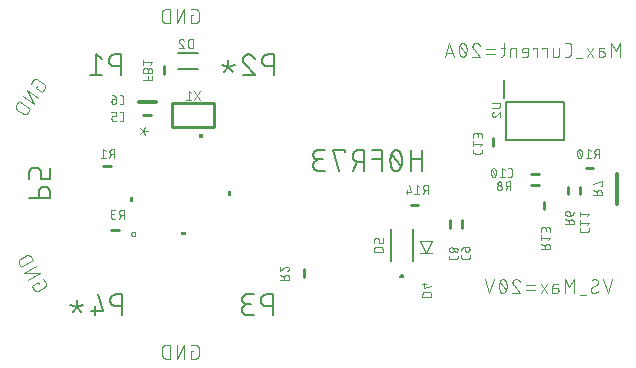
<source format=gbr>
G04 EAGLE Gerber RS-274X export*
G75*
%MOMM*%
%FSLAX34Y34*%
%LPD*%
%INSilkscreen Bottom*%
%IPPOS*%
%AMOC8*
5,1,8,0,0,1.08239X$1,22.5*%
G01*
%ADD10C,0.101600*%
%ADD11C,0.152400*%
%ADD12C,0.254000*%
%ADD13C,0.076200*%
%ADD14C,0.150000*%
%ADD15C,0.304800*%
%ADD16C,0.200000*%
%ADD17C,0.127000*%

G36*
X-131402Y127319D02*
X-131402Y127319D01*
X-131399Y127318D01*
X-131356Y127338D01*
X-131313Y127357D01*
X-131312Y127359D01*
X-131310Y127360D01*
X-131277Y127445D01*
X-131277Y129985D01*
X-131278Y129987D01*
X-131277Y129989D01*
X-131297Y130032D01*
X-131316Y130075D01*
X-131318Y130076D01*
X-131319Y130078D01*
X-131404Y130111D01*
X-135214Y130111D01*
X-135216Y130110D01*
X-135218Y130111D01*
X-135261Y130091D01*
X-135304Y130072D01*
X-135305Y130070D01*
X-135307Y130069D01*
X-135340Y129985D01*
X-135340Y127445D01*
X-135339Y127443D01*
X-135340Y127440D01*
X-135320Y127397D01*
X-135301Y127354D01*
X-135299Y127353D01*
X-135298Y127351D01*
X-135214Y127318D01*
X-131404Y127318D01*
X-131402Y127319D01*
G37*
G36*
X-108139Y77780D02*
X-108139Y77780D01*
X-108136Y77779D01*
X-108093Y77799D01*
X-108050Y77818D01*
X-108049Y77820D01*
X-108047Y77821D01*
X-108014Y77906D01*
X-108014Y81716D01*
X-108015Y81718D01*
X-108014Y81720D01*
X-108034Y81763D01*
X-108053Y81806D01*
X-108055Y81807D01*
X-108056Y81809D01*
X-108141Y81842D01*
X-110681Y81842D01*
X-110683Y81841D01*
X-110685Y81842D01*
X-110728Y81822D01*
X-110771Y81803D01*
X-110772Y81801D01*
X-110774Y81800D01*
X-110807Y81716D01*
X-110807Y77906D01*
X-110806Y77904D01*
X-110807Y77901D01*
X-110787Y77858D01*
X-110768Y77815D01*
X-110766Y77814D01*
X-110765Y77812D01*
X-110681Y77779D01*
X-108141Y77779D01*
X-108139Y77780D01*
G37*
G36*
X-190943Y72779D02*
X-190943Y72779D01*
X-190940Y72778D01*
X-190897Y72798D01*
X-190854Y72817D01*
X-190853Y72819D01*
X-190851Y72820D01*
X-190818Y72905D01*
X-190818Y76715D01*
X-190819Y76717D01*
X-190818Y76719D01*
X-190838Y76762D01*
X-190857Y76805D01*
X-190859Y76806D01*
X-190860Y76808D01*
X-190945Y76841D01*
X-193485Y76841D01*
X-193487Y76840D01*
X-193489Y76841D01*
X-193532Y76821D01*
X-193575Y76802D01*
X-193576Y76800D01*
X-193578Y76799D01*
X-193611Y76715D01*
X-193611Y72905D01*
X-193610Y72903D01*
X-193611Y72900D01*
X-193591Y72857D01*
X-193572Y72814D01*
X-193570Y72813D01*
X-193569Y72811D01*
X-193485Y72778D01*
X-190945Y72778D01*
X-190943Y72779D01*
G37*
G36*
X-146405Y44515D02*
X-146405Y44515D01*
X-146402Y44514D01*
X-146359Y44534D01*
X-146316Y44553D01*
X-146315Y44555D01*
X-146313Y44556D01*
X-146280Y44641D01*
X-146280Y47181D01*
X-146281Y47183D01*
X-146280Y47185D01*
X-146300Y47228D01*
X-146319Y47271D01*
X-146321Y47272D01*
X-146322Y47274D01*
X-146407Y47307D01*
X-150217Y47307D01*
X-150219Y47306D01*
X-150221Y47307D01*
X-150264Y47287D01*
X-150307Y47268D01*
X-150308Y47266D01*
X-150310Y47265D01*
X-150343Y47181D01*
X-150343Y44641D01*
X-150342Y44639D01*
X-150343Y44636D01*
X-150323Y44593D01*
X-150304Y44550D01*
X-150302Y44549D01*
X-150301Y44547D01*
X-150217Y44514D01*
X-146407Y44514D01*
X-146405Y44515D01*
G37*
D10*
X-139919Y-53326D02*
X-141866Y-53326D01*
X-141866Y-59817D01*
X-137971Y-59817D01*
X-137872Y-59815D01*
X-137772Y-59809D01*
X-137673Y-59800D01*
X-137575Y-59787D01*
X-137477Y-59770D01*
X-137379Y-59749D01*
X-137283Y-59724D01*
X-137188Y-59696D01*
X-137094Y-59664D01*
X-137001Y-59629D01*
X-136909Y-59590D01*
X-136819Y-59547D01*
X-136731Y-59502D01*
X-136644Y-59452D01*
X-136560Y-59400D01*
X-136477Y-59344D01*
X-136397Y-59286D01*
X-136319Y-59224D01*
X-136244Y-59159D01*
X-136171Y-59091D01*
X-136101Y-59021D01*
X-136033Y-58948D01*
X-135968Y-58873D01*
X-135906Y-58795D01*
X-135848Y-58715D01*
X-135792Y-58632D01*
X-135740Y-58548D01*
X-135690Y-58461D01*
X-135645Y-58373D01*
X-135602Y-58283D01*
X-135563Y-58191D01*
X-135528Y-58098D01*
X-135496Y-58004D01*
X-135468Y-57909D01*
X-135443Y-57813D01*
X-135422Y-57715D01*
X-135405Y-57617D01*
X-135392Y-57519D01*
X-135383Y-57420D01*
X-135377Y-57320D01*
X-135375Y-57221D01*
X-135375Y-50729D01*
X-135374Y-50729D02*
X-135376Y-50630D01*
X-135382Y-50530D01*
X-135391Y-50431D01*
X-135404Y-50333D01*
X-135422Y-50235D01*
X-135442Y-50137D01*
X-135467Y-50041D01*
X-135495Y-49945D01*
X-135527Y-49851D01*
X-135562Y-49758D01*
X-135601Y-49667D01*
X-135644Y-49577D01*
X-135689Y-49488D01*
X-135739Y-49402D01*
X-135791Y-49317D01*
X-135847Y-49235D01*
X-135906Y-49155D01*
X-135967Y-49077D01*
X-136032Y-49001D01*
X-136100Y-48928D01*
X-136170Y-48858D01*
X-136243Y-48790D01*
X-136319Y-48725D01*
X-136397Y-48664D01*
X-136477Y-48605D01*
X-136559Y-48549D01*
X-136644Y-48497D01*
X-136730Y-48448D01*
X-136819Y-48402D01*
X-136909Y-48359D01*
X-137000Y-48320D01*
X-137093Y-48285D01*
X-137187Y-48253D01*
X-137283Y-48225D01*
X-137379Y-48200D01*
X-137477Y-48180D01*
X-137575Y-48162D01*
X-137673Y-48149D01*
X-137772Y-48140D01*
X-137871Y-48134D01*
X-137971Y-48132D01*
X-137971Y-48133D02*
X-141866Y-48133D01*
X-147567Y-48133D02*
X-147567Y-59817D01*
X-154058Y-59817D02*
X-147567Y-48133D01*
X-154058Y-48133D02*
X-154058Y-59817D01*
X-159759Y-59817D02*
X-159759Y-48133D01*
X-163004Y-48133D01*
X-163117Y-48135D01*
X-163230Y-48141D01*
X-163343Y-48151D01*
X-163456Y-48165D01*
X-163568Y-48182D01*
X-163679Y-48204D01*
X-163789Y-48229D01*
X-163899Y-48259D01*
X-164007Y-48292D01*
X-164114Y-48329D01*
X-164220Y-48369D01*
X-164324Y-48414D01*
X-164427Y-48462D01*
X-164528Y-48513D01*
X-164627Y-48568D01*
X-164724Y-48626D01*
X-164819Y-48688D01*
X-164912Y-48753D01*
X-165002Y-48821D01*
X-165090Y-48892D01*
X-165176Y-48967D01*
X-165259Y-49044D01*
X-165339Y-49124D01*
X-165416Y-49207D01*
X-165491Y-49293D01*
X-165562Y-49381D01*
X-165630Y-49471D01*
X-165695Y-49564D01*
X-165757Y-49659D01*
X-165815Y-49756D01*
X-165870Y-49855D01*
X-165921Y-49956D01*
X-165969Y-50059D01*
X-166014Y-50163D01*
X-166054Y-50269D01*
X-166091Y-50376D01*
X-166124Y-50484D01*
X-166154Y-50594D01*
X-166179Y-50704D01*
X-166201Y-50815D01*
X-166218Y-50927D01*
X-166232Y-51040D01*
X-166242Y-51153D01*
X-166248Y-51266D01*
X-166250Y-51379D01*
X-166250Y-56571D01*
X-166248Y-56684D01*
X-166242Y-56797D01*
X-166232Y-56910D01*
X-166218Y-57023D01*
X-166201Y-57135D01*
X-166179Y-57246D01*
X-166154Y-57356D01*
X-166124Y-57466D01*
X-166091Y-57574D01*
X-166054Y-57681D01*
X-166014Y-57787D01*
X-165969Y-57891D01*
X-165921Y-57994D01*
X-165870Y-58095D01*
X-165815Y-58194D01*
X-165757Y-58291D01*
X-165695Y-58386D01*
X-165630Y-58479D01*
X-165562Y-58569D01*
X-165491Y-58657D01*
X-165416Y-58743D01*
X-165339Y-58826D01*
X-165259Y-58906D01*
X-165176Y-58983D01*
X-165090Y-59058D01*
X-165002Y-59129D01*
X-164912Y-59197D01*
X-164819Y-59262D01*
X-164724Y-59324D01*
X-164627Y-59382D01*
X-164528Y-59437D01*
X-164427Y-59488D01*
X-164324Y-59536D01*
X-164220Y-59581D01*
X-164114Y-59621D01*
X-164007Y-59658D01*
X-163899Y-59691D01*
X-163789Y-59721D01*
X-163679Y-59746D01*
X-163568Y-59768D01*
X-163456Y-59785D01*
X-163343Y-59799D01*
X-163230Y-59809D01*
X-163117Y-59815D01*
X-163004Y-59817D01*
X-159759Y-59817D01*
X-273213Y169626D02*
X-272096Y171221D01*
X-273213Y169626D02*
X-267896Y165903D01*
X-265662Y169093D01*
X-265607Y169176D01*
X-265555Y169260D01*
X-265506Y169347D01*
X-265460Y169435D01*
X-265418Y169525D01*
X-265379Y169617D01*
X-265344Y169710D01*
X-265312Y169804D01*
X-265284Y169899D01*
X-265260Y169996D01*
X-265239Y170093D01*
X-265223Y170191D01*
X-265209Y170290D01*
X-265200Y170389D01*
X-265195Y170488D01*
X-265193Y170588D01*
X-265195Y170687D01*
X-265201Y170786D01*
X-265211Y170885D01*
X-265224Y170984D01*
X-265242Y171082D01*
X-265263Y171179D01*
X-265287Y171275D01*
X-265316Y171371D01*
X-265348Y171465D01*
X-265383Y171558D01*
X-265422Y171649D01*
X-265465Y171739D01*
X-265511Y171827D01*
X-265560Y171913D01*
X-265613Y171998D01*
X-265669Y172080D01*
X-265728Y172160D01*
X-265790Y172238D01*
X-265855Y172313D01*
X-265922Y172386D01*
X-265993Y172456D01*
X-266066Y172524D01*
X-266142Y172588D01*
X-266220Y172650D01*
X-266300Y172709D01*
X-266299Y172709D02*
X-271617Y176432D01*
X-271700Y176487D01*
X-271784Y176539D01*
X-271871Y176588D01*
X-271959Y176634D01*
X-272049Y176676D01*
X-272141Y176715D01*
X-272234Y176750D01*
X-272328Y176782D01*
X-272423Y176810D01*
X-272520Y176834D01*
X-272617Y176855D01*
X-272715Y176871D01*
X-272814Y176885D01*
X-272913Y176894D01*
X-273012Y176899D01*
X-273112Y176901D01*
X-273211Y176899D01*
X-273310Y176893D01*
X-273409Y176883D01*
X-273508Y176870D01*
X-273606Y176852D01*
X-273703Y176831D01*
X-273799Y176807D01*
X-273895Y176778D01*
X-273989Y176746D01*
X-274082Y176711D01*
X-274173Y176672D01*
X-274263Y176629D01*
X-274351Y176583D01*
X-274437Y176534D01*
X-274522Y176481D01*
X-274604Y176425D01*
X-274684Y176366D01*
X-274762Y176304D01*
X-274837Y176239D01*
X-274910Y176172D01*
X-274980Y176101D01*
X-275048Y176028D01*
X-275112Y175952D01*
X-275174Y175874D01*
X-275233Y175794D01*
X-275233Y175795D02*
X-277467Y172604D01*
X-280737Y167934D02*
X-271166Y161233D01*
X-274889Y155915D02*
X-280737Y167934D01*
X-284460Y162617D02*
X-274889Y155915D01*
X-278159Y151246D02*
X-287730Y157947D01*
X-289591Y155289D01*
X-289592Y155289D02*
X-289655Y155195D01*
X-289715Y155099D01*
X-289772Y155001D01*
X-289825Y154901D01*
X-289875Y154799D01*
X-289921Y154695D01*
X-289963Y154590D01*
X-290002Y154484D01*
X-290037Y154376D01*
X-290068Y154267D01*
X-290096Y154157D01*
X-290119Y154046D01*
X-290139Y153935D01*
X-290155Y153823D01*
X-290167Y153710D01*
X-290175Y153597D01*
X-290179Y153484D01*
X-290179Y153370D01*
X-290175Y153257D01*
X-290167Y153144D01*
X-290155Y153031D01*
X-290139Y152919D01*
X-290119Y152808D01*
X-290096Y152697D01*
X-290068Y152587D01*
X-290037Y152478D01*
X-290002Y152370D01*
X-289963Y152264D01*
X-289921Y152159D01*
X-289875Y152055D01*
X-289825Y151953D01*
X-289772Y151853D01*
X-289715Y151755D01*
X-289655Y151659D01*
X-289592Y151565D01*
X-289525Y151474D01*
X-289456Y151384D01*
X-289383Y151297D01*
X-289307Y151213D01*
X-289228Y151132D01*
X-289147Y151053D01*
X-289063Y150977D01*
X-288976Y150904D01*
X-288887Y150835D01*
X-288795Y150768D01*
X-288794Y150768D02*
X-284540Y147790D01*
X-284541Y147789D02*
X-284447Y147726D01*
X-284351Y147666D01*
X-284253Y147609D01*
X-284153Y147556D01*
X-284051Y147506D01*
X-283947Y147460D01*
X-283842Y147418D01*
X-283736Y147379D01*
X-283628Y147344D01*
X-283519Y147313D01*
X-283409Y147285D01*
X-283298Y147262D01*
X-283187Y147242D01*
X-283075Y147226D01*
X-282962Y147214D01*
X-282849Y147206D01*
X-282736Y147202D01*
X-282622Y147202D01*
X-282509Y147206D01*
X-282396Y147214D01*
X-282283Y147226D01*
X-282171Y147242D01*
X-282060Y147262D01*
X-281949Y147285D01*
X-281839Y147313D01*
X-281730Y147344D01*
X-281622Y147379D01*
X-281516Y147418D01*
X-281411Y147460D01*
X-281307Y147506D01*
X-281205Y147556D01*
X-281105Y147609D01*
X-281007Y147666D01*
X-280911Y147726D01*
X-280817Y147789D01*
X-280725Y147856D01*
X-280636Y147925D01*
X-280549Y147998D01*
X-280465Y148074D01*
X-280384Y148153D01*
X-280305Y148234D01*
X-280229Y148318D01*
X-280156Y148405D01*
X-280087Y148495D01*
X-280020Y148586D01*
X-280020Y148587D02*
X-278159Y151246D01*
X-271190Y5277D02*
X-270216Y3590D01*
X-271190Y5277D02*
X-276811Y2031D01*
X-274864Y-1342D01*
X-274863Y-1341D02*
X-274812Y-1426D01*
X-274757Y-1509D01*
X-274700Y-1590D01*
X-274639Y-1669D01*
X-274575Y-1745D01*
X-274508Y-1819D01*
X-274439Y-1890D01*
X-274367Y-1959D01*
X-274292Y-2025D01*
X-274215Y-2087D01*
X-274136Y-2147D01*
X-274054Y-2204D01*
X-273970Y-2257D01*
X-273884Y-2308D01*
X-273797Y-2355D01*
X-273707Y-2398D01*
X-273616Y-2438D01*
X-273524Y-2475D01*
X-273430Y-2508D01*
X-273335Y-2537D01*
X-273239Y-2563D01*
X-273142Y-2585D01*
X-273044Y-2603D01*
X-272946Y-2618D01*
X-272847Y-2629D01*
X-272748Y-2636D01*
X-272648Y-2639D01*
X-272549Y-2638D01*
X-272449Y-2634D01*
X-272350Y-2625D01*
X-272252Y-2613D01*
X-272153Y-2598D01*
X-272056Y-2578D01*
X-271959Y-2555D01*
X-271863Y-2528D01*
X-271769Y-2497D01*
X-271675Y-2463D01*
X-271583Y-2425D01*
X-271493Y-2384D01*
X-271404Y-2339D01*
X-271317Y-2291D01*
X-271317Y-2292D02*
X-265696Y954D01*
X-265611Y1005D01*
X-265528Y1060D01*
X-265447Y1117D01*
X-265368Y1178D01*
X-265292Y1242D01*
X-265218Y1309D01*
X-265147Y1378D01*
X-265078Y1450D01*
X-265012Y1525D01*
X-264950Y1602D01*
X-264890Y1681D01*
X-264833Y1763D01*
X-264780Y1847D01*
X-264729Y1933D01*
X-264682Y2020D01*
X-264639Y2110D01*
X-264599Y2201D01*
X-264562Y2293D01*
X-264529Y2387D01*
X-264500Y2482D01*
X-264474Y2578D01*
X-264452Y2675D01*
X-264434Y2773D01*
X-264419Y2871D01*
X-264408Y2970D01*
X-264401Y3069D01*
X-264398Y3169D01*
X-264399Y3268D01*
X-264403Y3368D01*
X-264412Y3467D01*
X-264424Y3565D01*
X-264439Y3664D01*
X-264459Y3761D01*
X-264482Y3858D01*
X-264509Y3954D01*
X-264540Y4048D01*
X-264574Y4142D01*
X-264612Y4234D01*
X-264653Y4324D01*
X-264698Y4413D01*
X-264746Y4500D01*
X-264745Y4500D02*
X-266693Y7873D01*
X-269543Y12810D02*
X-279662Y6968D01*
X-282907Y12590D02*
X-269543Y12810D01*
X-272789Y18432D02*
X-282907Y12590D01*
X-285758Y17527D02*
X-275639Y23369D01*
X-277262Y26180D01*
X-277261Y26180D02*
X-277319Y26277D01*
X-277381Y26372D01*
X-277446Y26465D01*
X-277514Y26555D01*
X-277585Y26643D01*
X-277660Y26729D01*
X-277737Y26812D01*
X-277817Y26892D01*
X-277900Y26969D01*
X-277986Y27044D01*
X-278074Y27115D01*
X-278164Y27183D01*
X-278257Y27248D01*
X-278352Y27310D01*
X-278449Y27368D01*
X-278548Y27423D01*
X-278649Y27474D01*
X-278752Y27522D01*
X-278856Y27567D01*
X-278962Y27607D01*
X-279069Y27644D01*
X-279177Y27677D01*
X-279287Y27707D01*
X-279397Y27732D01*
X-279508Y27754D01*
X-279620Y27771D01*
X-279733Y27785D01*
X-279846Y27795D01*
X-279959Y27801D01*
X-280072Y27803D01*
X-280185Y27801D01*
X-280298Y27795D01*
X-280411Y27785D01*
X-280524Y27771D01*
X-280636Y27754D01*
X-280747Y27732D01*
X-280857Y27707D01*
X-280967Y27677D01*
X-281075Y27644D01*
X-281182Y27607D01*
X-281288Y27567D01*
X-281392Y27522D01*
X-281495Y27474D01*
X-281596Y27423D01*
X-281695Y27368D01*
X-286192Y24771D01*
X-286193Y24771D02*
X-286290Y24713D01*
X-286385Y24651D01*
X-286478Y24586D01*
X-286568Y24518D01*
X-286656Y24447D01*
X-286742Y24372D01*
X-286825Y24295D01*
X-286905Y24215D01*
X-286982Y24132D01*
X-287057Y24046D01*
X-287128Y23958D01*
X-287196Y23868D01*
X-287261Y23775D01*
X-287323Y23680D01*
X-287381Y23583D01*
X-287436Y23484D01*
X-287487Y23383D01*
X-287535Y23280D01*
X-287580Y23176D01*
X-287620Y23070D01*
X-287657Y22963D01*
X-287690Y22855D01*
X-287720Y22745D01*
X-287745Y22635D01*
X-287767Y22524D01*
X-287784Y22412D01*
X-287798Y22299D01*
X-287808Y22186D01*
X-287814Y22073D01*
X-287816Y21960D01*
X-287814Y21847D01*
X-287808Y21734D01*
X-287798Y21621D01*
X-287784Y21508D01*
X-287767Y21396D01*
X-287745Y21285D01*
X-287720Y21175D01*
X-287690Y21065D01*
X-287657Y20957D01*
X-287620Y20850D01*
X-287580Y20744D01*
X-287535Y20640D01*
X-287487Y20537D01*
X-287436Y20436D01*
X-287381Y20337D01*
X-287380Y20338D02*
X-285758Y17527D01*
X-141866Y230837D02*
X-139919Y230837D01*
X-141866Y230837D02*
X-141866Y224346D01*
X-137971Y224346D01*
X-137872Y224348D01*
X-137772Y224354D01*
X-137673Y224363D01*
X-137575Y224376D01*
X-137477Y224393D01*
X-137379Y224414D01*
X-137283Y224439D01*
X-137188Y224467D01*
X-137094Y224499D01*
X-137001Y224534D01*
X-136909Y224573D01*
X-136819Y224616D01*
X-136731Y224661D01*
X-136644Y224711D01*
X-136560Y224763D01*
X-136477Y224819D01*
X-136397Y224877D01*
X-136319Y224939D01*
X-136244Y225004D01*
X-136171Y225072D01*
X-136101Y225142D01*
X-136033Y225215D01*
X-135968Y225290D01*
X-135906Y225368D01*
X-135848Y225448D01*
X-135792Y225531D01*
X-135740Y225615D01*
X-135690Y225702D01*
X-135645Y225790D01*
X-135602Y225880D01*
X-135563Y225972D01*
X-135528Y226065D01*
X-135496Y226159D01*
X-135468Y226254D01*
X-135443Y226350D01*
X-135422Y226448D01*
X-135405Y226546D01*
X-135392Y226644D01*
X-135383Y226743D01*
X-135377Y226843D01*
X-135375Y226942D01*
X-135375Y233433D01*
X-135377Y233532D01*
X-135383Y233632D01*
X-135392Y233731D01*
X-135405Y233829D01*
X-135422Y233927D01*
X-135443Y234025D01*
X-135468Y234121D01*
X-135496Y234216D01*
X-135528Y234310D01*
X-135563Y234403D01*
X-135602Y234495D01*
X-135645Y234585D01*
X-135690Y234673D01*
X-135740Y234760D01*
X-135792Y234844D01*
X-135848Y234927D01*
X-135906Y235007D01*
X-135968Y235085D01*
X-136033Y235160D01*
X-136101Y235233D01*
X-136171Y235303D01*
X-136244Y235371D01*
X-136319Y235436D01*
X-136397Y235498D01*
X-136477Y235556D01*
X-136560Y235612D01*
X-136644Y235664D01*
X-136731Y235714D01*
X-136819Y235759D01*
X-136909Y235802D01*
X-137001Y235841D01*
X-137093Y235876D01*
X-137188Y235908D01*
X-137283Y235936D01*
X-137379Y235961D01*
X-137477Y235982D01*
X-137575Y235999D01*
X-137673Y236012D01*
X-137772Y236021D01*
X-137872Y236027D01*
X-137971Y236029D01*
X-137971Y236030D02*
X-141866Y236030D01*
X-147567Y236030D02*
X-147567Y224346D01*
X-154058Y224346D02*
X-147567Y236030D01*
X-154058Y236030D02*
X-154058Y224346D01*
X-159759Y224346D02*
X-159759Y236030D01*
X-163004Y236030D01*
X-163117Y236028D01*
X-163230Y236022D01*
X-163343Y236012D01*
X-163456Y235998D01*
X-163568Y235981D01*
X-163679Y235959D01*
X-163789Y235934D01*
X-163899Y235904D01*
X-164007Y235871D01*
X-164114Y235834D01*
X-164220Y235794D01*
X-164324Y235749D01*
X-164427Y235701D01*
X-164528Y235650D01*
X-164627Y235595D01*
X-164724Y235537D01*
X-164819Y235475D01*
X-164912Y235410D01*
X-165002Y235342D01*
X-165090Y235271D01*
X-165176Y235196D01*
X-165259Y235119D01*
X-165339Y235039D01*
X-165416Y234956D01*
X-165491Y234870D01*
X-165562Y234782D01*
X-165630Y234692D01*
X-165695Y234599D01*
X-165757Y234504D01*
X-165815Y234407D01*
X-165870Y234308D01*
X-165921Y234207D01*
X-165969Y234104D01*
X-166014Y234000D01*
X-166054Y233894D01*
X-166091Y233787D01*
X-166124Y233679D01*
X-166154Y233569D01*
X-166179Y233459D01*
X-166201Y233348D01*
X-166218Y233236D01*
X-166232Y233123D01*
X-166242Y233010D01*
X-166248Y232897D01*
X-166250Y232784D01*
X-166250Y227591D01*
X-166251Y227591D02*
X-166249Y227478D01*
X-166243Y227365D01*
X-166233Y227252D01*
X-166219Y227139D01*
X-166202Y227027D01*
X-166180Y226916D01*
X-166155Y226806D01*
X-166125Y226696D01*
X-166092Y226588D01*
X-166055Y226481D01*
X-166015Y226375D01*
X-165970Y226271D01*
X-165922Y226168D01*
X-165871Y226067D01*
X-165816Y225968D01*
X-165758Y225871D01*
X-165696Y225776D01*
X-165631Y225683D01*
X-165563Y225593D01*
X-165492Y225505D01*
X-165417Y225419D01*
X-165340Y225336D01*
X-165260Y225256D01*
X-165177Y225179D01*
X-165091Y225104D01*
X-165003Y225033D01*
X-164913Y224965D01*
X-164820Y224900D01*
X-164725Y224838D01*
X-164628Y224780D01*
X-164529Y224725D01*
X-164428Y224674D01*
X-164325Y224626D01*
X-164221Y224581D01*
X-164115Y224541D01*
X-164008Y224504D01*
X-163900Y224471D01*
X-163790Y224441D01*
X-163680Y224416D01*
X-163569Y224394D01*
X-163457Y224377D01*
X-163344Y224363D01*
X-163231Y224353D01*
X-163118Y224347D01*
X-163005Y224345D01*
X-163004Y224346D02*
X-159759Y224346D01*
D11*
X-72789Y-5398D02*
X-72789Y-23178D01*
X-72789Y-5398D02*
X-77728Y-5398D01*
X-77728Y-5397D02*
X-77868Y-5399D01*
X-78007Y-5405D01*
X-78147Y-5415D01*
X-78286Y-5429D01*
X-78425Y-5446D01*
X-78563Y-5468D01*
X-78700Y-5494D01*
X-78837Y-5523D01*
X-78973Y-5556D01*
X-79107Y-5593D01*
X-79241Y-5634D01*
X-79373Y-5679D01*
X-79505Y-5728D01*
X-79634Y-5780D01*
X-79762Y-5835D01*
X-79889Y-5895D01*
X-80014Y-5958D01*
X-80137Y-6024D01*
X-80258Y-6094D01*
X-80377Y-6167D01*
X-80494Y-6244D01*
X-80608Y-6324D01*
X-80721Y-6407D01*
X-80831Y-6493D01*
X-80938Y-6583D01*
X-81043Y-6675D01*
X-81145Y-6770D01*
X-81245Y-6868D01*
X-81342Y-6969D01*
X-81436Y-7073D01*
X-81526Y-7179D01*
X-81614Y-7288D01*
X-81699Y-7399D01*
X-81780Y-7513D01*
X-81859Y-7628D01*
X-81934Y-7746D01*
X-82005Y-7867D01*
X-82073Y-7989D01*
X-82138Y-8112D01*
X-82199Y-8238D01*
X-82257Y-8366D01*
X-82311Y-8494D01*
X-82361Y-8625D01*
X-82408Y-8757D01*
X-82451Y-8890D01*
X-82490Y-9024D01*
X-82525Y-9159D01*
X-82556Y-9295D01*
X-82584Y-9433D01*
X-82607Y-9570D01*
X-82627Y-9709D01*
X-82643Y-9848D01*
X-82655Y-9987D01*
X-82663Y-10126D01*
X-82667Y-10266D01*
X-82667Y-10406D01*
X-82663Y-10546D01*
X-82655Y-10685D01*
X-82643Y-10824D01*
X-82627Y-10963D01*
X-82607Y-11102D01*
X-82584Y-11239D01*
X-82556Y-11377D01*
X-82525Y-11513D01*
X-82490Y-11648D01*
X-82451Y-11782D01*
X-82408Y-11915D01*
X-82361Y-12047D01*
X-82311Y-12178D01*
X-82257Y-12306D01*
X-82199Y-12434D01*
X-82138Y-12560D01*
X-82073Y-12683D01*
X-82005Y-12806D01*
X-81934Y-12926D01*
X-81859Y-13044D01*
X-81780Y-13159D01*
X-81699Y-13273D01*
X-81614Y-13384D01*
X-81526Y-13493D01*
X-81436Y-13599D01*
X-81342Y-13703D01*
X-81245Y-13804D01*
X-81145Y-13902D01*
X-81043Y-13997D01*
X-80938Y-14089D01*
X-80831Y-14179D01*
X-80721Y-14265D01*
X-80608Y-14348D01*
X-80494Y-14428D01*
X-80377Y-14505D01*
X-80258Y-14578D01*
X-80137Y-14648D01*
X-80014Y-14714D01*
X-79889Y-14777D01*
X-79762Y-14837D01*
X-79634Y-14892D01*
X-79505Y-14944D01*
X-79373Y-14993D01*
X-79241Y-15038D01*
X-79107Y-15079D01*
X-78973Y-15116D01*
X-78837Y-15149D01*
X-78700Y-15178D01*
X-78563Y-15204D01*
X-78425Y-15226D01*
X-78286Y-15243D01*
X-78147Y-15257D01*
X-78007Y-15267D01*
X-77868Y-15273D01*
X-77728Y-15275D01*
X-72789Y-15275D01*
X-88784Y-23178D02*
X-93723Y-23178D01*
X-93863Y-23176D01*
X-94002Y-23170D01*
X-94142Y-23160D01*
X-94281Y-23146D01*
X-94420Y-23129D01*
X-94558Y-23107D01*
X-94695Y-23081D01*
X-94832Y-23052D01*
X-94968Y-23019D01*
X-95102Y-22982D01*
X-95236Y-22941D01*
X-95368Y-22896D01*
X-95500Y-22847D01*
X-95629Y-22795D01*
X-95757Y-22740D01*
X-95884Y-22680D01*
X-96009Y-22617D01*
X-96132Y-22551D01*
X-96253Y-22481D01*
X-96372Y-22408D01*
X-96489Y-22331D01*
X-96603Y-22251D01*
X-96716Y-22168D01*
X-96826Y-22082D01*
X-96933Y-21992D01*
X-97038Y-21900D01*
X-97140Y-21805D01*
X-97240Y-21707D01*
X-97337Y-21606D01*
X-97431Y-21502D01*
X-97521Y-21396D01*
X-97609Y-21287D01*
X-97694Y-21176D01*
X-97775Y-21062D01*
X-97854Y-20947D01*
X-97929Y-20829D01*
X-98000Y-20709D01*
X-98068Y-20586D01*
X-98133Y-20463D01*
X-98194Y-20337D01*
X-98252Y-20209D01*
X-98306Y-20081D01*
X-98356Y-19950D01*
X-98403Y-19818D01*
X-98446Y-19685D01*
X-98485Y-19551D01*
X-98520Y-19416D01*
X-98551Y-19280D01*
X-98579Y-19142D01*
X-98602Y-19005D01*
X-98622Y-18866D01*
X-98638Y-18727D01*
X-98650Y-18588D01*
X-98658Y-18449D01*
X-98662Y-18309D01*
X-98662Y-18169D01*
X-98658Y-18029D01*
X-98650Y-17890D01*
X-98638Y-17751D01*
X-98622Y-17612D01*
X-98602Y-17473D01*
X-98579Y-17336D01*
X-98551Y-17198D01*
X-98520Y-17062D01*
X-98485Y-16927D01*
X-98446Y-16793D01*
X-98403Y-16660D01*
X-98356Y-16528D01*
X-98306Y-16397D01*
X-98252Y-16269D01*
X-98194Y-16141D01*
X-98133Y-16015D01*
X-98068Y-15892D01*
X-98000Y-15770D01*
X-97929Y-15649D01*
X-97854Y-15531D01*
X-97775Y-15416D01*
X-97694Y-15302D01*
X-97609Y-15191D01*
X-97521Y-15082D01*
X-97431Y-14976D01*
X-97337Y-14872D01*
X-97240Y-14771D01*
X-97140Y-14673D01*
X-97038Y-14578D01*
X-96933Y-14486D01*
X-96826Y-14396D01*
X-96716Y-14310D01*
X-96603Y-14227D01*
X-96489Y-14147D01*
X-96372Y-14070D01*
X-96253Y-13997D01*
X-96132Y-13927D01*
X-96009Y-13861D01*
X-95884Y-13798D01*
X-95757Y-13738D01*
X-95629Y-13683D01*
X-95500Y-13631D01*
X-95368Y-13582D01*
X-95236Y-13537D01*
X-95102Y-13496D01*
X-94968Y-13459D01*
X-94832Y-13426D01*
X-94695Y-13397D01*
X-94558Y-13371D01*
X-94420Y-13349D01*
X-94281Y-13332D01*
X-94142Y-13318D01*
X-94002Y-13308D01*
X-93863Y-13302D01*
X-93723Y-13300D01*
X-94710Y-5398D02*
X-88784Y-5398D01*
X-94710Y-5398D02*
X-94834Y-5400D01*
X-94958Y-5406D01*
X-95082Y-5416D01*
X-95205Y-5429D01*
X-95328Y-5447D01*
X-95450Y-5468D01*
X-95572Y-5493D01*
X-95693Y-5522D01*
X-95812Y-5555D01*
X-95931Y-5591D01*
X-96048Y-5632D01*
X-96164Y-5675D01*
X-96279Y-5723D01*
X-96392Y-5774D01*
X-96504Y-5829D01*
X-96613Y-5887D01*
X-96721Y-5948D01*
X-96827Y-6013D01*
X-96931Y-6081D01*
X-97032Y-6153D01*
X-97132Y-6227D01*
X-97228Y-6305D01*
X-97323Y-6385D01*
X-97415Y-6469D01*
X-97504Y-6555D01*
X-97590Y-6644D01*
X-97674Y-6736D01*
X-97754Y-6831D01*
X-97832Y-6927D01*
X-97906Y-7027D01*
X-97978Y-7128D01*
X-98046Y-7232D01*
X-98111Y-7338D01*
X-98172Y-7446D01*
X-98230Y-7555D01*
X-98285Y-7667D01*
X-98336Y-7780D01*
X-98384Y-7895D01*
X-98427Y-8011D01*
X-98468Y-8128D01*
X-98504Y-8247D01*
X-98537Y-8366D01*
X-98566Y-8487D01*
X-98591Y-8609D01*
X-98612Y-8731D01*
X-98630Y-8854D01*
X-98643Y-8977D01*
X-98653Y-9101D01*
X-98659Y-9225D01*
X-98661Y-9349D01*
X-98659Y-9473D01*
X-98653Y-9597D01*
X-98643Y-9721D01*
X-98630Y-9844D01*
X-98612Y-9967D01*
X-98591Y-10089D01*
X-98566Y-10211D01*
X-98537Y-10332D01*
X-98504Y-10451D01*
X-98468Y-10570D01*
X-98427Y-10687D01*
X-98384Y-10803D01*
X-98336Y-10918D01*
X-98285Y-11031D01*
X-98230Y-11143D01*
X-98172Y-11252D01*
X-98111Y-11360D01*
X-98046Y-11466D01*
X-97978Y-11570D01*
X-97906Y-11671D01*
X-97832Y-11771D01*
X-97754Y-11867D01*
X-97674Y-11962D01*
X-97590Y-12054D01*
X-97504Y-12143D01*
X-97415Y-12229D01*
X-97323Y-12313D01*
X-97228Y-12393D01*
X-97132Y-12471D01*
X-97032Y-12545D01*
X-96931Y-12617D01*
X-96827Y-12685D01*
X-96721Y-12750D01*
X-96613Y-12811D01*
X-96504Y-12869D01*
X-96392Y-12924D01*
X-96279Y-12975D01*
X-96164Y-13023D01*
X-96048Y-13066D01*
X-95931Y-13107D01*
X-95812Y-13143D01*
X-95693Y-13176D01*
X-95572Y-13205D01*
X-95450Y-13230D01*
X-95328Y-13251D01*
X-95205Y-13269D01*
X-95082Y-13282D01*
X-94958Y-13292D01*
X-94834Y-13298D01*
X-94710Y-13300D01*
X-90759Y-13300D01*
X-200412Y-5398D02*
X-200412Y-23178D01*
X-200412Y-5398D02*
X-205351Y-5398D01*
X-205351Y-5397D02*
X-205491Y-5399D01*
X-205630Y-5405D01*
X-205770Y-5415D01*
X-205909Y-5429D01*
X-206048Y-5446D01*
X-206186Y-5468D01*
X-206323Y-5494D01*
X-206460Y-5523D01*
X-206596Y-5556D01*
X-206730Y-5593D01*
X-206864Y-5634D01*
X-206996Y-5679D01*
X-207128Y-5728D01*
X-207257Y-5780D01*
X-207385Y-5835D01*
X-207512Y-5895D01*
X-207637Y-5958D01*
X-207760Y-6024D01*
X-207881Y-6094D01*
X-208000Y-6167D01*
X-208117Y-6244D01*
X-208231Y-6324D01*
X-208344Y-6407D01*
X-208454Y-6493D01*
X-208561Y-6583D01*
X-208666Y-6675D01*
X-208768Y-6770D01*
X-208868Y-6868D01*
X-208965Y-6969D01*
X-209059Y-7073D01*
X-209149Y-7179D01*
X-209237Y-7288D01*
X-209322Y-7399D01*
X-209403Y-7513D01*
X-209482Y-7628D01*
X-209557Y-7746D01*
X-209628Y-7867D01*
X-209696Y-7989D01*
X-209761Y-8112D01*
X-209822Y-8238D01*
X-209880Y-8366D01*
X-209934Y-8494D01*
X-209984Y-8625D01*
X-210031Y-8757D01*
X-210074Y-8890D01*
X-210113Y-9024D01*
X-210148Y-9159D01*
X-210179Y-9295D01*
X-210207Y-9433D01*
X-210230Y-9570D01*
X-210250Y-9709D01*
X-210266Y-9848D01*
X-210278Y-9987D01*
X-210286Y-10126D01*
X-210290Y-10266D01*
X-210290Y-10406D01*
X-210286Y-10546D01*
X-210278Y-10685D01*
X-210266Y-10824D01*
X-210250Y-10963D01*
X-210230Y-11102D01*
X-210207Y-11239D01*
X-210179Y-11377D01*
X-210148Y-11513D01*
X-210113Y-11648D01*
X-210074Y-11782D01*
X-210031Y-11915D01*
X-209984Y-12047D01*
X-209934Y-12178D01*
X-209880Y-12306D01*
X-209822Y-12434D01*
X-209761Y-12560D01*
X-209696Y-12683D01*
X-209628Y-12806D01*
X-209557Y-12926D01*
X-209482Y-13044D01*
X-209403Y-13159D01*
X-209322Y-13273D01*
X-209237Y-13384D01*
X-209149Y-13493D01*
X-209059Y-13599D01*
X-208965Y-13703D01*
X-208868Y-13804D01*
X-208768Y-13902D01*
X-208666Y-13997D01*
X-208561Y-14089D01*
X-208454Y-14179D01*
X-208344Y-14265D01*
X-208231Y-14348D01*
X-208117Y-14428D01*
X-208000Y-14505D01*
X-207881Y-14578D01*
X-207760Y-14648D01*
X-207637Y-14714D01*
X-207512Y-14777D01*
X-207385Y-14837D01*
X-207257Y-14892D01*
X-207128Y-14944D01*
X-206996Y-14993D01*
X-206864Y-15038D01*
X-206730Y-15079D01*
X-206596Y-15116D01*
X-206460Y-15149D01*
X-206323Y-15178D01*
X-206186Y-15204D01*
X-206048Y-15226D01*
X-205909Y-15243D01*
X-205770Y-15257D01*
X-205630Y-15267D01*
X-205491Y-15273D01*
X-205351Y-15275D01*
X-200412Y-15275D01*
X-216407Y-19226D02*
X-220358Y-5398D01*
X-216407Y-19226D02*
X-226285Y-19226D01*
X-223322Y-15275D02*
X-223322Y-23178D01*
X-238655Y-16263D02*
X-238655Y-10336D01*
X-238655Y-16263D02*
X-242112Y-20708D01*
X-238655Y-16263D02*
X-235198Y-20708D01*
X-238655Y-16263D02*
X-244088Y-14288D01*
X-238655Y-16263D02*
X-233222Y-14288D01*
X-260985Y75964D02*
X-278765Y75964D01*
X-260985Y75964D02*
X-260985Y80903D01*
X-260987Y81043D01*
X-260993Y81182D01*
X-261003Y81322D01*
X-261017Y81461D01*
X-261034Y81600D01*
X-261056Y81738D01*
X-261082Y81875D01*
X-261111Y82012D01*
X-261144Y82148D01*
X-261181Y82282D01*
X-261222Y82416D01*
X-261267Y82548D01*
X-261316Y82680D01*
X-261368Y82809D01*
X-261423Y82937D01*
X-261483Y83064D01*
X-261546Y83189D01*
X-261612Y83312D01*
X-261682Y83433D01*
X-261755Y83552D01*
X-261832Y83669D01*
X-261912Y83783D01*
X-261995Y83896D01*
X-262081Y84006D01*
X-262171Y84113D01*
X-262263Y84218D01*
X-262358Y84320D01*
X-262456Y84420D01*
X-262557Y84517D01*
X-262661Y84611D01*
X-262767Y84701D01*
X-262876Y84789D01*
X-262987Y84874D01*
X-263101Y84955D01*
X-263216Y85034D01*
X-263334Y85109D01*
X-263455Y85180D01*
X-263577Y85248D01*
X-263700Y85313D01*
X-263826Y85374D01*
X-263954Y85432D01*
X-264082Y85486D01*
X-264213Y85536D01*
X-264345Y85583D01*
X-264478Y85626D01*
X-264612Y85665D01*
X-264747Y85700D01*
X-264883Y85731D01*
X-265021Y85759D01*
X-265158Y85782D01*
X-265297Y85802D01*
X-265436Y85818D01*
X-265575Y85830D01*
X-265714Y85838D01*
X-265854Y85842D01*
X-265994Y85842D01*
X-266134Y85838D01*
X-266273Y85830D01*
X-266412Y85818D01*
X-266551Y85802D01*
X-266690Y85782D01*
X-266827Y85759D01*
X-266965Y85731D01*
X-267101Y85700D01*
X-267236Y85665D01*
X-267370Y85626D01*
X-267503Y85583D01*
X-267635Y85536D01*
X-267766Y85486D01*
X-267894Y85432D01*
X-268022Y85374D01*
X-268148Y85313D01*
X-268271Y85248D01*
X-268394Y85180D01*
X-268514Y85109D01*
X-268632Y85034D01*
X-268747Y84955D01*
X-268861Y84874D01*
X-268972Y84789D01*
X-269081Y84701D01*
X-269187Y84611D01*
X-269291Y84517D01*
X-269392Y84420D01*
X-269490Y84320D01*
X-269585Y84218D01*
X-269677Y84113D01*
X-269767Y84006D01*
X-269853Y83896D01*
X-269936Y83783D01*
X-270016Y83669D01*
X-270093Y83552D01*
X-270166Y83433D01*
X-270236Y83312D01*
X-270302Y83189D01*
X-270365Y83064D01*
X-270425Y82937D01*
X-270480Y82809D01*
X-270532Y82680D01*
X-270581Y82548D01*
X-270626Y82416D01*
X-270667Y82282D01*
X-270704Y82148D01*
X-270737Y82012D01*
X-270766Y81875D01*
X-270792Y81738D01*
X-270814Y81600D01*
X-270831Y81461D01*
X-270845Y81322D01*
X-270855Y81182D01*
X-270861Y81043D01*
X-270863Y80903D01*
X-270863Y75964D01*
X-278765Y91959D02*
X-278765Y97885D01*
X-278763Y98009D01*
X-278757Y98133D01*
X-278747Y98257D01*
X-278734Y98380D01*
X-278716Y98503D01*
X-278695Y98625D01*
X-278670Y98747D01*
X-278641Y98868D01*
X-278608Y98987D01*
X-278572Y99106D01*
X-278531Y99223D01*
X-278488Y99339D01*
X-278440Y99454D01*
X-278389Y99567D01*
X-278334Y99679D01*
X-278276Y99788D01*
X-278215Y99896D01*
X-278150Y100002D01*
X-278082Y100106D01*
X-278010Y100207D01*
X-277936Y100307D01*
X-277858Y100403D01*
X-277778Y100498D01*
X-277694Y100590D01*
X-277608Y100679D01*
X-277519Y100765D01*
X-277427Y100849D01*
X-277332Y100929D01*
X-277236Y101007D01*
X-277136Y101081D01*
X-277035Y101153D01*
X-276931Y101221D01*
X-276825Y101286D01*
X-276717Y101347D01*
X-276608Y101405D01*
X-276496Y101460D01*
X-276383Y101511D01*
X-276268Y101559D01*
X-276152Y101602D01*
X-276035Y101643D01*
X-275916Y101679D01*
X-275797Y101712D01*
X-275676Y101741D01*
X-275554Y101766D01*
X-275432Y101787D01*
X-275309Y101805D01*
X-275186Y101818D01*
X-275062Y101828D01*
X-274938Y101834D01*
X-274814Y101836D01*
X-272838Y101836D01*
X-272714Y101834D01*
X-272590Y101828D01*
X-272466Y101818D01*
X-272343Y101805D01*
X-272220Y101787D01*
X-272098Y101766D01*
X-271976Y101741D01*
X-271855Y101712D01*
X-271736Y101679D01*
X-271617Y101643D01*
X-271500Y101602D01*
X-271384Y101559D01*
X-271269Y101511D01*
X-271156Y101460D01*
X-271044Y101405D01*
X-270935Y101347D01*
X-270827Y101286D01*
X-270721Y101221D01*
X-270617Y101153D01*
X-270516Y101081D01*
X-270416Y101007D01*
X-270320Y100929D01*
X-270225Y100849D01*
X-270133Y100765D01*
X-270044Y100679D01*
X-269958Y100590D01*
X-269874Y100498D01*
X-269794Y100403D01*
X-269716Y100307D01*
X-269642Y100207D01*
X-269570Y100106D01*
X-269502Y100002D01*
X-269437Y99896D01*
X-269376Y99788D01*
X-269318Y99679D01*
X-269263Y99567D01*
X-269212Y99454D01*
X-269164Y99339D01*
X-269121Y99223D01*
X-269080Y99106D01*
X-269044Y98987D01*
X-269011Y98868D01*
X-268982Y98747D01*
X-268957Y98625D01*
X-268936Y98503D01*
X-268918Y98380D01*
X-268905Y98257D01*
X-268895Y98133D01*
X-268889Y98009D01*
X-268887Y97885D01*
X-268887Y91959D01*
X-260985Y91959D01*
X-260985Y101836D01*
X-201376Y180023D02*
X-201376Y197803D01*
X-206315Y197803D01*
X-206455Y197801D01*
X-206594Y197795D01*
X-206734Y197785D01*
X-206873Y197771D01*
X-207012Y197754D01*
X-207150Y197732D01*
X-207287Y197706D01*
X-207424Y197677D01*
X-207560Y197644D01*
X-207694Y197607D01*
X-207828Y197566D01*
X-207960Y197521D01*
X-208092Y197472D01*
X-208221Y197420D01*
X-208349Y197365D01*
X-208476Y197305D01*
X-208601Y197242D01*
X-208724Y197176D01*
X-208845Y197106D01*
X-208964Y197033D01*
X-209081Y196956D01*
X-209195Y196876D01*
X-209308Y196793D01*
X-209418Y196707D01*
X-209525Y196617D01*
X-209630Y196525D01*
X-209732Y196430D01*
X-209832Y196332D01*
X-209929Y196231D01*
X-210023Y196127D01*
X-210113Y196021D01*
X-210201Y195912D01*
X-210286Y195801D01*
X-210367Y195687D01*
X-210446Y195572D01*
X-210521Y195454D01*
X-210592Y195334D01*
X-210660Y195211D01*
X-210725Y195088D01*
X-210786Y194962D01*
X-210844Y194834D01*
X-210898Y194706D01*
X-210948Y194575D01*
X-210995Y194443D01*
X-211038Y194310D01*
X-211077Y194176D01*
X-211112Y194041D01*
X-211143Y193905D01*
X-211171Y193767D01*
X-211194Y193630D01*
X-211214Y193491D01*
X-211230Y193352D01*
X-211242Y193213D01*
X-211250Y193074D01*
X-211254Y192934D01*
X-211254Y192794D01*
X-211250Y192654D01*
X-211242Y192515D01*
X-211230Y192376D01*
X-211214Y192237D01*
X-211194Y192098D01*
X-211171Y191961D01*
X-211143Y191823D01*
X-211112Y191687D01*
X-211077Y191552D01*
X-211038Y191418D01*
X-210995Y191285D01*
X-210948Y191153D01*
X-210898Y191022D01*
X-210844Y190894D01*
X-210786Y190766D01*
X-210725Y190640D01*
X-210660Y190517D01*
X-210592Y190394D01*
X-210521Y190274D01*
X-210446Y190156D01*
X-210367Y190041D01*
X-210286Y189927D01*
X-210201Y189816D01*
X-210113Y189707D01*
X-210023Y189601D01*
X-209929Y189497D01*
X-209832Y189396D01*
X-209732Y189298D01*
X-209630Y189203D01*
X-209525Y189111D01*
X-209418Y189021D01*
X-209308Y188935D01*
X-209195Y188852D01*
X-209081Y188772D01*
X-208964Y188695D01*
X-208845Y188622D01*
X-208724Y188552D01*
X-208601Y188486D01*
X-208476Y188423D01*
X-208349Y188363D01*
X-208221Y188308D01*
X-208092Y188256D01*
X-207960Y188207D01*
X-207828Y188162D01*
X-207694Y188121D01*
X-207560Y188084D01*
X-207424Y188051D01*
X-207287Y188022D01*
X-207150Y187996D01*
X-207012Y187974D01*
X-206873Y187957D01*
X-206734Y187943D01*
X-206594Y187933D01*
X-206455Y187927D01*
X-206315Y187925D01*
X-201376Y187925D01*
X-217371Y193851D02*
X-222310Y197803D01*
X-222310Y180023D01*
X-217371Y180023D02*
X-227249Y180023D01*
X-71825Y180023D02*
X-71825Y197803D01*
X-76764Y197803D01*
X-76904Y197801D01*
X-77043Y197795D01*
X-77183Y197785D01*
X-77322Y197771D01*
X-77461Y197754D01*
X-77599Y197732D01*
X-77736Y197706D01*
X-77873Y197677D01*
X-78009Y197644D01*
X-78143Y197607D01*
X-78277Y197566D01*
X-78409Y197521D01*
X-78541Y197472D01*
X-78670Y197420D01*
X-78798Y197365D01*
X-78925Y197305D01*
X-79050Y197242D01*
X-79173Y197176D01*
X-79294Y197106D01*
X-79413Y197033D01*
X-79530Y196956D01*
X-79644Y196876D01*
X-79757Y196793D01*
X-79867Y196707D01*
X-79974Y196617D01*
X-80079Y196525D01*
X-80181Y196430D01*
X-80281Y196332D01*
X-80378Y196231D01*
X-80472Y196127D01*
X-80562Y196021D01*
X-80650Y195912D01*
X-80735Y195801D01*
X-80816Y195687D01*
X-80895Y195572D01*
X-80970Y195454D01*
X-81041Y195334D01*
X-81109Y195211D01*
X-81174Y195088D01*
X-81235Y194962D01*
X-81293Y194834D01*
X-81347Y194706D01*
X-81397Y194575D01*
X-81444Y194443D01*
X-81487Y194310D01*
X-81526Y194176D01*
X-81561Y194041D01*
X-81592Y193905D01*
X-81620Y193767D01*
X-81643Y193630D01*
X-81663Y193491D01*
X-81679Y193352D01*
X-81691Y193213D01*
X-81699Y193074D01*
X-81703Y192934D01*
X-81703Y192794D01*
X-81699Y192654D01*
X-81691Y192515D01*
X-81679Y192376D01*
X-81663Y192237D01*
X-81643Y192098D01*
X-81620Y191961D01*
X-81592Y191823D01*
X-81561Y191687D01*
X-81526Y191552D01*
X-81487Y191418D01*
X-81444Y191285D01*
X-81397Y191153D01*
X-81347Y191022D01*
X-81293Y190894D01*
X-81235Y190766D01*
X-81174Y190640D01*
X-81109Y190517D01*
X-81041Y190394D01*
X-80970Y190274D01*
X-80895Y190156D01*
X-80816Y190041D01*
X-80735Y189927D01*
X-80650Y189816D01*
X-80562Y189707D01*
X-80472Y189601D01*
X-80378Y189497D01*
X-80281Y189396D01*
X-80181Y189298D01*
X-80079Y189203D01*
X-79974Y189111D01*
X-79867Y189021D01*
X-79757Y188935D01*
X-79644Y188852D01*
X-79530Y188772D01*
X-79413Y188695D01*
X-79294Y188622D01*
X-79173Y188552D01*
X-79050Y188486D01*
X-78925Y188423D01*
X-78798Y188363D01*
X-78670Y188308D01*
X-78541Y188256D01*
X-78409Y188207D01*
X-78277Y188162D01*
X-78143Y188121D01*
X-78009Y188084D01*
X-77873Y188051D01*
X-77736Y188022D01*
X-77599Y187996D01*
X-77461Y187974D01*
X-77322Y187957D01*
X-77183Y187943D01*
X-77043Y187933D01*
X-76904Y187927D01*
X-76764Y187925D01*
X-71825Y187925D01*
X-93253Y197803D02*
X-93385Y197801D01*
X-93516Y197795D01*
X-93648Y197785D01*
X-93779Y197772D01*
X-93909Y197754D01*
X-94039Y197733D01*
X-94169Y197708D01*
X-94297Y197679D01*
X-94425Y197646D01*
X-94551Y197609D01*
X-94677Y197569D01*
X-94801Y197525D01*
X-94924Y197477D01*
X-95045Y197426D01*
X-95165Y197371D01*
X-95283Y197313D01*
X-95399Y197251D01*
X-95513Y197185D01*
X-95626Y197117D01*
X-95736Y197045D01*
X-95844Y196970D01*
X-95950Y196891D01*
X-96054Y196810D01*
X-96155Y196725D01*
X-96253Y196638D01*
X-96349Y196547D01*
X-96442Y196454D01*
X-96533Y196358D01*
X-96620Y196260D01*
X-96705Y196159D01*
X-96786Y196055D01*
X-96865Y195949D01*
X-96940Y195841D01*
X-97012Y195731D01*
X-97080Y195618D01*
X-97146Y195504D01*
X-97208Y195388D01*
X-97266Y195270D01*
X-97321Y195150D01*
X-97372Y195029D01*
X-97420Y194906D01*
X-97464Y194782D01*
X-97504Y194656D01*
X-97541Y194530D01*
X-97574Y194402D01*
X-97603Y194274D01*
X-97628Y194144D01*
X-97649Y194014D01*
X-97667Y193884D01*
X-97680Y193753D01*
X-97690Y193621D01*
X-97696Y193490D01*
X-97698Y193358D01*
X-93253Y197803D02*
X-93103Y197801D01*
X-92954Y197795D01*
X-92805Y197785D01*
X-92656Y197772D01*
X-92507Y197754D01*
X-92359Y197733D01*
X-92211Y197707D01*
X-92065Y197678D01*
X-91919Y197645D01*
X-91774Y197608D01*
X-91630Y197567D01*
X-91487Y197523D01*
X-91345Y197475D01*
X-91205Y197423D01*
X-91066Y197368D01*
X-90928Y197309D01*
X-90793Y197246D01*
X-90658Y197180D01*
X-90526Y197110D01*
X-90396Y197037D01*
X-90267Y196960D01*
X-90140Y196880D01*
X-90016Y196797D01*
X-89894Y196711D01*
X-89774Y196621D01*
X-89657Y196528D01*
X-89542Y196433D01*
X-89429Y196334D01*
X-89319Y196232D01*
X-89212Y196128D01*
X-89108Y196021D01*
X-89006Y195911D01*
X-88908Y195798D01*
X-88812Y195683D01*
X-88720Y195565D01*
X-88630Y195445D01*
X-88544Y195323D01*
X-88461Y195199D01*
X-88381Y195072D01*
X-88305Y194944D01*
X-88232Y194813D01*
X-88162Y194680D01*
X-88096Y194546D01*
X-88034Y194410D01*
X-87975Y194273D01*
X-87919Y194134D01*
X-87868Y193993D01*
X-87820Y193852D01*
X-96215Y189901D02*
X-96311Y189994D01*
X-96403Y190090D01*
X-96493Y190189D01*
X-96580Y190290D01*
X-96665Y190393D01*
X-96746Y190498D01*
X-96824Y190606D01*
X-96899Y190716D01*
X-96972Y190828D01*
X-97041Y190942D01*
X-97107Y191058D01*
X-97169Y191176D01*
X-97228Y191295D01*
X-97284Y191416D01*
X-97337Y191539D01*
X-97386Y191663D01*
X-97431Y191788D01*
X-97474Y191915D01*
X-97512Y192042D01*
X-97547Y192171D01*
X-97578Y192300D01*
X-97606Y192431D01*
X-97630Y192562D01*
X-97651Y192694D01*
X-97667Y192826D01*
X-97680Y192959D01*
X-97690Y193092D01*
X-97695Y193225D01*
X-97697Y193358D01*
X-96216Y189900D02*
X-87820Y180023D01*
X-97698Y180023D01*
X-110067Y186937D02*
X-110067Y192864D01*
X-110067Y186937D02*
X-113525Y182492D01*
X-110067Y186937D02*
X-106610Y182492D01*
X-110067Y186937D02*
X-115500Y188913D01*
X-110067Y186937D02*
X-104635Y188913D01*
X54194Y116840D02*
X54194Y99060D01*
X54194Y108938D02*
X44316Y108938D01*
X44316Y116840D02*
X44316Y99060D01*
X36885Y107950D02*
X36881Y108300D01*
X36868Y108649D01*
X36847Y108998D01*
X36818Y109347D01*
X36781Y109695D01*
X36735Y110042D01*
X36681Y110387D01*
X36619Y110731D01*
X36548Y111074D01*
X36469Y111415D01*
X36383Y111754D01*
X36288Y112090D01*
X36185Y112425D01*
X36074Y112756D01*
X35956Y113086D01*
X35829Y113412D01*
X35695Y113735D01*
X35553Y114054D01*
X35403Y114371D01*
X35403Y114370D02*
X35363Y114483D01*
X35319Y114593D01*
X35271Y114703D01*
X35220Y114810D01*
X35165Y114916D01*
X35107Y115021D01*
X35045Y115123D01*
X34980Y115223D01*
X34912Y115321D01*
X34841Y115417D01*
X34766Y115510D01*
X34689Y115601D01*
X34609Y115689D01*
X34526Y115774D01*
X34440Y115857D01*
X34351Y115937D01*
X34260Y116014D01*
X34166Y116088D01*
X34070Y116159D01*
X33972Y116227D01*
X33872Y116291D01*
X33769Y116353D01*
X33665Y116410D01*
X33559Y116465D01*
X33451Y116516D01*
X33341Y116563D01*
X33230Y116607D01*
X33118Y116647D01*
X33004Y116683D01*
X32890Y116716D01*
X32774Y116745D01*
X32657Y116770D01*
X32540Y116791D01*
X32422Y116809D01*
X32303Y116822D01*
X32184Y116832D01*
X32065Y116838D01*
X31946Y116840D01*
X31827Y116838D01*
X31708Y116832D01*
X31589Y116822D01*
X31470Y116809D01*
X31352Y116791D01*
X31235Y116770D01*
X31118Y116745D01*
X31002Y116716D01*
X30888Y116683D01*
X30774Y116647D01*
X30662Y116607D01*
X30551Y116563D01*
X30441Y116516D01*
X30333Y116465D01*
X30227Y116410D01*
X30123Y116353D01*
X30020Y116291D01*
X29920Y116227D01*
X29822Y116159D01*
X29726Y116088D01*
X29632Y116014D01*
X29541Y115937D01*
X29452Y115857D01*
X29367Y115774D01*
X29283Y115689D01*
X29203Y115601D01*
X29126Y115510D01*
X29051Y115417D01*
X28980Y115321D01*
X28912Y115223D01*
X28847Y115123D01*
X28785Y115021D01*
X28727Y114916D01*
X28672Y114811D01*
X28621Y114703D01*
X28573Y114593D01*
X28529Y114483D01*
X28489Y114370D01*
X28490Y114371D02*
X28340Y114054D01*
X28198Y113735D01*
X28064Y113412D01*
X27937Y113086D01*
X27819Y112756D01*
X27708Y112425D01*
X27605Y112090D01*
X27510Y111754D01*
X27424Y111415D01*
X27345Y111074D01*
X27274Y110731D01*
X27212Y110387D01*
X27158Y110042D01*
X27112Y109695D01*
X27075Y109347D01*
X27046Y108998D01*
X27025Y108649D01*
X27012Y108300D01*
X27008Y107950D01*
X36885Y107950D02*
X36881Y107600D01*
X36868Y107251D01*
X36847Y106902D01*
X36818Y106553D01*
X36781Y106205D01*
X36735Y105858D01*
X36681Y105513D01*
X36619Y105169D01*
X36548Y104826D01*
X36469Y104485D01*
X36383Y104146D01*
X36288Y103810D01*
X36185Y103475D01*
X36074Y103144D01*
X35956Y102815D01*
X35829Y102488D01*
X35695Y102165D01*
X35553Y101846D01*
X35403Y101530D01*
X35363Y101417D01*
X35319Y101307D01*
X35271Y101197D01*
X35220Y101090D01*
X35165Y100984D01*
X35107Y100879D01*
X35045Y100777D01*
X34980Y100677D01*
X34912Y100579D01*
X34841Y100483D01*
X34766Y100390D01*
X34689Y100299D01*
X34609Y100211D01*
X34526Y100126D01*
X34440Y100043D01*
X34351Y99963D01*
X34260Y99886D01*
X34166Y99812D01*
X34070Y99741D01*
X33972Y99673D01*
X33872Y99609D01*
X33769Y99547D01*
X33665Y99490D01*
X33559Y99435D01*
X33451Y99384D01*
X33341Y99337D01*
X33230Y99293D01*
X33118Y99253D01*
X33004Y99217D01*
X32890Y99184D01*
X32774Y99155D01*
X32657Y99130D01*
X32540Y99109D01*
X32422Y99091D01*
X32303Y99078D01*
X32184Y99068D01*
X32065Y99062D01*
X31946Y99060D01*
X28490Y101530D02*
X28340Y101846D01*
X28198Y102165D01*
X28064Y102488D01*
X27937Y102815D01*
X27819Y103144D01*
X27708Y103475D01*
X27605Y103810D01*
X27510Y104146D01*
X27424Y104485D01*
X27345Y104826D01*
X27274Y105169D01*
X27212Y105513D01*
X27158Y105858D01*
X27112Y106205D01*
X27075Y106553D01*
X27046Y106902D01*
X27025Y107251D01*
X27012Y107600D01*
X27008Y107950D01*
X28489Y101530D02*
X28529Y101417D01*
X28573Y101307D01*
X28621Y101197D01*
X28672Y101089D01*
X28727Y100983D01*
X28785Y100879D01*
X28847Y100777D01*
X28912Y100677D01*
X28980Y100579D01*
X29051Y100483D01*
X29126Y100390D01*
X29203Y100299D01*
X29283Y100211D01*
X29367Y100126D01*
X29452Y100043D01*
X29541Y99963D01*
X29632Y99886D01*
X29726Y99812D01*
X29822Y99741D01*
X29920Y99673D01*
X30020Y99609D01*
X30123Y99547D01*
X30227Y99489D01*
X30333Y99435D01*
X30441Y99384D01*
X30551Y99337D01*
X30662Y99293D01*
X30774Y99253D01*
X30888Y99217D01*
X31002Y99184D01*
X31118Y99155D01*
X31235Y99130D01*
X31352Y99109D01*
X31470Y99091D01*
X31589Y99078D01*
X31708Y99068D01*
X31827Y99062D01*
X31946Y99060D01*
X35898Y103011D02*
X27995Y112889D01*
X19548Y116840D02*
X19548Y99060D01*
X19548Y116840D02*
X11646Y116840D01*
X11646Y108938D02*
X19548Y108938D01*
X4974Y116840D02*
X4974Y99060D01*
X4974Y116840D02*
X35Y116840D01*
X-105Y116838D01*
X-244Y116832D01*
X-384Y116822D01*
X-523Y116808D01*
X-662Y116791D01*
X-800Y116769D01*
X-937Y116743D01*
X-1074Y116714D01*
X-1210Y116681D01*
X-1344Y116644D01*
X-1478Y116603D01*
X-1610Y116558D01*
X-1742Y116509D01*
X-1871Y116457D01*
X-1999Y116402D01*
X-2126Y116342D01*
X-2251Y116279D01*
X-2374Y116213D01*
X-2495Y116143D01*
X-2614Y116070D01*
X-2731Y115993D01*
X-2845Y115913D01*
X-2958Y115830D01*
X-3068Y115744D01*
X-3175Y115654D01*
X-3280Y115562D01*
X-3382Y115467D01*
X-3482Y115369D01*
X-3579Y115268D01*
X-3673Y115164D01*
X-3763Y115058D01*
X-3851Y114949D01*
X-3936Y114838D01*
X-4017Y114724D01*
X-4096Y114609D01*
X-4171Y114491D01*
X-4242Y114370D01*
X-4310Y114248D01*
X-4375Y114125D01*
X-4436Y113999D01*
X-4494Y113871D01*
X-4548Y113743D01*
X-4598Y113612D01*
X-4645Y113480D01*
X-4688Y113347D01*
X-4727Y113213D01*
X-4762Y113078D01*
X-4793Y112942D01*
X-4821Y112804D01*
X-4844Y112667D01*
X-4864Y112528D01*
X-4880Y112389D01*
X-4892Y112250D01*
X-4900Y112111D01*
X-4904Y111971D01*
X-4904Y111831D01*
X-4900Y111691D01*
X-4892Y111552D01*
X-4880Y111413D01*
X-4864Y111274D01*
X-4844Y111135D01*
X-4821Y110998D01*
X-4793Y110860D01*
X-4762Y110724D01*
X-4727Y110589D01*
X-4688Y110455D01*
X-4645Y110322D01*
X-4598Y110190D01*
X-4548Y110059D01*
X-4494Y109931D01*
X-4436Y109803D01*
X-4375Y109677D01*
X-4310Y109554D01*
X-4242Y109431D01*
X-4171Y109311D01*
X-4096Y109193D01*
X-4017Y109078D01*
X-3936Y108964D01*
X-3851Y108853D01*
X-3763Y108744D01*
X-3673Y108638D01*
X-3579Y108534D01*
X-3482Y108433D01*
X-3382Y108335D01*
X-3280Y108240D01*
X-3175Y108148D01*
X-3068Y108058D01*
X-2958Y107972D01*
X-2845Y107889D01*
X-2731Y107809D01*
X-2614Y107732D01*
X-2495Y107659D01*
X-2374Y107589D01*
X-2251Y107523D01*
X-2126Y107460D01*
X-1999Y107400D01*
X-1871Y107345D01*
X-1742Y107293D01*
X-1610Y107244D01*
X-1478Y107199D01*
X-1344Y107158D01*
X-1210Y107121D01*
X-1074Y107088D01*
X-937Y107059D01*
X-800Y107033D01*
X-662Y107011D01*
X-523Y106994D01*
X-384Y106980D01*
X-244Y106970D01*
X-105Y106964D01*
X35Y106962D01*
X4974Y106962D01*
X-953Y106962D02*
X-4904Y99060D01*
X-11691Y114864D02*
X-11691Y116840D01*
X-21569Y116840D01*
X-16630Y99060D01*
X-28441Y99060D02*
X-33380Y99060D01*
X-33520Y99062D01*
X-33659Y99068D01*
X-33799Y99078D01*
X-33938Y99092D01*
X-34077Y99109D01*
X-34215Y99131D01*
X-34352Y99157D01*
X-34489Y99186D01*
X-34625Y99219D01*
X-34759Y99256D01*
X-34893Y99297D01*
X-35025Y99342D01*
X-35157Y99391D01*
X-35286Y99443D01*
X-35414Y99498D01*
X-35541Y99558D01*
X-35666Y99621D01*
X-35789Y99687D01*
X-35910Y99757D01*
X-36029Y99830D01*
X-36146Y99907D01*
X-36260Y99987D01*
X-36373Y100070D01*
X-36483Y100156D01*
X-36590Y100246D01*
X-36695Y100338D01*
X-36797Y100433D01*
X-36897Y100531D01*
X-36994Y100632D01*
X-37088Y100736D01*
X-37178Y100842D01*
X-37266Y100951D01*
X-37351Y101062D01*
X-37432Y101176D01*
X-37511Y101291D01*
X-37586Y101409D01*
X-37657Y101529D01*
X-37725Y101652D01*
X-37790Y101775D01*
X-37851Y101901D01*
X-37909Y102029D01*
X-37963Y102157D01*
X-38013Y102288D01*
X-38060Y102420D01*
X-38103Y102553D01*
X-38142Y102687D01*
X-38177Y102822D01*
X-38208Y102958D01*
X-38236Y103096D01*
X-38259Y103233D01*
X-38279Y103372D01*
X-38295Y103511D01*
X-38307Y103650D01*
X-38315Y103789D01*
X-38319Y103929D01*
X-38319Y104069D01*
X-38315Y104209D01*
X-38307Y104348D01*
X-38295Y104487D01*
X-38279Y104626D01*
X-38259Y104765D01*
X-38236Y104902D01*
X-38208Y105040D01*
X-38177Y105176D01*
X-38142Y105311D01*
X-38103Y105445D01*
X-38060Y105578D01*
X-38013Y105710D01*
X-37963Y105841D01*
X-37909Y105969D01*
X-37851Y106097D01*
X-37790Y106223D01*
X-37725Y106346D01*
X-37657Y106468D01*
X-37586Y106589D01*
X-37511Y106707D01*
X-37432Y106822D01*
X-37351Y106936D01*
X-37266Y107047D01*
X-37178Y107156D01*
X-37088Y107262D01*
X-36994Y107366D01*
X-36897Y107467D01*
X-36797Y107565D01*
X-36695Y107660D01*
X-36590Y107752D01*
X-36483Y107842D01*
X-36373Y107928D01*
X-36260Y108011D01*
X-36146Y108091D01*
X-36029Y108168D01*
X-35910Y108241D01*
X-35789Y108311D01*
X-35666Y108377D01*
X-35541Y108440D01*
X-35414Y108500D01*
X-35286Y108555D01*
X-35157Y108607D01*
X-35025Y108656D01*
X-34893Y108701D01*
X-34759Y108742D01*
X-34625Y108779D01*
X-34489Y108812D01*
X-34352Y108841D01*
X-34215Y108867D01*
X-34077Y108889D01*
X-33938Y108906D01*
X-33799Y108920D01*
X-33659Y108930D01*
X-33520Y108936D01*
X-33380Y108938D01*
X-34368Y116840D02*
X-28441Y116840D01*
X-34368Y116840D02*
X-34492Y116838D01*
X-34616Y116832D01*
X-34740Y116822D01*
X-34863Y116809D01*
X-34986Y116791D01*
X-35108Y116770D01*
X-35230Y116745D01*
X-35351Y116716D01*
X-35470Y116683D01*
X-35589Y116647D01*
X-35706Y116606D01*
X-35822Y116563D01*
X-35937Y116515D01*
X-36050Y116464D01*
X-36162Y116409D01*
X-36271Y116351D01*
X-36379Y116290D01*
X-36485Y116225D01*
X-36589Y116157D01*
X-36690Y116085D01*
X-36790Y116011D01*
X-36886Y115933D01*
X-36981Y115853D01*
X-37073Y115769D01*
X-37162Y115683D01*
X-37248Y115594D01*
X-37332Y115502D01*
X-37412Y115407D01*
X-37490Y115311D01*
X-37564Y115211D01*
X-37636Y115110D01*
X-37704Y115006D01*
X-37769Y114900D01*
X-37830Y114792D01*
X-37888Y114683D01*
X-37943Y114571D01*
X-37994Y114458D01*
X-38042Y114343D01*
X-38085Y114227D01*
X-38126Y114110D01*
X-38162Y113991D01*
X-38195Y113872D01*
X-38224Y113751D01*
X-38249Y113629D01*
X-38270Y113507D01*
X-38288Y113384D01*
X-38301Y113261D01*
X-38311Y113137D01*
X-38317Y113013D01*
X-38319Y112889D01*
X-38317Y112765D01*
X-38311Y112641D01*
X-38301Y112517D01*
X-38288Y112394D01*
X-38270Y112271D01*
X-38249Y112149D01*
X-38224Y112027D01*
X-38195Y111906D01*
X-38162Y111787D01*
X-38126Y111668D01*
X-38085Y111551D01*
X-38042Y111435D01*
X-37994Y111320D01*
X-37943Y111207D01*
X-37888Y111095D01*
X-37830Y110986D01*
X-37769Y110878D01*
X-37704Y110772D01*
X-37636Y110668D01*
X-37564Y110567D01*
X-37490Y110467D01*
X-37412Y110371D01*
X-37332Y110276D01*
X-37248Y110184D01*
X-37162Y110095D01*
X-37073Y110009D01*
X-36981Y109925D01*
X-36886Y109845D01*
X-36790Y109767D01*
X-36690Y109693D01*
X-36589Y109621D01*
X-36485Y109553D01*
X-36379Y109488D01*
X-36271Y109427D01*
X-36162Y109369D01*
X-36050Y109314D01*
X-35937Y109263D01*
X-35822Y109215D01*
X-35706Y109172D01*
X-35589Y109131D01*
X-35470Y109095D01*
X-35351Y109062D01*
X-35230Y109033D01*
X-35108Y109008D01*
X-34986Y108987D01*
X-34863Y108969D01*
X-34740Y108956D01*
X-34616Y108946D01*
X-34492Y108940D01*
X-34368Y108938D01*
X-30417Y108938D01*
D10*
X214863Y7430D02*
X210968Y-4255D01*
X207073Y7430D01*
X196674Y-1658D02*
X196676Y-1757D01*
X196682Y-1857D01*
X196691Y-1956D01*
X196704Y-2054D01*
X196721Y-2152D01*
X196742Y-2250D01*
X196767Y-2346D01*
X196795Y-2441D01*
X196827Y-2535D01*
X196862Y-2628D01*
X196901Y-2720D01*
X196944Y-2810D01*
X196989Y-2898D01*
X197039Y-2985D01*
X197091Y-3069D01*
X197147Y-3152D01*
X197205Y-3232D01*
X197267Y-3310D01*
X197332Y-3385D01*
X197400Y-3458D01*
X197470Y-3528D01*
X197543Y-3596D01*
X197618Y-3661D01*
X197696Y-3723D01*
X197776Y-3781D01*
X197859Y-3837D01*
X197943Y-3889D01*
X198030Y-3939D01*
X198118Y-3984D01*
X198208Y-4027D01*
X198300Y-4066D01*
X198393Y-4101D01*
X198487Y-4133D01*
X198582Y-4161D01*
X198678Y-4186D01*
X198776Y-4207D01*
X198874Y-4224D01*
X198972Y-4237D01*
X199071Y-4246D01*
X199171Y-4252D01*
X199270Y-4254D01*
X199414Y-4252D01*
X199559Y-4246D01*
X199703Y-4237D01*
X199846Y-4224D01*
X199990Y-4207D01*
X200133Y-4186D01*
X200275Y-4161D01*
X200416Y-4133D01*
X200557Y-4101D01*
X200697Y-4065D01*
X200836Y-4026D01*
X200974Y-3983D01*
X201110Y-3936D01*
X201246Y-3886D01*
X201380Y-3832D01*
X201512Y-3775D01*
X201643Y-3714D01*
X201772Y-3650D01*
X201900Y-3582D01*
X202026Y-3511D01*
X202150Y-3437D01*
X202271Y-3360D01*
X202391Y-3279D01*
X202509Y-3196D01*
X202624Y-3109D01*
X202737Y-3019D01*
X202848Y-2926D01*
X202956Y-2831D01*
X203062Y-2732D01*
X203165Y-2631D01*
X202840Y4833D02*
X202838Y4932D01*
X202832Y5032D01*
X202823Y5131D01*
X202810Y5229D01*
X202793Y5327D01*
X202772Y5425D01*
X202747Y5521D01*
X202719Y5616D01*
X202687Y5710D01*
X202652Y5803D01*
X202613Y5895D01*
X202570Y5985D01*
X202525Y6073D01*
X202475Y6160D01*
X202423Y6244D01*
X202367Y6327D01*
X202309Y6407D01*
X202247Y6485D01*
X202182Y6560D01*
X202114Y6633D01*
X202044Y6703D01*
X201971Y6771D01*
X201896Y6836D01*
X201818Y6898D01*
X201738Y6956D01*
X201655Y7012D01*
X201571Y7064D01*
X201484Y7114D01*
X201396Y7159D01*
X201306Y7202D01*
X201214Y7241D01*
X201121Y7276D01*
X201027Y7308D01*
X200932Y7336D01*
X200836Y7361D01*
X200738Y7382D01*
X200640Y7399D01*
X200542Y7412D01*
X200443Y7421D01*
X200343Y7427D01*
X200244Y7429D01*
X200108Y7427D01*
X199972Y7421D01*
X199836Y7412D01*
X199700Y7399D01*
X199565Y7381D01*
X199431Y7361D01*
X199297Y7336D01*
X199163Y7308D01*
X199031Y7275D01*
X198900Y7240D01*
X198769Y7200D01*
X198640Y7157D01*
X198512Y7111D01*
X198386Y7060D01*
X198260Y7007D01*
X198137Y6949D01*
X198015Y6889D01*
X197895Y6825D01*
X197776Y6757D01*
X197660Y6687D01*
X197546Y6613D01*
X197433Y6536D01*
X197323Y6455D01*
X201542Y2561D02*
X201628Y2614D01*
X201712Y2671D01*
X201794Y2730D01*
X201874Y2793D01*
X201951Y2859D01*
X202026Y2927D01*
X202098Y2999D01*
X202167Y3073D01*
X202233Y3150D01*
X202296Y3229D01*
X202356Y3311D01*
X202413Y3395D01*
X202467Y3481D01*
X202517Y3569D01*
X202564Y3659D01*
X202608Y3750D01*
X202647Y3844D01*
X202684Y3938D01*
X202716Y4034D01*
X202745Y4132D01*
X202770Y4230D01*
X202791Y4329D01*
X202809Y4429D01*
X202822Y4529D01*
X202832Y4630D01*
X202838Y4732D01*
X202840Y4833D01*
X197971Y614D02*
X197885Y561D01*
X197801Y504D01*
X197719Y445D01*
X197639Y382D01*
X197562Y316D01*
X197487Y248D01*
X197415Y176D01*
X197346Y102D01*
X197280Y25D01*
X197217Y-54D01*
X197157Y-136D01*
X197100Y-220D01*
X197046Y-306D01*
X196996Y-394D01*
X196949Y-484D01*
X196905Y-575D01*
X196866Y-669D01*
X196829Y-763D01*
X196797Y-859D01*
X196768Y-957D01*
X196743Y-1055D01*
X196722Y-1154D01*
X196704Y-1254D01*
X196691Y-1354D01*
X196681Y-1455D01*
X196675Y-1557D01*
X196673Y-1658D01*
X197972Y614D02*
X201542Y2561D01*
X192610Y-5553D02*
X187417Y-5553D01*
X182478Y-4255D02*
X182478Y7430D01*
X178583Y938D01*
X174688Y7430D01*
X174688Y-4255D01*
X167156Y289D02*
X164235Y289D01*
X167156Y289D02*
X167250Y287D01*
X167344Y281D01*
X167437Y272D01*
X167530Y258D01*
X167622Y241D01*
X167714Y219D01*
X167804Y195D01*
X167894Y166D01*
X167982Y134D01*
X168069Y98D01*
X168154Y58D01*
X168237Y15D01*
X168319Y-31D01*
X168399Y-81D01*
X168476Y-134D01*
X168551Y-190D01*
X168624Y-249D01*
X168695Y-311D01*
X168763Y-376D01*
X168828Y-444D01*
X168890Y-515D01*
X168949Y-588D01*
X169005Y-663D01*
X169058Y-740D01*
X169108Y-820D01*
X169154Y-902D01*
X169197Y-985D01*
X169237Y-1070D01*
X169273Y-1157D01*
X169305Y-1245D01*
X169334Y-1335D01*
X169358Y-1425D01*
X169380Y-1517D01*
X169397Y-1609D01*
X169411Y-1702D01*
X169420Y-1795D01*
X169426Y-1889D01*
X169428Y-1983D01*
X169426Y-2077D01*
X169420Y-2171D01*
X169411Y-2264D01*
X169397Y-2357D01*
X169380Y-2449D01*
X169358Y-2541D01*
X169334Y-2631D01*
X169305Y-2721D01*
X169273Y-2809D01*
X169237Y-2896D01*
X169197Y-2981D01*
X169154Y-3064D01*
X169108Y-3146D01*
X169058Y-3226D01*
X169005Y-3303D01*
X168949Y-3378D01*
X168890Y-3451D01*
X168828Y-3522D01*
X168763Y-3590D01*
X168695Y-3655D01*
X168624Y-3717D01*
X168551Y-3776D01*
X168476Y-3832D01*
X168399Y-3885D01*
X168319Y-3935D01*
X168237Y-3981D01*
X168154Y-4024D01*
X168069Y-4064D01*
X167982Y-4100D01*
X167894Y-4132D01*
X167804Y-4161D01*
X167714Y-4185D01*
X167622Y-4207D01*
X167530Y-4224D01*
X167437Y-4238D01*
X167344Y-4247D01*
X167250Y-4253D01*
X167156Y-4255D01*
X164235Y-4255D01*
X164235Y1588D01*
X164237Y1675D01*
X164243Y1763D01*
X164253Y1849D01*
X164266Y1936D01*
X164284Y2021D01*
X164305Y2106D01*
X164330Y2190D01*
X164359Y2272D01*
X164392Y2353D01*
X164428Y2433D01*
X164467Y2511D01*
X164511Y2587D01*
X164557Y2661D01*
X164607Y2732D01*
X164660Y2802D01*
X164716Y2869D01*
X164775Y2934D01*
X164837Y2995D01*
X164901Y3054D01*
X164968Y3110D01*
X165038Y3163D01*
X165109Y3213D01*
X165183Y3259D01*
X165259Y3303D01*
X165337Y3342D01*
X165417Y3378D01*
X165498Y3411D01*
X165580Y3440D01*
X165664Y3465D01*
X165749Y3486D01*
X165834Y3504D01*
X165921Y3517D01*
X166008Y3527D01*
X166095Y3533D01*
X166182Y3535D01*
X168778Y3535D01*
X159463Y-4255D02*
X154270Y3535D01*
X159463Y3535D02*
X154270Y-4255D01*
X149712Y-1658D02*
X141922Y-1658D01*
X141922Y2237D02*
X149712Y2237D01*
X133301Y7430D02*
X133194Y7428D01*
X133088Y7422D01*
X132982Y7412D01*
X132876Y7399D01*
X132770Y7381D01*
X132666Y7360D01*
X132562Y7335D01*
X132459Y7306D01*
X132358Y7274D01*
X132258Y7237D01*
X132159Y7197D01*
X132061Y7154D01*
X131965Y7107D01*
X131871Y7056D01*
X131779Y7002D01*
X131689Y6945D01*
X131601Y6885D01*
X131516Y6821D01*
X131433Y6754D01*
X131352Y6684D01*
X131274Y6612D01*
X131198Y6536D01*
X131126Y6458D01*
X131056Y6377D01*
X130989Y6294D01*
X130925Y6209D01*
X130865Y6121D01*
X130808Y6031D01*
X130754Y5939D01*
X130703Y5845D01*
X130656Y5749D01*
X130613Y5651D01*
X130573Y5552D01*
X130536Y5452D01*
X130504Y5351D01*
X130475Y5248D01*
X130450Y5144D01*
X130429Y5040D01*
X130411Y4934D01*
X130398Y4828D01*
X130388Y4722D01*
X130382Y4616D01*
X130380Y4509D01*
X133301Y7430D02*
X133422Y7428D01*
X133543Y7422D01*
X133663Y7412D01*
X133784Y7399D01*
X133903Y7381D01*
X134023Y7360D01*
X134141Y7335D01*
X134258Y7306D01*
X134375Y7273D01*
X134490Y7237D01*
X134604Y7196D01*
X134717Y7153D01*
X134829Y7105D01*
X134938Y7054D01*
X135046Y6999D01*
X135153Y6941D01*
X135257Y6880D01*
X135359Y6815D01*
X135459Y6747D01*
X135557Y6676D01*
X135653Y6602D01*
X135746Y6525D01*
X135836Y6444D01*
X135924Y6361D01*
X136009Y6275D01*
X136092Y6186D01*
X136171Y6095D01*
X136248Y6001D01*
X136321Y5905D01*
X136391Y5807D01*
X136458Y5706D01*
X136522Y5603D01*
X136583Y5498D01*
X136640Y5391D01*
X136693Y5283D01*
X136743Y5173D01*
X136789Y5061D01*
X136832Y4948D01*
X136871Y4833D01*
X131354Y2237D02*
X131275Y2315D01*
X131199Y2395D01*
X131126Y2478D01*
X131056Y2564D01*
X130989Y2651D01*
X130925Y2742D01*
X130865Y2834D01*
X130807Y2928D01*
X130753Y3025D01*
X130703Y3123D01*
X130656Y3223D01*
X130612Y3324D01*
X130572Y3427D01*
X130536Y3532D01*
X130504Y3637D01*
X130475Y3744D01*
X130450Y3851D01*
X130428Y3960D01*
X130411Y4069D01*
X130397Y4178D01*
X130388Y4288D01*
X130382Y4399D01*
X130380Y4509D01*
X131353Y2237D02*
X136871Y-4255D01*
X130380Y-4255D01*
X125441Y1588D02*
X125438Y1818D01*
X125430Y2048D01*
X125416Y2277D01*
X125397Y2506D01*
X125372Y2735D01*
X125342Y2963D01*
X125307Y3190D01*
X125266Y3416D01*
X125220Y3641D01*
X125168Y3865D01*
X125111Y4088D01*
X125049Y4309D01*
X124981Y4529D01*
X124908Y4747D01*
X124830Y4963D01*
X124747Y5177D01*
X124659Y5390D01*
X124566Y5600D01*
X124467Y5807D01*
X124434Y5897D01*
X124398Y5986D01*
X124358Y6074D01*
X124314Y6159D01*
X124267Y6243D01*
X124217Y6325D01*
X124163Y6405D01*
X124107Y6482D01*
X124047Y6558D01*
X123984Y6631D01*
X123919Y6701D01*
X123850Y6769D01*
X123779Y6833D01*
X123706Y6895D01*
X123630Y6954D01*
X123552Y7010D01*
X123471Y7063D01*
X123389Y7112D01*
X123305Y7158D01*
X123218Y7201D01*
X123131Y7240D01*
X123041Y7276D01*
X122951Y7308D01*
X122859Y7336D01*
X122766Y7361D01*
X122672Y7382D01*
X122578Y7399D01*
X122483Y7413D01*
X122387Y7422D01*
X122291Y7428D01*
X122195Y7430D01*
X122099Y7428D01*
X122003Y7422D01*
X121907Y7413D01*
X121812Y7399D01*
X121718Y7382D01*
X121624Y7361D01*
X121531Y7336D01*
X121439Y7308D01*
X121349Y7276D01*
X121259Y7240D01*
X121172Y7201D01*
X121085Y7158D01*
X121001Y7112D01*
X120919Y7063D01*
X120838Y7010D01*
X120760Y6954D01*
X120684Y6895D01*
X120611Y6833D01*
X120540Y6769D01*
X120471Y6701D01*
X120406Y6631D01*
X120343Y6558D01*
X120283Y6483D01*
X120227Y6405D01*
X120173Y6325D01*
X120123Y6243D01*
X120076Y6159D01*
X120033Y6074D01*
X119992Y5986D01*
X119956Y5897D01*
X119923Y5807D01*
X119924Y5807D02*
X119825Y5599D01*
X119732Y5389D01*
X119644Y5177D01*
X119561Y4963D01*
X119483Y4746D01*
X119410Y4528D01*
X119342Y4309D01*
X119280Y4087D01*
X119223Y3865D01*
X119171Y3641D01*
X119125Y3416D01*
X119084Y3190D01*
X119049Y2962D01*
X119019Y2735D01*
X118994Y2506D01*
X118975Y2277D01*
X118961Y2048D01*
X118953Y1818D01*
X118950Y1588D01*
X125441Y1588D02*
X125438Y1358D01*
X125430Y1128D01*
X125416Y899D01*
X125397Y670D01*
X125372Y441D01*
X125342Y213D01*
X125307Y-14D01*
X125266Y-240D01*
X125220Y-465D01*
X125168Y-689D01*
X125111Y-912D01*
X125049Y-1133D01*
X124981Y-1353D01*
X124908Y-1571D01*
X124830Y-1787D01*
X124747Y-2001D01*
X124659Y-2213D01*
X124566Y-2424D01*
X124467Y-2631D01*
X124467Y-2632D02*
X124434Y-2722D01*
X124398Y-2811D01*
X124357Y-2899D01*
X124314Y-2984D01*
X124267Y-3068D01*
X124217Y-3150D01*
X124163Y-3230D01*
X124107Y-3307D01*
X124047Y-3383D01*
X123984Y-3456D01*
X123919Y-3526D01*
X123850Y-3594D01*
X123779Y-3658D01*
X123706Y-3720D01*
X123630Y-3779D01*
X123552Y-3835D01*
X123471Y-3888D01*
X123389Y-3937D01*
X123305Y-3983D01*
X123218Y-4026D01*
X123131Y-4065D01*
X123041Y-4101D01*
X122951Y-4133D01*
X122859Y-4161D01*
X122766Y-4186D01*
X122672Y-4207D01*
X122578Y-4224D01*
X122483Y-4238D01*
X122387Y-4247D01*
X122291Y-4253D01*
X122195Y-4255D01*
X119923Y-2631D02*
X119824Y-2424D01*
X119731Y-2213D01*
X119643Y-2001D01*
X119560Y-1787D01*
X119482Y-1571D01*
X119409Y-1353D01*
X119341Y-1133D01*
X119279Y-912D01*
X119222Y-689D01*
X119170Y-465D01*
X119124Y-240D01*
X119083Y-14D01*
X119048Y213D01*
X119018Y441D01*
X118993Y670D01*
X118974Y899D01*
X118960Y1128D01*
X118952Y1358D01*
X118949Y1588D01*
X119923Y-2632D02*
X119956Y-2722D01*
X119992Y-2811D01*
X120033Y-2899D01*
X120076Y-2984D01*
X120123Y-3068D01*
X120173Y-3150D01*
X120227Y-3230D01*
X120283Y-3308D01*
X120343Y-3383D01*
X120406Y-3456D01*
X120471Y-3526D01*
X120540Y-3594D01*
X120611Y-3658D01*
X120684Y-3720D01*
X120760Y-3779D01*
X120838Y-3835D01*
X120919Y-3888D01*
X121001Y-3937D01*
X121085Y-3983D01*
X121172Y-4026D01*
X121259Y-4065D01*
X121349Y-4101D01*
X121439Y-4133D01*
X121531Y-4161D01*
X121624Y-4186D01*
X121718Y-4207D01*
X121812Y-4224D01*
X121907Y-4238D01*
X122003Y-4247D01*
X122099Y-4253D01*
X122195Y-4255D01*
X124792Y-1658D02*
X119599Y4833D01*
X114660Y7430D02*
X110765Y-4255D01*
X106871Y7430D01*
X221742Y195771D02*
X221742Y207455D01*
X217847Y200963D01*
X213953Y207455D01*
X213953Y195771D01*
X206420Y200314D02*
X203499Y200314D01*
X206420Y200314D02*
X206514Y200312D01*
X206608Y200306D01*
X206701Y200297D01*
X206794Y200283D01*
X206886Y200266D01*
X206978Y200244D01*
X207068Y200220D01*
X207158Y200191D01*
X207246Y200159D01*
X207333Y200123D01*
X207418Y200083D01*
X207501Y200040D01*
X207583Y199994D01*
X207663Y199944D01*
X207740Y199891D01*
X207815Y199835D01*
X207888Y199776D01*
X207959Y199714D01*
X208027Y199649D01*
X208092Y199581D01*
X208154Y199510D01*
X208213Y199437D01*
X208269Y199362D01*
X208322Y199285D01*
X208372Y199205D01*
X208418Y199123D01*
X208461Y199040D01*
X208501Y198955D01*
X208537Y198868D01*
X208569Y198780D01*
X208598Y198690D01*
X208622Y198600D01*
X208644Y198508D01*
X208661Y198416D01*
X208675Y198323D01*
X208684Y198230D01*
X208690Y198136D01*
X208692Y198042D01*
X208690Y197948D01*
X208684Y197854D01*
X208675Y197761D01*
X208661Y197668D01*
X208644Y197576D01*
X208622Y197484D01*
X208598Y197394D01*
X208569Y197304D01*
X208537Y197216D01*
X208501Y197129D01*
X208461Y197044D01*
X208418Y196961D01*
X208372Y196879D01*
X208322Y196799D01*
X208269Y196722D01*
X208213Y196647D01*
X208154Y196574D01*
X208092Y196503D01*
X208027Y196435D01*
X207959Y196370D01*
X207888Y196308D01*
X207815Y196249D01*
X207740Y196193D01*
X207663Y196140D01*
X207583Y196090D01*
X207501Y196044D01*
X207418Y196001D01*
X207333Y195961D01*
X207246Y195925D01*
X207158Y195893D01*
X207068Y195864D01*
X206978Y195840D01*
X206886Y195818D01*
X206794Y195801D01*
X206701Y195787D01*
X206608Y195778D01*
X206514Y195772D01*
X206420Y195770D01*
X206420Y195771D02*
X203499Y195771D01*
X203499Y201613D01*
X203501Y201700D01*
X203507Y201788D01*
X203517Y201874D01*
X203530Y201961D01*
X203548Y202046D01*
X203569Y202131D01*
X203594Y202215D01*
X203623Y202297D01*
X203656Y202378D01*
X203692Y202458D01*
X203731Y202536D01*
X203775Y202612D01*
X203821Y202686D01*
X203871Y202757D01*
X203924Y202827D01*
X203980Y202894D01*
X204039Y202959D01*
X204101Y203020D01*
X204165Y203079D01*
X204232Y203135D01*
X204302Y203188D01*
X204373Y203238D01*
X204447Y203284D01*
X204523Y203328D01*
X204601Y203367D01*
X204681Y203403D01*
X204762Y203436D01*
X204844Y203465D01*
X204928Y203490D01*
X205013Y203511D01*
X205098Y203529D01*
X205185Y203542D01*
X205272Y203552D01*
X205359Y203558D01*
X205446Y203560D01*
X208043Y203560D01*
X198727Y195771D02*
X193534Y203560D01*
X198727Y203560D02*
X193534Y195771D01*
X189583Y194472D02*
X184390Y194472D01*
X177382Y195771D02*
X174785Y195771D01*
X177382Y195771D02*
X177481Y195773D01*
X177581Y195779D01*
X177680Y195788D01*
X177778Y195801D01*
X177876Y195818D01*
X177974Y195839D01*
X178070Y195864D01*
X178165Y195892D01*
X178259Y195924D01*
X178352Y195959D01*
X178444Y195998D01*
X178534Y196041D01*
X178622Y196086D01*
X178709Y196136D01*
X178793Y196188D01*
X178876Y196244D01*
X178956Y196302D01*
X179034Y196364D01*
X179109Y196429D01*
X179182Y196497D01*
X179252Y196567D01*
X179320Y196640D01*
X179385Y196715D01*
X179447Y196793D01*
X179505Y196873D01*
X179561Y196956D01*
X179613Y197040D01*
X179663Y197127D01*
X179708Y197215D01*
X179751Y197305D01*
X179790Y197397D01*
X179825Y197490D01*
X179857Y197584D01*
X179885Y197679D01*
X179910Y197775D01*
X179931Y197873D01*
X179948Y197971D01*
X179961Y198069D01*
X179970Y198168D01*
X179976Y198268D01*
X179978Y198367D01*
X179978Y204858D01*
X179976Y204957D01*
X179970Y205057D01*
X179961Y205156D01*
X179948Y205254D01*
X179931Y205352D01*
X179910Y205450D01*
X179885Y205546D01*
X179857Y205641D01*
X179825Y205735D01*
X179790Y205828D01*
X179751Y205920D01*
X179708Y206010D01*
X179663Y206098D01*
X179613Y206185D01*
X179561Y206269D01*
X179505Y206352D01*
X179447Y206432D01*
X179385Y206510D01*
X179320Y206585D01*
X179252Y206658D01*
X179182Y206728D01*
X179109Y206796D01*
X179034Y206861D01*
X178956Y206923D01*
X178876Y206981D01*
X178793Y207037D01*
X178709Y207089D01*
X178622Y207139D01*
X178534Y207184D01*
X178444Y207227D01*
X178352Y207266D01*
X178259Y207301D01*
X178165Y207333D01*
X178070Y207361D01*
X177974Y207386D01*
X177876Y207407D01*
X177778Y207424D01*
X177680Y207437D01*
X177581Y207446D01*
X177481Y207452D01*
X177382Y207454D01*
X177382Y207455D02*
X174785Y207455D01*
X170152Y203560D02*
X170152Y197718D01*
X170150Y197631D01*
X170144Y197543D01*
X170134Y197457D01*
X170121Y197370D01*
X170103Y197285D01*
X170082Y197200D01*
X170057Y197116D01*
X170028Y197034D01*
X169995Y196953D01*
X169959Y196873D01*
X169920Y196795D01*
X169876Y196719D01*
X169830Y196645D01*
X169780Y196574D01*
X169727Y196504D01*
X169671Y196437D01*
X169612Y196373D01*
X169550Y196311D01*
X169486Y196252D01*
X169419Y196196D01*
X169349Y196143D01*
X169278Y196093D01*
X169204Y196047D01*
X169128Y196003D01*
X169050Y195964D01*
X168970Y195928D01*
X168889Y195895D01*
X168807Y195866D01*
X168723Y195841D01*
X168638Y195820D01*
X168553Y195802D01*
X168466Y195789D01*
X168380Y195779D01*
X168292Y195773D01*
X168205Y195771D01*
X164959Y195771D01*
X164959Y203560D01*
X159417Y203560D02*
X159417Y195771D01*
X159417Y203560D02*
X155523Y203560D01*
X155523Y202262D01*
X151416Y203560D02*
X151416Y195771D01*
X151416Y203560D02*
X147522Y203560D01*
X147522Y202262D01*
X141916Y195771D02*
X138670Y195771D01*
X141916Y195771D02*
X142003Y195773D01*
X142091Y195779D01*
X142177Y195789D01*
X142264Y195802D01*
X142349Y195820D01*
X142434Y195841D01*
X142518Y195866D01*
X142600Y195895D01*
X142681Y195928D01*
X142761Y195964D01*
X142839Y196003D01*
X142915Y196047D01*
X142989Y196093D01*
X143060Y196143D01*
X143130Y196196D01*
X143197Y196252D01*
X143261Y196311D01*
X143323Y196373D01*
X143382Y196437D01*
X143438Y196504D01*
X143491Y196574D01*
X143541Y196645D01*
X143587Y196719D01*
X143631Y196795D01*
X143670Y196873D01*
X143706Y196953D01*
X143739Y197034D01*
X143768Y197116D01*
X143793Y197200D01*
X143814Y197285D01*
X143832Y197370D01*
X143845Y197457D01*
X143855Y197543D01*
X143861Y197631D01*
X143863Y197718D01*
X143863Y200963D01*
X143862Y200963D02*
X143860Y201064D01*
X143854Y201164D01*
X143844Y201264D01*
X143831Y201364D01*
X143813Y201463D01*
X143792Y201562D01*
X143767Y201659D01*
X143738Y201756D01*
X143705Y201851D01*
X143669Y201945D01*
X143629Y202037D01*
X143586Y202128D01*
X143539Y202217D01*
X143489Y202304D01*
X143435Y202390D01*
X143378Y202473D01*
X143318Y202553D01*
X143255Y202632D01*
X143188Y202708D01*
X143119Y202781D01*
X143047Y202851D01*
X142973Y202919D01*
X142896Y202984D01*
X142816Y203045D01*
X142734Y203104D01*
X142650Y203159D01*
X142564Y203211D01*
X142476Y203260D01*
X142386Y203305D01*
X142294Y203347D01*
X142201Y203385D01*
X142106Y203419D01*
X142011Y203450D01*
X141914Y203477D01*
X141816Y203500D01*
X141717Y203520D01*
X141617Y203535D01*
X141517Y203547D01*
X141417Y203555D01*
X141316Y203559D01*
X141216Y203559D01*
X141115Y203555D01*
X141015Y203547D01*
X140915Y203535D01*
X140815Y203520D01*
X140716Y203500D01*
X140618Y203477D01*
X140521Y203450D01*
X140426Y203419D01*
X140331Y203385D01*
X140238Y203347D01*
X140146Y203305D01*
X140056Y203260D01*
X139968Y203211D01*
X139882Y203159D01*
X139798Y203104D01*
X139716Y203045D01*
X139636Y202984D01*
X139559Y202919D01*
X139485Y202851D01*
X139413Y202781D01*
X139344Y202708D01*
X139277Y202632D01*
X139214Y202553D01*
X139154Y202473D01*
X139097Y202390D01*
X139043Y202304D01*
X138993Y202217D01*
X138946Y202128D01*
X138903Y202037D01*
X138863Y201945D01*
X138827Y201851D01*
X138794Y201756D01*
X138765Y201659D01*
X138740Y201562D01*
X138719Y201463D01*
X138701Y201364D01*
X138688Y201264D01*
X138678Y201164D01*
X138672Y201064D01*
X138670Y200963D01*
X138670Y199665D01*
X143863Y199665D01*
X133576Y195771D02*
X133576Y203560D01*
X130330Y203560D01*
X130330Y203559D02*
X130243Y203557D01*
X130155Y203551D01*
X130069Y203541D01*
X129982Y203528D01*
X129897Y203510D01*
X129812Y203489D01*
X129728Y203464D01*
X129646Y203435D01*
X129565Y203402D01*
X129485Y203366D01*
X129407Y203327D01*
X129331Y203283D01*
X129257Y203237D01*
X129186Y203187D01*
X129116Y203134D01*
X129049Y203078D01*
X128985Y203019D01*
X128923Y202958D01*
X128864Y202893D01*
X128808Y202826D01*
X128755Y202756D01*
X128705Y202685D01*
X128659Y202611D01*
X128616Y202535D01*
X128576Y202457D01*
X128540Y202377D01*
X128507Y202296D01*
X128478Y202214D01*
X128453Y202130D01*
X128432Y202045D01*
X128414Y201960D01*
X128401Y201873D01*
X128391Y201787D01*
X128385Y201699D01*
X128383Y201612D01*
X128383Y201613D02*
X128383Y195771D01*
X124256Y203560D02*
X120361Y203560D01*
X122958Y207455D02*
X122958Y197718D01*
X122956Y197631D01*
X122950Y197543D01*
X122940Y197457D01*
X122927Y197370D01*
X122909Y197285D01*
X122888Y197200D01*
X122863Y197116D01*
X122834Y197034D01*
X122801Y196953D01*
X122765Y196873D01*
X122726Y196795D01*
X122682Y196719D01*
X122636Y196645D01*
X122586Y196574D01*
X122533Y196504D01*
X122477Y196437D01*
X122418Y196373D01*
X122356Y196311D01*
X122292Y196252D01*
X122225Y196196D01*
X122155Y196143D01*
X122084Y196093D01*
X122010Y196047D01*
X121934Y196003D01*
X121856Y195964D01*
X121776Y195928D01*
X121695Y195895D01*
X121613Y195866D01*
X121529Y195841D01*
X121444Y195820D01*
X121359Y195802D01*
X121272Y195789D01*
X121186Y195779D01*
X121098Y195773D01*
X121011Y195771D01*
X120361Y195771D01*
X115824Y198367D02*
X108035Y198367D01*
X108035Y202262D02*
X115824Y202262D01*
X99413Y207455D02*
X99306Y207453D01*
X99200Y207447D01*
X99094Y207437D01*
X98988Y207424D01*
X98882Y207406D01*
X98778Y207385D01*
X98674Y207360D01*
X98571Y207331D01*
X98470Y207299D01*
X98370Y207262D01*
X98271Y207222D01*
X98173Y207179D01*
X98077Y207132D01*
X97983Y207081D01*
X97891Y207027D01*
X97801Y206970D01*
X97713Y206910D01*
X97628Y206846D01*
X97545Y206779D01*
X97464Y206709D01*
X97386Y206637D01*
X97310Y206561D01*
X97238Y206483D01*
X97168Y206402D01*
X97101Y206319D01*
X97037Y206234D01*
X96977Y206146D01*
X96920Y206056D01*
X96866Y205964D01*
X96815Y205870D01*
X96768Y205774D01*
X96725Y205676D01*
X96685Y205577D01*
X96648Y205477D01*
X96616Y205376D01*
X96587Y205273D01*
X96562Y205169D01*
X96541Y205065D01*
X96523Y204959D01*
X96510Y204853D01*
X96500Y204747D01*
X96494Y204641D01*
X96492Y204534D01*
X99413Y207455D02*
X99534Y207453D01*
X99655Y207447D01*
X99775Y207437D01*
X99896Y207424D01*
X100015Y207406D01*
X100135Y207385D01*
X100253Y207360D01*
X100370Y207331D01*
X100487Y207298D01*
X100602Y207262D01*
X100716Y207221D01*
X100829Y207178D01*
X100941Y207130D01*
X101050Y207079D01*
X101158Y207024D01*
X101265Y206966D01*
X101369Y206905D01*
X101471Y206840D01*
X101571Y206772D01*
X101669Y206701D01*
X101765Y206627D01*
X101858Y206550D01*
X101948Y206469D01*
X102036Y206386D01*
X102121Y206300D01*
X102204Y206211D01*
X102283Y206120D01*
X102360Y206026D01*
X102433Y205930D01*
X102503Y205832D01*
X102570Y205731D01*
X102634Y205628D01*
X102695Y205523D01*
X102752Y205416D01*
X102805Y205308D01*
X102855Y205198D01*
X102901Y205086D01*
X102944Y204973D01*
X102983Y204858D01*
X97466Y202262D02*
X97387Y202340D01*
X97311Y202420D01*
X97238Y202503D01*
X97168Y202589D01*
X97101Y202676D01*
X97037Y202767D01*
X96977Y202859D01*
X96919Y202953D01*
X96865Y203050D01*
X96815Y203148D01*
X96768Y203248D01*
X96724Y203349D01*
X96684Y203452D01*
X96648Y203557D01*
X96616Y203662D01*
X96587Y203769D01*
X96562Y203876D01*
X96540Y203985D01*
X96523Y204094D01*
X96509Y204203D01*
X96500Y204313D01*
X96494Y204424D01*
X96492Y204534D01*
X97466Y202262D02*
X102983Y195771D01*
X96492Y195771D01*
X91554Y201613D02*
X91551Y201843D01*
X91543Y202073D01*
X91529Y202302D01*
X91510Y202531D01*
X91485Y202760D01*
X91455Y202988D01*
X91420Y203215D01*
X91379Y203441D01*
X91333Y203666D01*
X91281Y203890D01*
X91224Y204113D01*
X91162Y204334D01*
X91094Y204554D01*
X91021Y204772D01*
X90943Y204988D01*
X90860Y205202D01*
X90772Y205415D01*
X90679Y205625D01*
X90580Y205832D01*
X90579Y205832D02*
X90546Y205922D01*
X90510Y206011D01*
X90470Y206099D01*
X90426Y206184D01*
X90379Y206268D01*
X90329Y206350D01*
X90275Y206430D01*
X90219Y206507D01*
X90159Y206583D01*
X90096Y206656D01*
X90031Y206726D01*
X89962Y206794D01*
X89891Y206858D01*
X89818Y206920D01*
X89742Y206979D01*
X89664Y207035D01*
X89583Y207088D01*
X89501Y207137D01*
X89417Y207183D01*
X89330Y207226D01*
X89243Y207265D01*
X89153Y207301D01*
X89063Y207333D01*
X88971Y207361D01*
X88878Y207386D01*
X88784Y207407D01*
X88690Y207424D01*
X88595Y207438D01*
X88499Y207447D01*
X88403Y207453D01*
X88307Y207455D01*
X88211Y207453D01*
X88115Y207447D01*
X88019Y207438D01*
X87924Y207424D01*
X87830Y207407D01*
X87736Y207386D01*
X87643Y207361D01*
X87551Y207333D01*
X87461Y207301D01*
X87371Y207265D01*
X87284Y207226D01*
X87197Y207183D01*
X87113Y207137D01*
X87031Y207088D01*
X86950Y207035D01*
X86872Y206979D01*
X86796Y206920D01*
X86723Y206858D01*
X86652Y206794D01*
X86583Y206726D01*
X86518Y206656D01*
X86455Y206583D01*
X86395Y206508D01*
X86339Y206430D01*
X86285Y206350D01*
X86235Y206268D01*
X86188Y206184D01*
X86145Y206099D01*
X86104Y206011D01*
X86068Y205922D01*
X86035Y205832D01*
X86036Y205832D02*
X85937Y205624D01*
X85844Y205414D01*
X85756Y205202D01*
X85673Y204988D01*
X85595Y204771D01*
X85522Y204553D01*
X85454Y204334D01*
X85392Y204112D01*
X85335Y203890D01*
X85283Y203666D01*
X85237Y203441D01*
X85196Y203215D01*
X85161Y202987D01*
X85131Y202760D01*
X85106Y202531D01*
X85087Y202302D01*
X85073Y202073D01*
X85065Y201843D01*
X85062Y201613D01*
X91553Y201613D02*
X91550Y201383D01*
X91542Y201153D01*
X91528Y200924D01*
X91509Y200695D01*
X91484Y200466D01*
X91454Y200238D01*
X91419Y200011D01*
X91378Y199785D01*
X91332Y199560D01*
X91280Y199336D01*
X91223Y199113D01*
X91161Y198892D01*
X91093Y198672D01*
X91020Y198454D01*
X90942Y198238D01*
X90859Y198024D01*
X90771Y197812D01*
X90678Y197601D01*
X90579Y197394D01*
X90579Y197393D02*
X90546Y197303D01*
X90510Y197214D01*
X90469Y197126D01*
X90426Y197041D01*
X90379Y196957D01*
X90329Y196875D01*
X90275Y196795D01*
X90219Y196718D01*
X90159Y196642D01*
X90096Y196569D01*
X90031Y196499D01*
X89962Y196431D01*
X89891Y196367D01*
X89818Y196305D01*
X89742Y196246D01*
X89664Y196190D01*
X89583Y196137D01*
X89501Y196088D01*
X89417Y196042D01*
X89330Y195999D01*
X89243Y195960D01*
X89153Y195924D01*
X89063Y195892D01*
X88971Y195864D01*
X88878Y195839D01*
X88784Y195818D01*
X88690Y195801D01*
X88595Y195787D01*
X88499Y195778D01*
X88403Y195772D01*
X88307Y195770D01*
X86036Y197394D02*
X85937Y197601D01*
X85844Y197812D01*
X85756Y198024D01*
X85673Y198238D01*
X85595Y198454D01*
X85522Y198672D01*
X85454Y198892D01*
X85392Y199113D01*
X85335Y199336D01*
X85283Y199560D01*
X85237Y199785D01*
X85196Y200011D01*
X85161Y200238D01*
X85131Y200466D01*
X85106Y200695D01*
X85087Y200924D01*
X85073Y201153D01*
X85065Y201383D01*
X85062Y201613D01*
X86035Y197393D02*
X86068Y197303D01*
X86104Y197214D01*
X86145Y197126D01*
X86188Y197041D01*
X86235Y196957D01*
X86285Y196875D01*
X86339Y196795D01*
X86395Y196717D01*
X86455Y196642D01*
X86518Y196569D01*
X86583Y196499D01*
X86652Y196431D01*
X86723Y196367D01*
X86796Y196305D01*
X86872Y196246D01*
X86950Y196190D01*
X87031Y196137D01*
X87113Y196088D01*
X87197Y196042D01*
X87284Y195999D01*
X87371Y195960D01*
X87461Y195924D01*
X87551Y195892D01*
X87643Y195864D01*
X87736Y195839D01*
X87830Y195818D01*
X87924Y195801D01*
X88019Y195787D01*
X88115Y195778D01*
X88211Y195772D01*
X88307Y195770D01*
X90904Y198367D02*
X85711Y204858D01*
X76877Y207455D02*
X80772Y195771D01*
X72983Y195771D02*
X76877Y207455D01*
X73956Y198692D02*
X79798Y198692D01*
X-192614Y45720D02*
X-192612Y45804D01*
X-192606Y45888D01*
X-192596Y45972D01*
X-192583Y46055D01*
X-192565Y46137D01*
X-192543Y46219D01*
X-192518Y46299D01*
X-192489Y46378D01*
X-192456Y46456D01*
X-192420Y46532D01*
X-192380Y46606D01*
X-192337Y46678D01*
X-192291Y46748D01*
X-192241Y46816D01*
X-192188Y46882D01*
X-192132Y46945D01*
X-192073Y47005D01*
X-192011Y47062D01*
X-191947Y47117D01*
X-191880Y47168D01*
X-191811Y47216D01*
X-191740Y47261D01*
X-191667Y47303D01*
X-191592Y47341D01*
X-191515Y47375D01*
X-191437Y47406D01*
X-191357Y47433D01*
X-191276Y47457D01*
X-191194Y47476D01*
X-191111Y47492D01*
X-191028Y47504D01*
X-190944Y47512D01*
X-190860Y47516D01*
X-190776Y47516D01*
X-190692Y47512D01*
X-190608Y47504D01*
X-190525Y47492D01*
X-190442Y47476D01*
X-190360Y47457D01*
X-190279Y47433D01*
X-190199Y47406D01*
X-190121Y47375D01*
X-190044Y47341D01*
X-189969Y47303D01*
X-189896Y47261D01*
X-189825Y47216D01*
X-189756Y47168D01*
X-189689Y47117D01*
X-189625Y47062D01*
X-189563Y47005D01*
X-189504Y46945D01*
X-189448Y46882D01*
X-189395Y46816D01*
X-189345Y46748D01*
X-189299Y46678D01*
X-189256Y46606D01*
X-189216Y46532D01*
X-189180Y46456D01*
X-189147Y46378D01*
X-189118Y46299D01*
X-189093Y46219D01*
X-189071Y46137D01*
X-189053Y46055D01*
X-189040Y45972D01*
X-189030Y45888D01*
X-189024Y45804D01*
X-189022Y45720D01*
X-189024Y45636D01*
X-189030Y45552D01*
X-189040Y45468D01*
X-189053Y45385D01*
X-189071Y45303D01*
X-189093Y45221D01*
X-189118Y45141D01*
X-189147Y45062D01*
X-189180Y44984D01*
X-189216Y44908D01*
X-189256Y44834D01*
X-189299Y44762D01*
X-189345Y44692D01*
X-189395Y44624D01*
X-189448Y44558D01*
X-189504Y44495D01*
X-189563Y44435D01*
X-189625Y44378D01*
X-189689Y44323D01*
X-189756Y44272D01*
X-189825Y44224D01*
X-189896Y44179D01*
X-189969Y44137D01*
X-190044Y44099D01*
X-190121Y44065D01*
X-190199Y44034D01*
X-190279Y44007D01*
X-190360Y43983D01*
X-190442Y43964D01*
X-190525Y43948D01*
X-190608Y43936D01*
X-190692Y43928D01*
X-190776Y43924D01*
X-190860Y43924D01*
X-190944Y43928D01*
X-191028Y43936D01*
X-191111Y43948D01*
X-191194Y43964D01*
X-191276Y43983D01*
X-191357Y44007D01*
X-191437Y44034D01*
X-191515Y44065D01*
X-191592Y44099D01*
X-191667Y44137D01*
X-191740Y44179D01*
X-191811Y44224D01*
X-191880Y44272D01*
X-191947Y44323D01*
X-192011Y44378D01*
X-192073Y44435D01*
X-192132Y44495D01*
X-192188Y44558D01*
X-192241Y44624D01*
X-192291Y44692D01*
X-192337Y44762D01*
X-192380Y44834D01*
X-192420Y44908D01*
X-192456Y44984D01*
X-192489Y45062D01*
X-192518Y45141D01*
X-192543Y45221D01*
X-192565Y45303D01*
X-192583Y45385D01*
X-192596Y45468D01*
X-192606Y45552D01*
X-192612Y45636D01*
X-192614Y45720D01*
D12*
X-157480Y135890D02*
X-121920Y135890D01*
X-121920Y156210D01*
X-157480Y156210D01*
X-157480Y135890D01*
D13*
X-133947Y159537D02*
X-138858Y166903D01*
X-133947Y166903D02*
X-138858Y159537D01*
X-141672Y165266D02*
X-143718Y166903D01*
X-143718Y159537D01*
X-141672Y159537D02*
X-145764Y159537D01*
D12*
X-203073Y49213D02*
X-209423Y49213D01*
D13*
X-198561Y58637D02*
X-198561Y66003D01*
X-200607Y66003D01*
X-200607Y66002D02*
X-200696Y66000D01*
X-200785Y65994D01*
X-200874Y65984D01*
X-200962Y65971D01*
X-201050Y65954D01*
X-201137Y65932D01*
X-201222Y65907D01*
X-201307Y65879D01*
X-201390Y65846D01*
X-201472Y65810D01*
X-201552Y65771D01*
X-201630Y65728D01*
X-201706Y65682D01*
X-201781Y65632D01*
X-201853Y65579D01*
X-201922Y65523D01*
X-201989Y65464D01*
X-202054Y65403D01*
X-202115Y65338D01*
X-202174Y65271D01*
X-202230Y65202D01*
X-202283Y65130D01*
X-202333Y65055D01*
X-202379Y64979D01*
X-202422Y64901D01*
X-202461Y64821D01*
X-202497Y64739D01*
X-202530Y64656D01*
X-202558Y64571D01*
X-202583Y64486D01*
X-202605Y64399D01*
X-202622Y64311D01*
X-202635Y64223D01*
X-202645Y64134D01*
X-202651Y64045D01*
X-202653Y63956D01*
X-202651Y63867D01*
X-202645Y63778D01*
X-202635Y63689D01*
X-202622Y63601D01*
X-202605Y63513D01*
X-202583Y63426D01*
X-202558Y63341D01*
X-202530Y63256D01*
X-202497Y63173D01*
X-202461Y63091D01*
X-202422Y63011D01*
X-202379Y62933D01*
X-202333Y62857D01*
X-202283Y62782D01*
X-202230Y62710D01*
X-202174Y62641D01*
X-202115Y62574D01*
X-202054Y62509D01*
X-201989Y62448D01*
X-201922Y62389D01*
X-201853Y62333D01*
X-201781Y62280D01*
X-201706Y62230D01*
X-201630Y62184D01*
X-201552Y62141D01*
X-201472Y62102D01*
X-201390Y62066D01*
X-201307Y62033D01*
X-201222Y62005D01*
X-201137Y61980D01*
X-201050Y61958D01*
X-200962Y61941D01*
X-200874Y61928D01*
X-200785Y61918D01*
X-200696Y61912D01*
X-200607Y61910D01*
X-198561Y61910D01*
X-201016Y61910D02*
X-202653Y58637D01*
X-205825Y58637D02*
X-207871Y58637D01*
X-207960Y58639D01*
X-208049Y58645D01*
X-208138Y58655D01*
X-208226Y58668D01*
X-208314Y58685D01*
X-208401Y58707D01*
X-208486Y58732D01*
X-208571Y58760D01*
X-208654Y58793D01*
X-208736Y58829D01*
X-208816Y58868D01*
X-208894Y58911D01*
X-208970Y58957D01*
X-209045Y59007D01*
X-209117Y59060D01*
X-209186Y59116D01*
X-209253Y59175D01*
X-209318Y59236D01*
X-209379Y59301D01*
X-209438Y59368D01*
X-209494Y59437D01*
X-209547Y59509D01*
X-209597Y59584D01*
X-209643Y59660D01*
X-209686Y59738D01*
X-209725Y59818D01*
X-209761Y59900D01*
X-209794Y59983D01*
X-209822Y60068D01*
X-209847Y60153D01*
X-209869Y60240D01*
X-209886Y60328D01*
X-209899Y60416D01*
X-209909Y60505D01*
X-209915Y60594D01*
X-209917Y60683D01*
X-209915Y60772D01*
X-209909Y60861D01*
X-209899Y60950D01*
X-209886Y61038D01*
X-209869Y61126D01*
X-209847Y61213D01*
X-209822Y61298D01*
X-209794Y61383D01*
X-209761Y61466D01*
X-209725Y61548D01*
X-209686Y61628D01*
X-209643Y61706D01*
X-209597Y61782D01*
X-209547Y61857D01*
X-209494Y61929D01*
X-209438Y61998D01*
X-209379Y62065D01*
X-209318Y62130D01*
X-209253Y62191D01*
X-209186Y62250D01*
X-209117Y62306D01*
X-209045Y62359D01*
X-208970Y62409D01*
X-208894Y62455D01*
X-208816Y62498D01*
X-208736Y62537D01*
X-208654Y62573D01*
X-208571Y62606D01*
X-208486Y62634D01*
X-208401Y62659D01*
X-208314Y62681D01*
X-208226Y62698D01*
X-208138Y62711D01*
X-208049Y62721D01*
X-207960Y62727D01*
X-207871Y62729D01*
X-208280Y66003D02*
X-205825Y66003D01*
X-208280Y66003D02*
X-208359Y66001D01*
X-208438Y65995D01*
X-208517Y65986D01*
X-208595Y65973D01*
X-208672Y65955D01*
X-208748Y65935D01*
X-208823Y65910D01*
X-208897Y65882D01*
X-208970Y65851D01*
X-209041Y65815D01*
X-209110Y65777D01*
X-209177Y65735D01*
X-209242Y65690D01*
X-209305Y65642D01*
X-209366Y65591D01*
X-209423Y65537D01*
X-209479Y65481D01*
X-209531Y65422D01*
X-209581Y65360D01*
X-209627Y65296D01*
X-209671Y65230D01*
X-209711Y65162D01*
X-209747Y65092D01*
X-209781Y65020D01*
X-209811Y64946D01*
X-209837Y64872D01*
X-209860Y64796D01*
X-209878Y64719D01*
X-209894Y64642D01*
X-209905Y64563D01*
X-209913Y64485D01*
X-209917Y64406D01*
X-209917Y64326D01*
X-209913Y64247D01*
X-209905Y64169D01*
X-209894Y64090D01*
X-209878Y64013D01*
X-209860Y63936D01*
X-209837Y63860D01*
X-209811Y63786D01*
X-209781Y63712D01*
X-209747Y63640D01*
X-209711Y63570D01*
X-209671Y63502D01*
X-209627Y63436D01*
X-209581Y63372D01*
X-209531Y63310D01*
X-209479Y63251D01*
X-209423Y63195D01*
X-209366Y63141D01*
X-209305Y63090D01*
X-209242Y63042D01*
X-209177Y62997D01*
X-209110Y62955D01*
X-209041Y62917D01*
X-208970Y62881D01*
X-208897Y62850D01*
X-208823Y62822D01*
X-208748Y62797D01*
X-208672Y62777D01*
X-208595Y62759D01*
X-208517Y62746D01*
X-208438Y62737D01*
X-208359Y62731D01*
X-208280Y62729D01*
X-206643Y62729D01*
X-182147Y132989D02*
X-178168Y132989D01*
X-182147Y132989D02*
X-185131Y135310D01*
X-182147Y132989D02*
X-185131Y130668D01*
X-182147Y132989D02*
X-180821Y136637D01*
X-182147Y132989D02*
X-180821Y129341D01*
D12*
X87313Y57277D02*
X87313Y50673D01*
D13*
X86741Y27785D02*
X86741Y26148D01*
X86743Y26070D01*
X86748Y25992D01*
X86758Y25915D01*
X86771Y25838D01*
X86787Y25762D01*
X86807Y25687D01*
X86831Y25613D01*
X86858Y25540D01*
X86889Y25468D01*
X86923Y25398D01*
X86960Y25330D01*
X87001Y25263D01*
X87045Y25198D01*
X87091Y25136D01*
X87141Y25076D01*
X87193Y25018D01*
X87248Y24963D01*
X87306Y24911D01*
X87366Y24861D01*
X87428Y24815D01*
X87493Y24771D01*
X87560Y24730D01*
X87628Y24693D01*
X87698Y24659D01*
X87770Y24628D01*
X87843Y24601D01*
X87917Y24577D01*
X87992Y24557D01*
X88068Y24541D01*
X88145Y24528D01*
X88222Y24518D01*
X88300Y24513D01*
X88378Y24511D01*
X92470Y24511D01*
X92548Y24513D01*
X92626Y24518D01*
X92703Y24528D01*
X92780Y24541D01*
X92856Y24557D01*
X92931Y24577D01*
X93005Y24601D01*
X93078Y24628D01*
X93150Y24659D01*
X93220Y24693D01*
X93289Y24730D01*
X93355Y24771D01*
X93420Y24815D01*
X93482Y24861D01*
X93542Y24911D01*
X93600Y24963D01*
X93655Y25018D01*
X93707Y25076D01*
X93757Y25136D01*
X93803Y25198D01*
X93847Y25263D01*
X93888Y25330D01*
X93925Y25398D01*
X93959Y25468D01*
X93990Y25540D01*
X94017Y25613D01*
X94041Y25687D01*
X94061Y25762D01*
X94077Y25838D01*
X94090Y25915D01*
X94100Y25992D01*
X94105Y26070D01*
X94107Y26148D01*
X94107Y27785D01*
X90015Y32267D02*
X90015Y34722D01*
X90015Y32267D02*
X90017Y32189D01*
X90022Y32111D01*
X90032Y32034D01*
X90045Y31957D01*
X90061Y31881D01*
X90081Y31806D01*
X90105Y31732D01*
X90132Y31659D01*
X90163Y31587D01*
X90197Y31517D01*
X90234Y31448D01*
X90275Y31382D01*
X90319Y31317D01*
X90365Y31255D01*
X90415Y31195D01*
X90467Y31137D01*
X90522Y31082D01*
X90580Y31030D01*
X90640Y30980D01*
X90702Y30934D01*
X90767Y30890D01*
X90834Y30849D01*
X90902Y30812D01*
X90972Y30778D01*
X91044Y30747D01*
X91117Y30720D01*
X91191Y30696D01*
X91266Y30676D01*
X91342Y30660D01*
X91419Y30647D01*
X91496Y30637D01*
X91574Y30632D01*
X91652Y30630D01*
X92061Y30630D01*
X92150Y30632D01*
X92239Y30638D01*
X92328Y30648D01*
X92416Y30661D01*
X92504Y30678D01*
X92591Y30700D01*
X92676Y30725D01*
X92761Y30753D01*
X92844Y30786D01*
X92926Y30822D01*
X93006Y30861D01*
X93084Y30904D01*
X93160Y30950D01*
X93235Y31000D01*
X93307Y31053D01*
X93376Y31109D01*
X93443Y31168D01*
X93508Y31229D01*
X93569Y31294D01*
X93628Y31361D01*
X93684Y31430D01*
X93737Y31502D01*
X93787Y31577D01*
X93833Y31653D01*
X93876Y31731D01*
X93915Y31811D01*
X93951Y31893D01*
X93984Y31976D01*
X94012Y32061D01*
X94037Y32146D01*
X94059Y32233D01*
X94076Y32321D01*
X94089Y32409D01*
X94099Y32498D01*
X94105Y32587D01*
X94107Y32676D01*
X94105Y32765D01*
X94099Y32854D01*
X94089Y32943D01*
X94076Y33031D01*
X94059Y33119D01*
X94037Y33206D01*
X94012Y33291D01*
X93984Y33376D01*
X93951Y33459D01*
X93915Y33541D01*
X93876Y33621D01*
X93833Y33699D01*
X93787Y33775D01*
X93737Y33850D01*
X93684Y33922D01*
X93628Y33991D01*
X93569Y34058D01*
X93508Y34123D01*
X93443Y34184D01*
X93376Y34243D01*
X93307Y34299D01*
X93235Y34352D01*
X93160Y34402D01*
X93084Y34448D01*
X93006Y34491D01*
X92926Y34530D01*
X92844Y34566D01*
X92761Y34599D01*
X92676Y34627D01*
X92591Y34652D01*
X92504Y34674D01*
X92416Y34691D01*
X92328Y34704D01*
X92239Y34714D01*
X92150Y34720D01*
X92061Y34722D01*
X90015Y34722D01*
X90015Y34723D02*
X89903Y34721D01*
X89792Y34715D01*
X89680Y34706D01*
X89569Y34693D01*
X89459Y34675D01*
X89349Y34655D01*
X89240Y34630D01*
X89132Y34602D01*
X89025Y34570D01*
X88919Y34534D01*
X88814Y34495D01*
X88711Y34452D01*
X88609Y34406D01*
X88509Y34356D01*
X88410Y34303D01*
X88314Y34246D01*
X88219Y34187D01*
X88127Y34124D01*
X88037Y34058D01*
X87949Y33989D01*
X87863Y33917D01*
X87780Y33842D01*
X87700Y33764D01*
X87622Y33684D01*
X87547Y33601D01*
X87475Y33515D01*
X87406Y33427D01*
X87340Y33337D01*
X87277Y33245D01*
X87218Y33150D01*
X87161Y33054D01*
X87108Y32955D01*
X87058Y32855D01*
X87012Y32753D01*
X86969Y32650D01*
X86930Y32545D01*
X86894Y32439D01*
X86862Y32332D01*
X86834Y32224D01*
X86809Y32115D01*
X86789Y32005D01*
X86771Y31895D01*
X86758Y31784D01*
X86749Y31672D01*
X86743Y31561D01*
X86741Y31449D01*
D12*
X192215Y101600D02*
X198565Y101600D01*
D13*
X203772Y109919D02*
X203772Y117285D01*
X201725Y117285D01*
X201725Y117284D02*
X201636Y117282D01*
X201547Y117276D01*
X201458Y117266D01*
X201370Y117253D01*
X201282Y117236D01*
X201195Y117214D01*
X201110Y117189D01*
X201025Y117161D01*
X200942Y117128D01*
X200860Y117092D01*
X200780Y117053D01*
X200702Y117010D01*
X200626Y116964D01*
X200551Y116914D01*
X200479Y116861D01*
X200410Y116805D01*
X200343Y116746D01*
X200278Y116685D01*
X200217Y116620D01*
X200158Y116553D01*
X200102Y116484D01*
X200049Y116412D01*
X199999Y116337D01*
X199953Y116261D01*
X199910Y116183D01*
X199871Y116103D01*
X199835Y116021D01*
X199802Y115938D01*
X199774Y115853D01*
X199749Y115768D01*
X199727Y115681D01*
X199710Y115593D01*
X199697Y115505D01*
X199687Y115416D01*
X199681Y115327D01*
X199679Y115238D01*
X199681Y115149D01*
X199687Y115060D01*
X199697Y114971D01*
X199710Y114883D01*
X199727Y114795D01*
X199749Y114708D01*
X199774Y114623D01*
X199802Y114538D01*
X199835Y114455D01*
X199871Y114373D01*
X199910Y114293D01*
X199953Y114215D01*
X199999Y114139D01*
X200049Y114064D01*
X200102Y113992D01*
X200158Y113923D01*
X200217Y113856D01*
X200278Y113791D01*
X200343Y113730D01*
X200410Y113671D01*
X200479Y113615D01*
X200551Y113562D01*
X200626Y113512D01*
X200702Y113466D01*
X200780Y113423D01*
X200860Y113384D01*
X200942Y113348D01*
X201025Y113315D01*
X201110Y113287D01*
X201195Y113262D01*
X201282Y113240D01*
X201370Y113223D01*
X201458Y113210D01*
X201547Y113200D01*
X201636Y113194D01*
X201725Y113192D01*
X203772Y113192D01*
X201316Y113192D02*
X199679Y109919D01*
X196507Y115648D02*
X194461Y117285D01*
X194461Y109919D01*
X196507Y109919D02*
X192415Y109919D01*
X189192Y113602D02*
X189190Y113755D01*
X189184Y113908D01*
X189175Y114060D01*
X189161Y114213D01*
X189144Y114365D01*
X189123Y114516D01*
X189098Y114667D01*
X189069Y114817D01*
X189037Y114967D01*
X189000Y115115D01*
X188960Y115263D01*
X188917Y115410D01*
X188869Y115555D01*
X188818Y115699D01*
X188764Y115842D01*
X188705Y115984D01*
X188644Y116123D01*
X188578Y116262D01*
X188578Y116261D02*
X188552Y116331D01*
X188522Y116400D01*
X188490Y116468D01*
X188453Y116534D01*
X188414Y116598D01*
X188371Y116660D01*
X188326Y116719D01*
X188277Y116777D01*
X188226Y116831D01*
X188172Y116884D01*
X188115Y116933D01*
X188056Y116980D01*
X187995Y117023D01*
X187932Y117064D01*
X187867Y117101D01*
X187800Y117136D01*
X187731Y117166D01*
X187661Y117194D01*
X187590Y117217D01*
X187518Y117238D01*
X187445Y117254D01*
X187371Y117267D01*
X187296Y117277D01*
X187221Y117282D01*
X187146Y117284D01*
X187071Y117282D01*
X186996Y117277D01*
X186921Y117267D01*
X186847Y117254D01*
X186774Y117238D01*
X186702Y117217D01*
X186631Y117194D01*
X186561Y117166D01*
X186492Y117136D01*
X186425Y117101D01*
X186360Y117064D01*
X186297Y117023D01*
X186236Y116980D01*
X186177Y116933D01*
X186120Y116884D01*
X186066Y116831D01*
X186015Y116777D01*
X185967Y116719D01*
X185921Y116660D01*
X185878Y116598D01*
X185839Y116534D01*
X185803Y116468D01*
X185770Y116401D01*
X185740Y116331D01*
X185714Y116261D01*
X185714Y116262D02*
X185649Y116124D01*
X185587Y115984D01*
X185529Y115842D01*
X185474Y115699D01*
X185423Y115555D01*
X185375Y115410D01*
X185332Y115263D01*
X185292Y115116D01*
X185255Y114967D01*
X185223Y114817D01*
X185194Y114667D01*
X185169Y114516D01*
X185148Y114365D01*
X185131Y114213D01*
X185117Y114060D01*
X185108Y113908D01*
X185102Y113755D01*
X185100Y113602D01*
X189193Y113602D02*
X189191Y113449D01*
X189185Y113296D01*
X189176Y113143D01*
X189162Y112991D01*
X189145Y112839D01*
X189124Y112688D01*
X189099Y112537D01*
X189070Y112386D01*
X189038Y112237D01*
X189001Y112088D01*
X188961Y111941D01*
X188918Y111794D01*
X188870Y111649D01*
X188819Y111504D01*
X188764Y111362D01*
X188706Y111220D01*
X188644Y111080D01*
X188579Y110942D01*
X188578Y110942D02*
X188552Y110872D01*
X188522Y110802D01*
X188490Y110735D01*
X188453Y110669D01*
X188414Y110605D01*
X188371Y110543D01*
X188325Y110484D01*
X188277Y110426D01*
X188226Y110372D01*
X188172Y110319D01*
X188115Y110270D01*
X188056Y110223D01*
X187995Y110180D01*
X187932Y110139D01*
X187867Y110102D01*
X187800Y110067D01*
X187731Y110037D01*
X187661Y110009D01*
X187590Y109986D01*
X187518Y109965D01*
X187445Y109949D01*
X187371Y109936D01*
X187296Y109926D01*
X187221Y109921D01*
X187146Y109919D01*
X185714Y110942D02*
X185649Y111080D01*
X185587Y111220D01*
X185529Y111362D01*
X185474Y111505D01*
X185423Y111649D01*
X185375Y111794D01*
X185332Y111941D01*
X185292Y112089D01*
X185255Y112237D01*
X185223Y112387D01*
X185194Y112537D01*
X185169Y112688D01*
X185148Y112839D01*
X185131Y112991D01*
X185117Y113144D01*
X185108Y113296D01*
X185102Y113449D01*
X185100Y113602D01*
X185714Y110942D02*
X185740Y110871D01*
X185770Y110802D01*
X185803Y110735D01*
X185839Y110669D01*
X185878Y110605D01*
X185921Y110543D01*
X185967Y110484D01*
X186015Y110426D01*
X186066Y110372D01*
X186120Y110319D01*
X186177Y110270D01*
X186236Y110223D01*
X186297Y110180D01*
X186360Y110139D01*
X186425Y110102D01*
X186492Y110067D01*
X186561Y110037D01*
X186631Y110009D01*
X186702Y109986D01*
X186774Y109965D01*
X186847Y109949D01*
X186921Y109936D01*
X186996Y109926D01*
X187071Y109921D01*
X187146Y109919D01*
X188783Y111555D02*
X185509Y115648D01*
D12*
X157163Y72898D02*
X157163Y66548D01*
D13*
X154686Y33084D02*
X162052Y33084D01*
X162052Y35130D01*
X162050Y35219D01*
X162044Y35308D01*
X162034Y35397D01*
X162021Y35485D01*
X162004Y35573D01*
X161982Y35660D01*
X161957Y35745D01*
X161929Y35830D01*
X161896Y35913D01*
X161860Y35995D01*
X161821Y36075D01*
X161778Y36153D01*
X161732Y36229D01*
X161682Y36304D01*
X161629Y36376D01*
X161573Y36445D01*
X161514Y36512D01*
X161453Y36577D01*
X161388Y36638D01*
X161321Y36697D01*
X161252Y36753D01*
X161180Y36806D01*
X161105Y36856D01*
X161029Y36902D01*
X160951Y36945D01*
X160871Y36984D01*
X160789Y37020D01*
X160706Y37053D01*
X160621Y37081D01*
X160536Y37106D01*
X160449Y37128D01*
X160361Y37145D01*
X160273Y37158D01*
X160184Y37168D01*
X160095Y37174D01*
X160006Y37176D01*
X159917Y37174D01*
X159828Y37168D01*
X159739Y37158D01*
X159651Y37145D01*
X159563Y37128D01*
X159476Y37106D01*
X159391Y37081D01*
X159306Y37053D01*
X159223Y37020D01*
X159141Y36984D01*
X159061Y36945D01*
X158983Y36902D01*
X158907Y36856D01*
X158832Y36806D01*
X158760Y36753D01*
X158691Y36697D01*
X158624Y36638D01*
X158559Y36577D01*
X158498Y36512D01*
X158439Y36445D01*
X158383Y36376D01*
X158330Y36304D01*
X158280Y36229D01*
X158234Y36153D01*
X158191Y36075D01*
X158152Y35995D01*
X158116Y35913D01*
X158083Y35830D01*
X158055Y35745D01*
X158030Y35660D01*
X158008Y35573D01*
X157991Y35485D01*
X157978Y35397D01*
X157968Y35308D01*
X157962Y35219D01*
X157960Y35130D01*
X157960Y33084D01*
X157960Y35539D02*
X154686Y37176D01*
X160415Y40348D02*
X162052Y42394D01*
X154686Y42394D01*
X154686Y40348D02*
X154686Y44440D01*
X154686Y47663D02*
X154686Y49709D01*
X154688Y49798D01*
X154694Y49887D01*
X154704Y49976D01*
X154717Y50064D01*
X154734Y50152D01*
X154756Y50239D01*
X154781Y50324D01*
X154809Y50409D01*
X154842Y50492D01*
X154878Y50574D01*
X154917Y50654D01*
X154960Y50732D01*
X155006Y50808D01*
X155056Y50883D01*
X155109Y50955D01*
X155165Y51024D01*
X155224Y51091D01*
X155285Y51156D01*
X155350Y51217D01*
X155417Y51276D01*
X155486Y51332D01*
X155558Y51385D01*
X155633Y51435D01*
X155709Y51481D01*
X155787Y51524D01*
X155867Y51563D01*
X155949Y51599D01*
X156032Y51632D01*
X156117Y51660D01*
X156202Y51685D01*
X156289Y51707D01*
X156377Y51724D01*
X156465Y51737D01*
X156554Y51747D01*
X156643Y51753D01*
X156732Y51755D01*
X156821Y51753D01*
X156910Y51747D01*
X156999Y51737D01*
X157087Y51724D01*
X157175Y51707D01*
X157262Y51685D01*
X157347Y51660D01*
X157432Y51632D01*
X157515Y51599D01*
X157597Y51563D01*
X157677Y51524D01*
X157755Y51481D01*
X157831Y51435D01*
X157906Y51385D01*
X157978Y51332D01*
X158047Y51276D01*
X158114Y51217D01*
X158179Y51156D01*
X158240Y51091D01*
X158299Y51024D01*
X158355Y50955D01*
X158408Y50883D01*
X158458Y50808D01*
X158504Y50732D01*
X158547Y50654D01*
X158586Y50574D01*
X158622Y50492D01*
X158655Y50409D01*
X158683Y50324D01*
X158708Y50239D01*
X158730Y50152D01*
X158747Y50064D01*
X158760Y49976D01*
X158770Y49887D01*
X158776Y49798D01*
X158778Y49709D01*
X162052Y50118D02*
X162052Y47663D01*
X162052Y50118D02*
X162050Y50197D01*
X162044Y50276D01*
X162035Y50355D01*
X162022Y50433D01*
X162004Y50510D01*
X161984Y50586D01*
X161959Y50661D01*
X161931Y50735D01*
X161900Y50808D01*
X161864Y50879D01*
X161826Y50948D01*
X161784Y51015D01*
X161739Y51080D01*
X161691Y51143D01*
X161640Y51204D01*
X161586Y51261D01*
X161530Y51317D01*
X161471Y51369D01*
X161409Y51419D01*
X161345Y51465D01*
X161279Y51509D01*
X161211Y51549D01*
X161141Y51585D01*
X161069Y51619D01*
X160995Y51649D01*
X160921Y51675D01*
X160845Y51698D01*
X160768Y51716D01*
X160691Y51732D01*
X160612Y51743D01*
X160534Y51751D01*
X160455Y51755D01*
X160375Y51755D01*
X160296Y51751D01*
X160218Y51743D01*
X160139Y51732D01*
X160062Y51716D01*
X159985Y51698D01*
X159909Y51675D01*
X159835Y51649D01*
X159761Y51619D01*
X159689Y51585D01*
X159619Y51549D01*
X159551Y51509D01*
X159485Y51465D01*
X159421Y51419D01*
X159359Y51369D01*
X159300Y51317D01*
X159244Y51261D01*
X159190Y51204D01*
X159139Y51143D01*
X159091Y51080D01*
X159046Y51015D01*
X159004Y50948D01*
X158966Y50879D01*
X158930Y50808D01*
X158899Y50735D01*
X158871Y50661D01*
X158846Y50586D01*
X158826Y50510D01*
X158808Y50433D01*
X158795Y50355D01*
X158786Y50276D01*
X158780Y50197D01*
X158778Y50118D01*
X158778Y48481D01*
D12*
X-209677Y103188D02*
X-216027Y103188D01*
D13*
X-206756Y109919D02*
X-206756Y117285D01*
X-208802Y117285D01*
X-208802Y117284D02*
X-208891Y117282D01*
X-208980Y117276D01*
X-209069Y117266D01*
X-209157Y117253D01*
X-209245Y117236D01*
X-209332Y117214D01*
X-209417Y117189D01*
X-209502Y117161D01*
X-209585Y117128D01*
X-209667Y117092D01*
X-209747Y117053D01*
X-209825Y117010D01*
X-209901Y116964D01*
X-209976Y116914D01*
X-210048Y116861D01*
X-210117Y116805D01*
X-210184Y116746D01*
X-210249Y116685D01*
X-210310Y116620D01*
X-210369Y116553D01*
X-210425Y116484D01*
X-210478Y116412D01*
X-210528Y116337D01*
X-210574Y116261D01*
X-210617Y116183D01*
X-210656Y116103D01*
X-210692Y116021D01*
X-210725Y115938D01*
X-210753Y115853D01*
X-210778Y115768D01*
X-210800Y115681D01*
X-210817Y115593D01*
X-210830Y115505D01*
X-210840Y115416D01*
X-210846Y115327D01*
X-210848Y115238D01*
X-210846Y115149D01*
X-210840Y115060D01*
X-210830Y114971D01*
X-210817Y114883D01*
X-210800Y114795D01*
X-210778Y114708D01*
X-210753Y114623D01*
X-210725Y114538D01*
X-210692Y114455D01*
X-210656Y114373D01*
X-210617Y114293D01*
X-210574Y114215D01*
X-210528Y114139D01*
X-210478Y114064D01*
X-210425Y113992D01*
X-210369Y113923D01*
X-210310Y113856D01*
X-210249Y113791D01*
X-210184Y113730D01*
X-210117Y113671D01*
X-210048Y113615D01*
X-209976Y113562D01*
X-209901Y113512D01*
X-209825Y113466D01*
X-209747Y113423D01*
X-209667Y113384D01*
X-209585Y113348D01*
X-209502Y113315D01*
X-209417Y113287D01*
X-209332Y113262D01*
X-209245Y113240D01*
X-209157Y113223D01*
X-209069Y113210D01*
X-208980Y113200D01*
X-208891Y113194D01*
X-208802Y113192D01*
X-206756Y113192D01*
X-209211Y113192D02*
X-210848Y109919D01*
X-214020Y115648D02*
X-216066Y117285D01*
X-216066Y109919D01*
X-214020Y109919D02*
X-218112Y109919D01*
D12*
X-46038Y16002D02*
X-46038Y9652D01*
D13*
X-58928Y6731D02*
X-66294Y6731D01*
X-58928Y6731D02*
X-58928Y8777D01*
X-58930Y8866D01*
X-58936Y8955D01*
X-58946Y9044D01*
X-58959Y9132D01*
X-58976Y9220D01*
X-58998Y9307D01*
X-59023Y9392D01*
X-59051Y9477D01*
X-59084Y9560D01*
X-59120Y9642D01*
X-59159Y9722D01*
X-59202Y9800D01*
X-59248Y9876D01*
X-59298Y9951D01*
X-59351Y10023D01*
X-59407Y10092D01*
X-59466Y10159D01*
X-59527Y10224D01*
X-59592Y10285D01*
X-59659Y10344D01*
X-59728Y10400D01*
X-59800Y10453D01*
X-59875Y10503D01*
X-59951Y10549D01*
X-60029Y10592D01*
X-60109Y10631D01*
X-60191Y10667D01*
X-60274Y10700D01*
X-60359Y10728D01*
X-60444Y10753D01*
X-60531Y10775D01*
X-60619Y10792D01*
X-60707Y10805D01*
X-60796Y10815D01*
X-60885Y10821D01*
X-60974Y10823D01*
X-61063Y10821D01*
X-61152Y10815D01*
X-61241Y10805D01*
X-61329Y10792D01*
X-61417Y10775D01*
X-61504Y10753D01*
X-61589Y10728D01*
X-61674Y10700D01*
X-61757Y10667D01*
X-61839Y10631D01*
X-61919Y10592D01*
X-61997Y10549D01*
X-62073Y10503D01*
X-62148Y10453D01*
X-62220Y10400D01*
X-62289Y10344D01*
X-62356Y10285D01*
X-62421Y10224D01*
X-62482Y10159D01*
X-62541Y10092D01*
X-62597Y10023D01*
X-62650Y9951D01*
X-62700Y9876D01*
X-62746Y9800D01*
X-62789Y9722D01*
X-62828Y9642D01*
X-62864Y9560D01*
X-62897Y9477D01*
X-62925Y9392D01*
X-62950Y9307D01*
X-62972Y9220D01*
X-62989Y9132D01*
X-63002Y9044D01*
X-63012Y8955D01*
X-63018Y8866D01*
X-63020Y8777D01*
X-63020Y6731D01*
X-63020Y9186D02*
X-66294Y10823D01*
X-60770Y18088D02*
X-60685Y18086D01*
X-60600Y18080D01*
X-60516Y18070D01*
X-60432Y18057D01*
X-60348Y18039D01*
X-60266Y18018D01*
X-60185Y17993D01*
X-60105Y17964D01*
X-60026Y17931D01*
X-59949Y17895D01*
X-59874Y17855D01*
X-59800Y17812D01*
X-59729Y17766D01*
X-59660Y17716D01*
X-59593Y17663D01*
X-59529Y17607D01*
X-59468Y17548D01*
X-59409Y17487D01*
X-59353Y17423D01*
X-59300Y17356D01*
X-59250Y17287D01*
X-59204Y17216D01*
X-59161Y17142D01*
X-59121Y17067D01*
X-59085Y16990D01*
X-59052Y16911D01*
X-59023Y16831D01*
X-58998Y16750D01*
X-58977Y16668D01*
X-58959Y16584D01*
X-58946Y16500D01*
X-58936Y16416D01*
X-58930Y16331D01*
X-58928Y16246D01*
X-58930Y16150D01*
X-58936Y16054D01*
X-58946Y15959D01*
X-58959Y15864D01*
X-58977Y15769D01*
X-58998Y15676D01*
X-59023Y15583D01*
X-59052Y15492D01*
X-59084Y15401D01*
X-59120Y15312D01*
X-59160Y15225D01*
X-59203Y15139D01*
X-59249Y15055D01*
X-59299Y14973D01*
X-59353Y14893D01*
X-59409Y14816D01*
X-59469Y14741D01*
X-59531Y14668D01*
X-59597Y14598D01*
X-59665Y14530D01*
X-59736Y14465D01*
X-59809Y14404D01*
X-59885Y14345D01*
X-59964Y14289D01*
X-60044Y14237D01*
X-60127Y14188D01*
X-60211Y14142D01*
X-60297Y14100D01*
X-60385Y14062D01*
X-60474Y14027D01*
X-60565Y13995D01*
X-62202Y17473D02*
X-62143Y17533D01*
X-62081Y17590D01*
X-62017Y17645D01*
X-61950Y17696D01*
X-61881Y17745D01*
X-61811Y17791D01*
X-61738Y17834D01*
X-61664Y17874D01*
X-61588Y17910D01*
X-61510Y17943D01*
X-61431Y17973D01*
X-61351Y18000D01*
X-61270Y18023D01*
X-61188Y18042D01*
X-61106Y18058D01*
X-61022Y18071D01*
X-60938Y18080D01*
X-60854Y18085D01*
X-60770Y18087D01*
X-62202Y17473D02*
X-66294Y13995D01*
X-66294Y18087D01*
D12*
X-176086Y146050D02*
X-182690Y146050D01*
D13*
X-200595Y141478D02*
X-202231Y141478D01*
X-200595Y141478D02*
X-200517Y141480D01*
X-200439Y141485D01*
X-200362Y141495D01*
X-200285Y141508D01*
X-200209Y141524D01*
X-200134Y141544D01*
X-200060Y141568D01*
X-199987Y141595D01*
X-199915Y141626D01*
X-199845Y141660D01*
X-199777Y141697D01*
X-199710Y141738D01*
X-199645Y141782D01*
X-199583Y141828D01*
X-199523Y141878D01*
X-199465Y141930D01*
X-199410Y141985D01*
X-199358Y142043D01*
X-199308Y142103D01*
X-199262Y142165D01*
X-199218Y142230D01*
X-199177Y142297D01*
X-199140Y142365D01*
X-199106Y142435D01*
X-199075Y142507D01*
X-199048Y142580D01*
X-199024Y142654D01*
X-199004Y142729D01*
X-198988Y142805D01*
X-198975Y142882D01*
X-198965Y142959D01*
X-198960Y143037D01*
X-198958Y143115D01*
X-198958Y147207D01*
X-198960Y147287D01*
X-198966Y147367D01*
X-198976Y147447D01*
X-198989Y147526D01*
X-199007Y147605D01*
X-199028Y147682D01*
X-199054Y147758D01*
X-199083Y147833D01*
X-199115Y147907D01*
X-199151Y147979D01*
X-199191Y148049D01*
X-199234Y148116D01*
X-199280Y148182D01*
X-199330Y148245D01*
X-199382Y148306D01*
X-199437Y148365D01*
X-199496Y148420D01*
X-199556Y148472D01*
X-199620Y148522D01*
X-199686Y148568D01*
X-199753Y148611D01*
X-199823Y148651D01*
X-199895Y148687D01*
X-199969Y148719D01*
X-200043Y148748D01*
X-200120Y148774D01*
X-200197Y148795D01*
X-200276Y148813D01*
X-200355Y148826D01*
X-200435Y148836D01*
X-200515Y148842D01*
X-200595Y148844D01*
X-202231Y148844D01*
X-205077Y141478D02*
X-207532Y141478D01*
X-207610Y141480D01*
X-207688Y141485D01*
X-207765Y141495D01*
X-207842Y141508D01*
X-207918Y141524D01*
X-207993Y141544D01*
X-208067Y141568D01*
X-208140Y141595D01*
X-208212Y141626D01*
X-208282Y141660D01*
X-208351Y141697D01*
X-208417Y141738D01*
X-208482Y141782D01*
X-208544Y141828D01*
X-208604Y141878D01*
X-208662Y141930D01*
X-208717Y141985D01*
X-208769Y142043D01*
X-208819Y142103D01*
X-208865Y142165D01*
X-208909Y142230D01*
X-208950Y142297D01*
X-208987Y142365D01*
X-209021Y142435D01*
X-209052Y142507D01*
X-209079Y142580D01*
X-209103Y142654D01*
X-209123Y142729D01*
X-209139Y142805D01*
X-209152Y142882D01*
X-209162Y142959D01*
X-209167Y143037D01*
X-209169Y143115D01*
X-209169Y143933D01*
X-209167Y144011D01*
X-209162Y144089D01*
X-209152Y144166D01*
X-209139Y144243D01*
X-209123Y144319D01*
X-209103Y144394D01*
X-209079Y144468D01*
X-209052Y144541D01*
X-209021Y144613D01*
X-208987Y144683D01*
X-208950Y144752D01*
X-208909Y144818D01*
X-208865Y144883D01*
X-208819Y144945D01*
X-208769Y145005D01*
X-208717Y145063D01*
X-208662Y145118D01*
X-208604Y145170D01*
X-208544Y145220D01*
X-208482Y145266D01*
X-208417Y145310D01*
X-208351Y145351D01*
X-208282Y145388D01*
X-208212Y145422D01*
X-208140Y145453D01*
X-208067Y145480D01*
X-207993Y145504D01*
X-207918Y145524D01*
X-207842Y145540D01*
X-207765Y145553D01*
X-207688Y145563D01*
X-207610Y145568D01*
X-207532Y145570D01*
X-205077Y145570D01*
X-205077Y148844D01*
X-209169Y148844D01*
D12*
X-164846Y181102D02*
X-164846Y187960D01*
D13*
X-175006Y175806D02*
X-182372Y175806D01*
X-175006Y175806D02*
X-175006Y179080D01*
X-178280Y179080D02*
X-178280Y175806D01*
X-178280Y182248D02*
X-178280Y184294D01*
X-178282Y184383D01*
X-178288Y184472D01*
X-178298Y184561D01*
X-178311Y184649D01*
X-178328Y184737D01*
X-178350Y184824D01*
X-178375Y184909D01*
X-178403Y184994D01*
X-178436Y185077D01*
X-178472Y185159D01*
X-178511Y185239D01*
X-178554Y185317D01*
X-178600Y185393D01*
X-178650Y185468D01*
X-178703Y185540D01*
X-178759Y185609D01*
X-178818Y185676D01*
X-178879Y185741D01*
X-178944Y185802D01*
X-179011Y185861D01*
X-179080Y185917D01*
X-179152Y185970D01*
X-179227Y186020D01*
X-179303Y186066D01*
X-179381Y186109D01*
X-179461Y186148D01*
X-179543Y186184D01*
X-179626Y186217D01*
X-179711Y186245D01*
X-179796Y186270D01*
X-179883Y186292D01*
X-179971Y186309D01*
X-180059Y186322D01*
X-180148Y186332D01*
X-180237Y186338D01*
X-180326Y186340D01*
X-180415Y186338D01*
X-180504Y186332D01*
X-180593Y186322D01*
X-180681Y186309D01*
X-180769Y186292D01*
X-180856Y186270D01*
X-180941Y186245D01*
X-181026Y186217D01*
X-181109Y186184D01*
X-181191Y186148D01*
X-181271Y186109D01*
X-181349Y186066D01*
X-181425Y186020D01*
X-181500Y185970D01*
X-181572Y185917D01*
X-181641Y185861D01*
X-181708Y185802D01*
X-181773Y185741D01*
X-181834Y185676D01*
X-181893Y185609D01*
X-181949Y185540D01*
X-182002Y185468D01*
X-182052Y185393D01*
X-182098Y185317D01*
X-182141Y185239D01*
X-182180Y185159D01*
X-182216Y185077D01*
X-182249Y184994D01*
X-182277Y184909D01*
X-182302Y184824D01*
X-182324Y184737D01*
X-182341Y184649D01*
X-182354Y184561D01*
X-182364Y184472D01*
X-182370Y184383D01*
X-182372Y184294D01*
X-182372Y182248D01*
X-175006Y182248D01*
X-175006Y184294D01*
X-175008Y184373D01*
X-175014Y184452D01*
X-175023Y184531D01*
X-175036Y184609D01*
X-175054Y184686D01*
X-175074Y184762D01*
X-175099Y184837D01*
X-175127Y184911D01*
X-175158Y184984D01*
X-175194Y185055D01*
X-175232Y185124D01*
X-175274Y185191D01*
X-175319Y185256D01*
X-175367Y185319D01*
X-175418Y185380D01*
X-175472Y185437D01*
X-175528Y185493D01*
X-175587Y185545D01*
X-175649Y185595D01*
X-175713Y185641D01*
X-175779Y185685D01*
X-175847Y185725D01*
X-175917Y185761D01*
X-175989Y185795D01*
X-176063Y185825D01*
X-176137Y185851D01*
X-176213Y185874D01*
X-176290Y185892D01*
X-176367Y185908D01*
X-176446Y185919D01*
X-176524Y185927D01*
X-176603Y185931D01*
X-176683Y185931D01*
X-176762Y185927D01*
X-176840Y185919D01*
X-176919Y185908D01*
X-176996Y185892D01*
X-177073Y185874D01*
X-177149Y185851D01*
X-177223Y185825D01*
X-177297Y185795D01*
X-177369Y185761D01*
X-177439Y185725D01*
X-177507Y185685D01*
X-177573Y185641D01*
X-177637Y185595D01*
X-177699Y185545D01*
X-177758Y185493D01*
X-177814Y185437D01*
X-177868Y185380D01*
X-177919Y185319D01*
X-177967Y185256D01*
X-178012Y185191D01*
X-178054Y185124D01*
X-178092Y185055D01*
X-178128Y184984D01*
X-178159Y184911D01*
X-178187Y184837D01*
X-178212Y184762D01*
X-178232Y184686D01*
X-178250Y184609D01*
X-178263Y184531D01*
X-178272Y184452D01*
X-178278Y184373D01*
X-178280Y184294D01*
X-176643Y189202D02*
X-175006Y191248D01*
X-182372Y191248D01*
X-182372Y189202D02*
X-182372Y193294D01*
D14*
X-153213Y185588D02*
X-135713Y185588D01*
X-135713Y198588D02*
X-153213Y198588D01*
D13*
X-140405Y203416D02*
X-140405Y210782D01*
X-142451Y210782D01*
X-142451Y210781D02*
X-142540Y210779D01*
X-142629Y210773D01*
X-142718Y210763D01*
X-142806Y210750D01*
X-142894Y210733D01*
X-142981Y210711D01*
X-143066Y210686D01*
X-143151Y210658D01*
X-143234Y210625D01*
X-143316Y210589D01*
X-143396Y210550D01*
X-143474Y210507D01*
X-143550Y210461D01*
X-143625Y210411D01*
X-143697Y210358D01*
X-143766Y210302D01*
X-143833Y210243D01*
X-143898Y210182D01*
X-143959Y210117D01*
X-144018Y210050D01*
X-144074Y209981D01*
X-144127Y209909D01*
X-144177Y209834D01*
X-144223Y209758D01*
X-144266Y209680D01*
X-144305Y209600D01*
X-144341Y209518D01*
X-144374Y209435D01*
X-144402Y209350D01*
X-144427Y209265D01*
X-144449Y209178D01*
X-144466Y209090D01*
X-144479Y209002D01*
X-144489Y208913D01*
X-144495Y208824D01*
X-144497Y208735D01*
X-144497Y205462D01*
X-144495Y205373D01*
X-144489Y205284D01*
X-144479Y205195D01*
X-144466Y205107D01*
X-144449Y205019D01*
X-144427Y204932D01*
X-144402Y204847D01*
X-144374Y204762D01*
X-144341Y204679D01*
X-144305Y204597D01*
X-144266Y204517D01*
X-144223Y204439D01*
X-144177Y204363D01*
X-144127Y204288D01*
X-144074Y204216D01*
X-144018Y204147D01*
X-143959Y204080D01*
X-143898Y204015D01*
X-143833Y203954D01*
X-143766Y203895D01*
X-143697Y203839D01*
X-143625Y203786D01*
X-143550Y203736D01*
X-143474Y203690D01*
X-143396Y203647D01*
X-143316Y203608D01*
X-143234Y203572D01*
X-143151Y203539D01*
X-143066Y203511D01*
X-142981Y203486D01*
X-142894Y203464D01*
X-142806Y203447D01*
X-142718Y203434D01*
X-142629Y203424D01*
X-142540Y203418D01*
X-142451Y203416D01*
X-140405Y203416D01*
X-150215Y210782D02*
X-150300Y210780D01*
X-150385Y210774D01*
X-150469Y210764D01*
X-150553Y210751D01*
X-150637Y210733D01*
X-150719Y210712D01*
X-150800Y210687D01*
X-150880Y210658D01*
X-150959Y210625D01*
X-151036Y210589D01*
X-151111Y210549D01*
X-151185Y210506D01*
X-151256Y210460D01*
X-151325Y210410D01*
X-151392Y210357D01*
X-151456Y210301D01*
X-151517Y210242D01*
X-151576Y210181D01*
X-151632Y210117D01*
X-151685Y210050D01*
X-151735Y209981D01*
X-151781Y209910D01*
X-151824Y209836D01*
X-151864Y209761D01*
X-151900Y209684D01*
X-151933Y209605D01*
X-151962Y209525D01*
X-151987Y209444D01*
X-152008Y209362D01*
X-152026Y209278D01*
X-152039Y209194D01*
X-152049Y209110D01*
X-152055Y209025D01*
X-152057Y208940D01*
X-150215Y210782D02*
X-150119Y210780D01*
X-150023Y210774D01*
X-149928Y210764D01*
X-149833Y210751D01*
X-149738Y210733D01*
X-149645Y210712D01*
X-149552Y210687D01*
X-149461Y210658D01*
X-149370Y210626D01*
X-149281Y210590D01*
X-149194Y210550D01*
X-149108Y210507D01*
X-149024Y210461D01*
X-148942Y210411D01*
X-148862Y210357D01*
X-148785Y210301D01*
X-148710Y210241D01*
X-148637Y210179D01*
X-148567Y210113D01*
X-148499Y210045D01*
X-148434Y209974D01*
X-148373Y209901D01*
X-148314Y209825D01*
X-148258Y209746D01*
X-148206Y209666D01*
X-148157Y209583D01*
X-148111Y209499D01*
X-148069Y209413D01*
X-148031Y209325D01*
X-147996Y209236D01*
X-147964Y209145D01*
X-151443Y207508D02*
X-151503Y207567D01*
X-151560Y207629D01*
X-151615Y207693D01*
X-151666Y207760D01*
X-151715Y207829D01*
X-151761Y207899D01*
X-151804Y207972D01*
X-151844Y208046D01*
X-151880Y208122D01*
X-151913Y208200D01*
X-151943Y208279D01*
X-151970Y208359D01*
X-151993Y208440D01*
X-152012Y208522D01*
X-152028Y208604D01*
X-152041Y208688D01*
X-152050Y208772D01*
X-152055Y208856D01*
X-152057Y208940D01*
X-151443Y207508D02*
X-147964Y203416D01*
X-152057Y203416D01*
D12*
X44323Y69850D02*
X50673Y69850D01*
D13*
X58725Y79654D02*
X58725Y87020D01*
X56679Y87020D01*
X56590Y87018D01*
X56501Y87012D01*
X56412Y87002D01*
X56324Y86989D01*
X56236Y86972D01*
X56149Y86950D01*
X56064Y86925D01*
X55979Y86897D01*
X55896Y86864D01*
X55814Y86828D01*
X55734Y86789D01*
X55656Y86746D01*
X55580Y86700D01*
X55505Y86650D01*
X55433Y86597D01*
X55364Y86541D01*
X55297Y86482D01*
X55232Y86421D01*
X55171Y86356D01*
X55112Y86289D01*
X55056Y86220D01*
X55003Y86148D01*
X54953Y86073D01*
X54907Y85997D01*
X54864Y85919D01*
X54825Y85839D01*
X54789Y85757D01*
X54756Y85674D01*
X54728Y85589D01*
X54703Y85504D01*
X54681Y85417D01*
X54664Y85329D01*
X54651Y85241D01*
X54641Y85152D01*
X54635Y85063D01*
X54633Y84974D01*
X54635Y84885D01*
X54641Y84796D01*
X54651Y84707D01*
X54664Y84619D01*
X54681Y84531D01*
X54703Y84444D01*
X54728Y84359D01*
X54756Y84274D01*
X54789Y84191D01*
X54825Y84109D01*
X54864Y84029D01*
X54907Y83951D01*
X54953Y83875D01*
X55003Y83800D01*
X55056Y83728D01*
X55112Y83659D01*
X55171Y83592D01*
X55232Y83527D01*
X55297Y83466D01*
X55364Y83407D01*
X55433Y83351D01*
X55505Y83298D01*
X55580Y83248D01*
X55656Y83202D01*
X55734Y83159D01*
X55814Y83120D01*
X55896Y83084D01*
X55979Y83051D01*
X56064Y83023D01*
X56149Y82998D01*
X56236Y82976D01*
X56324Y82959D01*
X56412Y82946D01*
X56501Y82936D01*
X56590Y82930D01*
X56679Y82928D01*
X58725Y82928D01*
X56270Y82928D02*
X54633Y79654D01*
X51461Y85383D02*
X49415Y87020D01*
X49415Y79654D01*
X51461Y79654D02*
X47369Y79654D01*
X44146Y81291D02*
X42509Y87020D01*
X44146Y81291D02*
X40053Y81291D01*
X41281Y82928D02*
X41281Y79654D01*
D15*
X219075Y71438D02*
X219075Y96838D01*
D13*
X205867Y78804D02*
X198501Y78804D01*
X205867Y78804D02*
X205867Y80850D01*
X205865Y80939D01*
X205859Y81028D01*
X205849Y81117D01*
X205836Y81205D01*
X205819Y81293D01*
X205797Y81380D01*
X205772Y81465D01*
X205744Y81550D01*
X205711Y81633D01*
X205675Y81715D01*
X205636Y81795D01*
X205593Y81873D01*
X205547Y81949D01*
X205497Y82024D01*
X205444Y82096D01*
X205388Y82165D01*
X205329Y82232D01*
X205268Y82297D01*
X205203Y82358D01*
X205136Y82417D01*
X205067Y82473D01*
X204995Y82526D01*
X204920Y82576D01*
X204844Y82622D01*
X204766Y82665D01*
X204686Y82704D01*
X204604Y82740D01*
X204521Y82773D01*
X204436Y82801D01*
X204351Y82826D01*
X204264Y82848D01*
X204176Y82865D01*
X204088Y82878D01*
X203999Y82888D01*
X203910Y82894D01*
X203821Y82896D01*
X203732Y82894D01*
X203643Y82888D01*
X203554Y82878D01*
X203466Y82865D01*
X203378Y82848D01*
X203291Y82826D01*
X203206Y82801D01*
X203121Y82773D01*
X203038Y82740D01*
X202956Y82704D01*
X202876Y82665D01*
X202798Y82622D01*
X202722Y82576D01*
X202647Y82526D01*
X202575Y82473D01*
X202506Y82417D01*
X202439Y82358D01*
X202374Y82297D01*
X202313Y82232D01*
X202254Y82165D01*
X202198Y82096D01*
X202145Y82024D01*
X202095Y81949D01*
X202049Y81873D01*
X202006Y81795D01*
X201967Y81715D01*
X201931Y81633D01*
X201898Y81550D01*
X201870Y81465D01*
X201845Y81380D01*
X201823Y81293D01*
X201806Y81205D01*
X201793Y81117D01*
X201783Y81028D01*
X201777Y80939D01*
X201775Y80850D01*
X201775Y78804D01*
X201775Y81259D02*
X198501Y82896D01*
X205049Y86068D02*
X205867Y86068D01*
X205867Y90160D01*
X198501Y88114D01*
D12*
X177800Y85852D02*
X177800Y79502D01*
D13*
X174904Y53988D02*
X182270Y53988D01*
X182270Y56034D01*
X182268Y56123D01*
X182262Y56212D01*
X182252Y56301D01*
X182239Y56389D01*
X182222Y56477D01*
X182200Y56564D01*
X182175Y56649D01*
X182147Y56734D01*
X182114Y56817D01*
X182078Y56899D01*
X182039Y56979D01*
X181996Y57057D01*
X181950Y57133D01*
X181900Y57208D01*
X181847Y57280D01*
X181791Y57349D01*
X181732Y57416D01*
X181671Y57481D01*
X181606Y57542D01*
X181539Y57601D01*
X181470Y57657D01*
X181398Y57710D01*
X181323Y57760D01*
X181247Y57806D01*
X181169Y57849D01*
X181089Y57888D01*
X181007Y57924D01*
X180924Y57957D01*
X180839Y57985D01*
X180754Y58010D01*
X180667Y58032D01*
X180579Y58049D01*
X180491Y58062D01*
X180402Y58072D01*
X180313Y58078D01*
X180224Y58080D01*
X180135Y58078D01*
X180046Y58072D01*
X179957Y58062D01*
X179869Y58049D01*
X179781Y58032D01*
X179694Y58010D01*
X179609Y57985D01*
X179524Y57957D01*
X179441Y57924D01*
X179359Y57888D01*
X179279Y57849D01*
X179201Y57806D01*
X179125Y57760D01*
X179050Y57710D01*
X178978Y57657D01*
X178909Y57601D01*
X178842Y57542D01*
X178777Y57481D01*
X178716Y57416D01*
X178657Y57349D01*
X178601Y57280D01*
X178548Y57208D01*
X178498Y57133D01*
X178452Y57057D01*
X178409Y56979D01*
X178370Y56899D01*
X178334Y56817D01*
X178301Y56734D01*
X178273Y56649D01*
X178248Y56564D01*
X178226Y56477D01*
X178209Y56389D01*
X178196Y56301D01*
X178186Y56212D01*
X178180Y56123D01*
X178178Y56034D01*
X178178Y53988D01*
X178178Y56443D02*
X174904Y58080D01*
X178997Y61252D02*
X178997Y63707D01*
X178995Y63785D01*
X178990Y63863D01*
X178980Y63940D01*
X178967Y64017D01*
X178951Y64093D01*
X178931Y64168D01*
X178907Y64242D01*
X178880Y64315D01*
X178849Y64387D01*
X178815Y64457D01*
X178778Y64526D01*
X178737Y64592D01*
X178693Y64657D01*
X178647Y64719D01*
X178597Y64779D01*
X178545Y64837D01*
X178490Y64892D01*
X178432Y64944D01*
X178372Y64994D01*
X178310Y65040D01*
X178245Y65084D01*
X178179Y65125D01*
X178110Y65162D01*
X178040Y65196D01*
X177968Y65227D01*
X177895Y65254D01*
X177821Y65278D01*
X177746Y65298D01*
X177670Y65314D01*
X177593Y65327D01*
X177516Y65337D01*
X177438Y65342D01*
X177360Y65344D01*
X176950Y65344D01*
X176861Y65342D01*
X176772Y65336D01*
X176683Y65326D01*
X176595Y65313D01*
X176507Y65296D01*
X176420Y65274D01*
X176335Y65249D01*
X176250Y65221D01*
X176167Y65188D01*
X176085Y65152D01*
X176005Y65113D01*
X175927Y65070D01*
X175851Y65024D01*
X175776Y64974D01*
X175704Y64921D01*
X175635Y64865D01*
X175568Y64806D01*
X175503Y64745D01*
X175442Y64680D01*
X175383Y64613D01*
X175327Y64544D01*
X175274Y64472D01*
X175224Y64397D01*
X175178Y64321D01*
X175135Y64243D01*
X175096Y64163D01*
X175060Y64081D01*
X175027Y63998D01*
X174999Y63913D01*
X174974Y63828D01*
X174952Y63741D01*
X174935Y63653D01*
X174922Y63565D01*
X174912Y63476D01*
X174906Y63387D01*
X174904Y63298D01*
X174906Y63209D01*
X174912Y63120D01*
X174922Y63031D01*
X174935Y62943D01*
X174952Y62855D01*
X174974Y62768D01*
X174999Y62683D01*
X175027Y62598D01*
X175060Y62515D01*
X175096Y62433D01*
X175135Y62353D01*
X175178Y62275D01*
X175224Y62199D01*
X175274Y62124D01*
X175327Y62052D01*
X175383Y61983D01*
X175442Y61916D01*
X175503Y61851D01*
X175568Y61790D01*
X175635Y61731D01*
X175704Y61675D01*
X175776Y61622D01*
X175851Y61572D01*
X175927Y61526D01*
X176005Y61483D01*
X176085Y61444D01*
X176167Y61408D01*
X176250Y61375D01*
X176335Y61347D01*
X176420Y61322D01*
X176507Y61300D01*
X176595Y61283D01*
X176683Y61270D01*
X176772Y61260D01*
X176861Y61254D01*
X176950Y61252D01*
X178997Y61252D01*
X179111Y61254D01*
X179225Y61260D01*
X179339Y61270D01*
X179453Y61284D01*
X179566Y61302D01*
X179678Y61324D01*
X179789Y61349D01*
X179899Y61379D01*
X180009Y61412D01*
X180117Y61449D01*
X180223Y61490D01*
X180329Y61535D01*
X180432Y61583D01*
X180534Y61635D01*
X180634Y61691D01*
X180732Y61749D01*
X180828Y61812D01*
X180921Y61877D01*
X181013Y61946D01*
X181101Y62018D01*
X181188Y62093D01*
X181271Y62171D01*
X181352Y62252D01*
X181430Y62335D01*
X181505Y62422D01*
X181577Y62510D01*
X181646Y62602D01*
X181711Y62695D01*
X181773Y62791D01*
X181832Y62889D01*
X181888Y62989D01*
X181940Y63091D01*
X181988Y63194D01*
X182033Y63300D01*
X182074Y63406D01*
X182111Y63514D01*
X182144Y63624D01*
X182174Y63734D01*
X182199Y63845D01*
X182221Y63957D01*
X182239Y64070D01*
X182253Y64184D01*
X182263Y64298D01*
X182269Y64412D01*
X182271Y64526D01*
D12*
X152527Y87313D02*
X146177Y87313D01*
D13*
X128575Y90195D02*
X128575Y82829D01*
X128575Y90195D02*
X126529Y90195D01*
X126440Y90193D01*
X126351Y90187D01*
X126262Y90177D01*
X126174Y90164D01*
X126086Y90147D01*
X125999Y90125D01*
X125914Y90100D01*
X125829Y90072D01*
X125746Y90039D01*
X125664Y90003D01*
X125584Y89964D01*
X125506Y89921D01*
X125430Y89875D01*
X125355Y89825D01*
X125283Y89772D01*
X125214Y89716D01*
X125147Y89657D01*
X125082Y89596D01*
X125021Y89531D01*
X124962Y89464D01*
X124906Y89395D01*
X124853Y89323D01*
X124803Y89248D01*
X124757Y89172D01*
X124714Y89094D01*
X124675Y89014D01*
X124639Y88932D01*
X124606Y88849D01*
X124578Y88764D01*
X124553Y88679D01*
X124531Y88592D01*
X124514Y88504D01*
X124501Y88416D01*
X124491Y88327D01*
X124485Y88238D01*
X124483Y88149D01*
X124485Y88060D01*
X124491Y87971D01*
X124501Y87882D01*
X124514Y87794D01*
X124531Y87706D01*
X124553Y87619D01*
X124578Y87534D01*
X124606Y87449D01*
X124639Y87366D01*
X124675Y87284D01*
X124714Y87204D01*
X124757Y87126D01*
X124803Y87050D01*
X124853Y86975D01*
X124906Y86903D01*
X124962Y86834D01*
X125021Y86767D01*
X125082Y86702D01*
X125147Y86641D01*
X125214Y86582D01*
X125283Y86526D01*
X125355Y86473D01*
X125430Y86423D01*
X125506Y86377D01*
X125584Y86334D01*
X125664Y86295D01*
X125746Y86259D01*
X125829Y86226D01*
X125914Y86198D01*
X125999Y86173D01*
X126086Y86151D01*
X126174Y86134D01*
X126262Y86121D01*
X126351Y86111D01*
X126440Y86105D01*
X126529Y86103D01*
X128575Y86103D01*
X126120Y86103D02*
X124483Y82829D01*
X121311Y84875D02*
X121309Y84964D01*
X121303Y85053D01*
X121293Y85142D01*
X121280Y85230D01*
X121263Y85318D01*
X121241Y85405D01*
X121216Y85490D01*
X121188Y85575D01*
X121155Y85658D01*
X121119Y85740D01*
X121080Y85820D01*
X121037Y85898D01*
X120991Y85974D01*
X120941Y86049D01*
X120888Y86121D01*
X120832Y86190D01*
X120773Y86257D01*
X120712Y86322D01*
X120647Y86383D01*
X120580Y86442D01*
X120511Y86498D01*
X120439Y86551D01*
X120364Y86601D01*
X120288Y86647D01*
X120210Y86690D01*
X120130Y86729D01*
X120048Y86765D01*
X119965Y86798D01*
X119880Y86826D01*
X119795Y86851D01*
X119708Y86873D01*
X119620Y86890D01*
X119532Y86903D01*
X119443Y86913D01*
X119354Y86919D01*
X119265Y86921D01*
X119176Y86919D01*
X119087Y86913D01*
X118998Y86903D01*
X118910Y86890D01*
X118822Y86873D01*
X118735Y86851D01*
X118650Y86826D01*
X118565Y86798D01*
X118482Y86765D01*
X118400Y86729D01*
X118320Y86690D01*
X118242Y86647D01*
X118166Y86601D01*
X118091Y86551D01*
X118019Y86498D01*
X117950Y86442D01*
X117883Y86383D01*
X117818Y86322D01*
X117757Y86257D01*
X117698Y86190D01*
X117642Y86121D01*
X117589Y86049D01*
X117539Y85974D01*
X117493Y85898D01*
X117450Y85820D01*
X117411Y85740D01*
X117375Y85658D01*
X117342Y85575D01*
X117314Y85490D01*
X117289Y85405D01*
X117267Y85318D01*
X117250Y85230D01*
X117237Y85142D01*
X117227Y85053D01*
X117221Y84964D01*
X117219Y84875D01*
X117221Y84786D01*
X117227Y84697D01*
X117237Y84608D01*
X117250Y84520D01*
X117267Y84432D01*
X117289Y84345D01*
X117314Y84260D01*
X117342Y84175D01*
X117375Y84092D01*
X117411Y84010D01*
X117450Y83930D01*
X117493Y83852D01*
X117539Y83776D01*
X117589Y83701D01*
X117642Y83629D01*
X117698Y83560D01*
X117757Y83493D01*
X117818Y83428D01*
X117883Y83367D01*
X117950Y83308D01*
X118019Y83252D01*
X118091Y83199D01*
X118166Y83149D01*
X118242Y83103D01*
X118320Y83060D01*
X118400Y83021D01*
X118482Y82985D01*
X118565Y82952D01*
X118650Y82924D01*
X118735Y82899D01*
X118822Y82877D01*
X118910Y82860D01*
X118998Y82847D01*
X119087Y82837D01*
X119176Y82831D01*
X119265Y82829D01*
X119354Y82831D01*
X119443Y82837D01*
X119532Y82847D01*
X119620Y82860D01*
X119708Y82877D01*
X119795Y82899D01*
X119880Y82924D01*
X119965Y82952D01*
X120048Y82985D01*
X120130Y83021D01*
X120210Y83060D01*
X120288Y83103D01*
X120364Y83149D01*
X120439Y83199D01*
X120511Y83252D01*
X120580Y83308D01*
X120647Y83367D01*
X120712Y83428D01*
X120773Y83493D01*
X120832Y83560D01*
X120888Y83629D01*
X120941Y83701D01*
X120991Y83776D01*
X121037Y83852D01*
X121080Y83930D01*
X121119Y84010D01*
X121155Y84092D01*
X121188Y84175D01*
X121216Y84260D01*
X121241Y84345D01*
X121263Y84432D01*
X121280Y84520D01*
X121293Y84608D01*
X121303Y84697D01*
X121309Y84786D01*
X121311Y84875D01*
X120902Y88558D02*
X120900Y88637D01*
X120894Y88716D01*
X120885Y88795D01*
X120872Y88873D01*
X120854Y88950D01*
X120834Y89026D01*
X120809Y89101D01*
X120781Y89175D01*
X120750Y89248D01*
X120714Y89319D01*
X120676Y89388D01*
X120634Y89455D01*
X120589Y89520D01*
X120541Y89583D01*
X120490Y89644D01*
X120436Y89701D01*
X120380Y89757D01*
X120321Y89809D01*
X120259Y89859D01*
X120195Y89905D01*
X120129Y89949D01*
X120061Y89989D01*
X119991Y90025D01*
X119919Y90059D01*
X119845Y90089D01*
X119771Y90115D01*
X119695Y90138D01*
X119618Y90156D01*
X119541Y90172D01*
X119462Y90183D01*
X119384Y90191D01*
X119305Y90195D01*
X119225Y90195D01*
X119146Y90191D01*
X119068Y90183D01*
X118989Y90172D01*
X118912Y90156D01*
X118835Y90138D01*
X118759Y90115D01*
X118685Y90089D01*
X118611Y90059D01*
X118539Y90025D01*
X118469Y89989D01*
X118401Y89949D01*
X118335Y89905D01*
X118271Y89859D01*
X118209Y89809D01*
X118150Y89757D01*
X118094Y89701D01*
X118040Y89644D01*
X117989Y89583D01*
X117941Y89520D01*
X117896Y89455D01*
X117854Y89388D01*
X117816Y89319D01*
X117780Y89248D01*
X117749Y89175D01*
X117721Y89101D01*
X117696Y89026D01*
X117676Y88950D01*
X117658Y88873D01*
X117645Y88795D01*
X117636Y88716D01*
X117630Y88637D01*
X117628Y88558D01*
X117630Y88479D01*
X117636Y88400D01*
X117645Y88321D01*
X117658Y88243D01*
X117676Y88166D01*
X117696Y88090D01*
X117721Y88015D01*
X117749Y87941D01*
X117780Y87868D01*
X117816Y87797D01*
X117854Y87728D01*
X117896Y87661D01*
X117941Y87596D01*
X117989Y87533D01*
X118040Y87472D01*
X118094Y87415D01*
X118150Y87359D01*
X118209Y87307D01*
X118271Y87257D01*
X118335Y87211D01*
X118401Y87167D01*
X118469Y87127D01*
X118539Y87091D01*
X118611Y87057D01*
X118685Y87027D01*
X118759Y87001D01*
X118835Y86978D01*
X118912Y86960D01*
X118989Y86944D01*
X119068Y86933D01*
X119146Y86925D01*
X119225Y86921D01*
X119305Y86921D01*
X119384Y86925D01*
X119462Y86933D01*
X119541Y86944D01*
X119618Y86960D01*
X119695Y86978D01*
X119771Y87001D01*
X119845Y87027D01*
X119919Y87057D01*
X119991Y87091D01*
X120061Y87127D01*
X120129Y87167D01*
X120195Y87211D01*
X120259Y87257D01*
X120321Y87307D01*
X120380Y87359D01*
X120436Y87415D01*
X120490Y87472D01*
X120541Y87533D01*
X120589Y87596D01*
X120634Y87661D01*
X120676Y87728D01*
X120714Y87797D01*
X120750Y87868D01*
X120781Y87941D01*
X120809Y88015D01*
X120834Y88090D01*
X120854Y88166D01*
X120872Y88243D01*
X120885Y88321D01*
X120894Y88400D01*
X120900Y88479D01*
X120902Y88558D01*
D12*
X145923Y96838D02*
X152527Y96838D01*
D13*
X128157Y94044D02*
X126520Y94044D01*
X128157Y94043D02*
X128235Y94045D01*
X128313Y94050D01*
X128390Y94060D01*
X128467Y94073D01*
X128543Y94089D01*
X128618Y94109D01*
X128692Y94133D01*
X128765Y94160D01*
X128837Y94191D01*
X128907Y94225D01*
X128976Y94262D01*
X129042Y94303D01*
X129107Y94347D01*
X129169Y94393D01*
X129229Y94443D01*
X129287Y94495D01*
X129342Y94550D01*
X129394Y94608D01*
X129444Y94668D01*
X129490Y94730D01*
X129534Y94795D01*
X129575Y94862D01*
X129612Y94930D01*
X129646Y95000D01*
X129677Y95072D01*
X129704Y95145D01*
X129728Y95219D01*
X129748Y95294D01*
X129764Y95370D01*
X129777Y95447D01*
X129787Y95524D01*
X129792Y95602D01*
X129794Y95680D01*
X129794Y99773D01*
X129792Y99851D01*
X129787Y99929D01*
X129777Y100006D01*
X129764Y100083D01*
X129748Y100159D01*
X129728Y100234D01*
X129704Y100308D01*
X129677Y100381D01*
X129646Y100453D01*
X129612Y100523D01*
X129575Y100592D01*
X129534Y100658D01*
X129490Y100723D01*
X129444Y100785D01*
X129394Y100845D01*
X129342Y100903D01*
X129287Y100958D01*
X129229Y101010D01*
X129169Y101060D01*
X129107Y101106D01*
X129042Y101150D01*
X128976Y101191D01*
X128907Y101228D01*
X128837Y101262D01*
X128765Y101293D01*
X128692Y101320D01*
X128618Y101344D01*
X128543Y101364D01*
X128467Y101380D01*
X128390Y101393D01*
X128313Y101403D01*
X128235Y101408D01*
X128157Y101410D01*
X126520Y101410D01*
X123675Y99773D02*
X121629Y101410D01*
X121629Y94044D01*
X123675Y94044D02*
X119583Y94044D01*
X116359Y97727D02*
X116357Y97880D01*
X116351Y98033D01*
X116342Y98185D01*
X116328Y98338D01*
X116311Y98490D01*
X116290Y98641D01*
X116265Y98792D01*
X116236Y98942D01*
X116204Y99092D01*
X116167Y99240D01*
X116127Y99388D01*
X116084Y99535D01*
X116036Y99680D01*
X115985Y99824D01*
X115931Y99967D01*
X115872Y100109D01*
X115811Y100248D01*
X115745Y100387D01*
X115746Y100386D02*
X115720Y100456D01*
X115690Y100525D01*
X115658Y100593D01*
X115621Y100659D01*
X115582Y100723D01*
X115539Y100785D01*
X115494Y100844D01*
X115445Y100902D01*
X115394Y100956D01*
X115340Y101009D01*
X115283Y101058D01*
X115224Y101105D01*
X115163Y101148D01*
X115100Y101189D01*
X115035Y101226D01*
X114968Y101261D01*
X114899Y101291D01*
X114829Y101319D01*
X114758Y101342D01*
X114686Y101363D01*
X114613Y101379D01*
X114539Y101392D01*
X114464Y101402D01*
X114389Y101407D01*
X114314Y101409D01*
X114239Y101407D01*
X114164Y101402D01*
X114089Y101392D01*
X114015Y101379D01*
X113942Y101363D01*
X113870Y101342D01*
X113799Y101319D01*
X113729Y101291D01*
X113660Y101261D01*
X113593Y101226D01*
X113528Y101189D01*
X113465Y101148D01*
X113404Y101105D01*
X113345Y101058D01*
X113288Y101009D01*
X113234Y100956D01*
X113183Y100902D01*
X113135Y100844D01*
X113089Y100785D01*
X113046Y100723D01*
X113007Y100659D01*
X112971Y100593D01*
X112938Y100526D01*
X112908Y100456D01*
X112882Y100386D01*
X112882Y100387D02*
X112817Y100249D01*
X112755Y100109D01*
X112697Y99967D01*
X112642Y99824D01*
X112591Y99680D01*
X112543Y99535D01*
X112500Y99388D01*
X112460Y99241D01*
X112423Y99092D01*
X112391Y98942D01*
X112362Y98792D01*
X112337Y98641D01*
X112316Y98490D01*
X112299Y98338D01*
X112285Y98185D01*
X112276Y98033D01*
X112270Y97880D01*
X112268Y97727D01*
X116360Y97727D02*
X116358Y97574D01*
X116352Y97421D01*
X116343Y97268D01*
X116329Y97116D01*
X116312Y96964D01*
X116291Y96813D01*
X116266Y96662D01*
X116237Y96511D01*
X116205Y96362D01*
X116168Y96213D01*
X116128Y96066D01*
X116085Y95919D01*
X116037Y95774D01*
X115986Y95629D01*
X115931Y95487D01*
X115873Y95345D01*
X115811Y95205D01*
X115746Y95067D01*
X115720Y94997D01*
X115690Y94927D01*
X115658Y94860D01*
X115621Y94794D01*
X115582Y94730D01*
X115539Y94668D01*
X115493Y94609D01*
X115445Y94551D01*
X115394Y94497D01*
X115340Y94444D01*
X115283Y94395D01*
X115224Y94348D01*
X115163Y94305D01*
X115100Y94264D01*
X115035Y94227D01*
X114968Y94192D01*
X114899Y94162D01*
X114829Y94134D01*
X114758Y94111D01*
X114686Y94090D01*
X114613Y94074D01*
X114539Y94061D01*
X114464Y94051D01*
X114389Y94046D01*
X114314Y94044D01*
X112882Y95067D02*
X112817Y95205D01*
X112755Y95345D01*
X112697Y95487D01*
X112642Y95630D01*
X112591Y95774D01*
X112543Y95919D01*
X112500Y96066D01*
X112460Y96214D01*
X112423Y96362D01*
X112391Y96512D01*
X112362Y96662D01*
X112337Y96813D01*
X112316Y96964D01*
X112299Y97116D01*
X112285Y97269D01*
X112276Y97421D01*
X112270Y97574D01*
X112268Y97727D01*
X112882Y95067D02*
X112908Y94996D01*
X112938Y94927D01*
X112971Y94860D01*
X113007Y94794D01*
X113046Y94730D01*
X113089Y94668D01*
X113135Y94609D01*
X113183Y94551D01*
X113234Y94497D01*
X113288Y94444D01*
X113345Y94395D01*
X113404Y94348D01*
X113465Y94305D01*
X113528Y94264D01*
X113593Y94227D01*
X113660Y94192D01*
X113729Y94162D01*
X113799Y94134D01*
X113870Y94111D01*
X113942Y94090D01*
X114015Y94074D01*
X114089Y94061D01*
X114164Y94051D01*
X114239Y94046D01*
X114314Y94044D01*
X115951Y95680D02*
X112677Y99773D01*
D16*
X124705Y125308D02*
X124705Y157268D01*
X124705Y125308D02*
X173745Y125308D01*
X173745Y157268D01*
X124705Y157268D01*
X123425Y160768D02*
X123425Y176038D01*
D13*
X118159Y156638D02*
X112840Y156638D01*
X118159Y156638D02*
X118248Y156636D01*
X118337Y156630D01*
X118426Y156620D01*
X118514Y156607D01*
X118602Y156590D01*
X118689Y156568D01*
X118774Y156543D01*
X118859Y156515D01*
X118942Y156482D01*
X119024Y156446D01*
X119104Y156407D01*
X119182Y156364D01*
X119258Y156318D01*
X119333Y156268D01*
X119405Y156215D01*
X119474Y156159D01*
X119541Y156100D01*
X119606Y156039D01*
X119667Y155974D01*
X119726Y155907D01*
X119782Y155838D01*
X119835Y155766D01*
X119885Y155691D01*
X119931Y155615D01*
X119974Y155537D01*
X120013Y155457D01*
X120049Y155375D01*
X120082Y155292D01*
X120110Y155207D01*
X120135Y155122D01*
X120157Y155035D01*
X120174Y154947D01*
X120187Y154859D01*
X120197Y154770D01*
X120203Y154681D01*
X120205Y154592D01*
X120203Y154503D01*
X120197Y154414D01*
X120187Y154325D01*
X120174Y154237D01*
X120157Y154149D01*
X120135Y154062D01*
X120110Y153977D01*
X120082Y153892D01*
X120049Y153809D01*
X120013Y153727D01*
X119974Y153647D01*
X119931Y153569D01*
X119885Y153493D01*
X119835Y153418D01*
X119782Y153346D01*
X119726Y153277D01*
X119667Y153210D01*
X119606Y153145D01*
X119541Y153084D01*
X119474Y153025D01*
X119405Y152969D01*
X119333Y152916D01*
X119258Y152866D01*
X119182Y152820D01*
X119104Y152777D01*
X119024Y152738D01*
X118942Y152702D01*
X118859Y152669D01*
X118774Y152641D01*
X118689Y152616D01*
X118602Y152594D01*
X118514Y152577D01*
X118426Y152564D01*
X118337Y152554D01*
X118248Y152548D01*
X118159Y152546D01*
X112840Y152546D01*
X112839Y146828D02*
X112841Y146743D01*
X112847Y146658D01*
X112857Y146574D01*
X112870Y146490D01*
X112888Y146406D01*
X112909Y146324D01*
X112934Y146243D01*
X112963Y146163D01*
X112996Y146084D01*
X113032Y146007D01*
X113072Y145932D01*
X113115Y145858D01*
X113161Y145787D01*
X113211Y145718D01*
X113264Y145651D01*
X113320Y145587D01*
X113379Y145526D01*
X113440Y145467D01*
X113504Y145411D01*
X113571Y145358D01*
X113640Y145308D01*
X113711Y145262D01*
X113785Y145219D01*
X113860Y145179D01*
X113937Y145143D01*
X114016Y145110D01*
X114096Y145081D01*
X114177Y145056D01*
X114259Y145035D01*
X114343Y145017D01*
X114427Y145004D01*
X114511Y144994D01*
X114596Y144988D01*
X114681Y144986D01*
X112839Y146828D02*
X112841Y146924D01*
X112847Y147020D01*
X112857Y147115D01*
X112870Y147210D01*
X112888Y147305D01*
X112909Y147398D01*
X112934Y147491D01*
X112963Y147582D01*
X112995Y147673D01*
X113031Y147762D01*
X113071Y147849D01*
X113114Y147935D01*
X113160Y148019D01*
X113210Y148101D01*
X113264Y148181D01*
X113320Y148258D01*
X113380Y148333D01*
X113442Y148406D01*
X113508Y148476D01*
X113576Y148544D01*
X113647Y148609D01*
X113720Y148670D01*
X113796Y148729D01*
X113875Y148785D01*
X113955Y148837D01*
X114038Y148886D01*
X114122Y148932D01*
X114208Y148974D01*
X114296Y149012D01*
X114385Y149047D01*
X114476Y149079D01*
X116113Y145601D02*
X116054Y145541D01*
X115992Y145484D01*
X115928Y145429D01*
X115861Y145378D01*
X115792Y145329D01*
X115722Y145283D01*
X115649Y145240D01*
X115575Y145200D01*
X115499Y145164D01*
X115421Y145131D01*
X115342Y145101D01*
X115262Y145074D01*
X115181Y145051D01*
X115099Y145032D01*
X115017Y145016D01*
X114933Y145003D01*
X114849Y144994D01*
X114765Y144989D01*
X114681Y144987D01*
X116113Y145601D02*
X120206Y149079D01*
X120206Y144987D01*
D12*
X77788Y57277D02*
X77788Y50673D01*
D13*
X76581Y27467D02*
X76581Y25830D01*
X76583Y25752D01*
X76588Y25674D01*
X76598Y25597D01*
X76611Y25520D01*
X76627Y25444D01*
X76647Y25369D01*
X76671Y25295D01*
X76698Y25222D01*
X76729Y25150D01*
X76763Y25080D01*
X76800Y25012D01*
X76841Y24945D01*
X76885Y24880D01*
X76931Y24818D01*
X76981Y24758D01*
X77033Y24700D01*
X77088Y24645D01*
X77146Y24593D01*
X77206Y24543D01*
X77268Y24497D01*
X77333Y24453D01*
X77400Y24412D01*
X77468Y24375D01*
X77538Y24341D01*
X77610Y24310D01*
X77683Y24283D01*
X77757Y24259D01*
X77832Y24239D01*
X77908Y24223D01*
X77985Y24210D01*
X78062Y24200D01*
X78140Y24195D01*
X78218Y24193D01*
X78218Y24194D02*
X82310Y24194D01*
X82310Y24193D02*
X82388Y24195D01*
X82466Y24200D01*
X82543Y24210D01*
X82620Y24223D01*
X82696Y24239D01*
X82771Y24259D01*
X82845Y24283D01*
X82918Y24310D01*
X82990Y24341D01*
X83060Y24375D01*
X83129Y24412D01*
X83195Y24453D01*
X83260Y24497D01*
X83322Y24543D01*
X83382Y24593D01*
X83440Y24645D01*
X83495Y24700D01*
X83547Y24758D01*
X83597Y24818D01*
X83643Y24880D01*
X83687Y24945D01*
X83728Y25012D01*
X83765Y25080D01*
X83799Y25150D01*
X83830Y25222D01*
X83857Y25295D01*
X83881Y25369D01*
X83901Y25444D01*
X83917Y25520D01*
X83930Y25597D01*
X83940Y25674D01*
X83945Y25752D01*
X83947Y25830D01*
X83947Y27467D01*
X78627Y30313D02*
X78716Y30315D01*
X78805Y30321D01*
X78894Y30331D01*
X78982Y30344D01*
X79070Y30361D01*
X79157Y30383D01*
X79242Y30408D01*
X79327Y30436D01*
X79410Y30469D01*
X79492Y30505D01*
X79572Y30544D01*
X79650Y30587D01*
X79726Y30633D01*
X79801Y30683D01*
X79873Y30736D01*
X79942Y30792D01*
X80009Y30851D01*
X80074Y30912D01*
X80135Y30977D01*
X80194Y31044D01*
X80250Y31113D01*
X80303Y31185D01*
X80353Y31260D01*
X80399Y31336D01*
X80442Y31414D01*
X80481Y31494D01*
X80517Y31576D01*
X80550Y31659D01*
X80578Y31744D01*
X80603Y31829D01*
X80625Y31916D01*
X80642Y32004D01*
X80655Y32092D01*
X80665Y32181D01*
X80671Y32270D01*
X80673Y32359D01*
X80671Y32448D01*
X80665Y32537D01*
X80655Y32626D01*
X80642Y32714D01*
X80625Y32802D01*
X80603Y32889D01*
X80578Y32974D01*
X80550Y33059D01*
X80517Y33142D01*
X80481Y33224D01*
X80442Y33304D01*
X80399Y33382D01*
X80353Y33458D01*
X80303Y33533D01*
X80250Y33605D01*
X80194Y33674D01*
X80135Y33741D01*
X80074Y33806D01*
X80009Y33867D01*
X79942Y33926D01*
X79873Y33982D01*
X79801Y34035D01*
X79726Y34085D01*
X79650Y34131D01*
X79572Y34174D01*
X79492Y34213D01*
X79410Y34249D01*
X79327Y34282D01*
X79242Y34310D01*
X79157Y34335D01*
X79070Y34357D01*
X78982Y34374D01*
X78894Y34387D01*
X78805Y34397D01*
X78716Y34403D01*
X78627Y34405D01*
X78538Y34403D01*
X78449Y34397D01*
X78360Y34387D01*
X78272Y34374D01*
X78184Y34357D01*
X78097Y34335D01*
X78012Y34310D01*
X77927Y34282D01*
X77844Y34249D01*
X77762Y34213D01*
X77682Y34174D01*
X77604Y34131D01*
X77528Y34085D01*
X77453Y34035D01*
X77381Y33982D01*
X77312Y33926D01*
X77245Y33867D01*
X77180Y33806D01*
X77119Y33741D01*
X77060Y33674D01*
X77004Y33605D01*
X76951Y33533D01*
X76901Y33458D01*
X76855Y33382D01*
X76812Y33304D01*
X76773Y33224D01*
X76737Y33142D01*
X76704Y33059D01*
X76676Y32974D01*
X76651Y32889D01*
X76629Y32802D01*
X76612Y32714D01*
X76599Y32626D01*
X76589Y32537D01*
X76583Y32448D01*
X76581Y32359D01*
X76583Y32270D01*
X76589Y32181D01*
X76599Y32092D01*
X76612Y32004D01*
X76629Y31916D01*
X76651Y31829D01*
X76676Y31744D01*
X76704Y31659D01*
X76737Y31576D01*
X76773Y31494D01*
X76812Y31414D01*
X76855Y31336D01*
X76901Y31260D01*
X76951Y31185D01*
X77004Y31113D01*
X77060Y31044D01*
X77119Y30977D01*
X77180Y30912D01*
X77245Y30851D01*
X77312Y30792D01*
X77381Y30736D01*
X77453Y30683D01*
X77528Y30633D01*
X77604Y30587D01*
X77682Y30544D01*
X77762Y30505D01*
X77844Y30469D01*
X77927Y30436D01*
X78012Y30408D01*
X78097Y30383D01*
X78184Y30361D01*
X78272Y30344D01*
X78360Y30331D01*
X78449Y30321D01*
X78538Y30315D01*
X78627Y30313D01*
X82310Y30722D02*
X82389Y30724D01*
X82468Y30730D01*
X82547Y30739D01*
X82625Y30752D01*
X82702Y30770D01*
X82778Y30790D01*
X82853Y30815D01*
X82927Y30843D01*
X83000Y30874D01*
X83071Y30910D01*
X83140Y30948D01*
X83207Y30990D01*
X83272Y31035D01*
X83335Y31083D01*
X83396Y31134D01*
X83453Y31188D01*
X83509Y31244D01*
X83561Y31303D01*
X83611Y31365D01*
X83657Y31429D01*
X83701Y31495D01*
X83741Y31563D01*
X83777Y31633D01*
X83811Y31705D01*
X83841Y31779D01*
X83867Y31853D01*
X83890Y31929D01*
X83908Y32006D01*
X83924Y32083D01*
X83935Y32162D01*
X83943Y32240D01*
X83947Y32319D01*
X83947Y32399D01*
X83943Y32478D01*
X83935Y32556D01*
X83924Y32635D01*
X83908Y32712D01*
X83890Y32789D01*
X83867Y32865D01*
X83841Y32939D01*
X83811Y33013D01*
X83777Y33085D01*
X83741Y33155D01*
X83701Y33223D01*
X83657Y33289D01*
X83611Y33353D01*
X83561Y33415D01*
X83509Y33474D01*
X83453Y33530D01*
X83396Y33584D01*
X83335Y33635D01*
X83272Y33683D01*
X83207Y33728D01*
X83140Y33770D01*
X83071Y33808D01*
X83000Y33844D01*
X82927Y33875D01*
X82853Y33903D01*
X82778Y33928D01*
X82702Y33948D01*
X82625Y33966D01*
X82547Y33979D01*
X82468Y33988D01*
X82389Y33994D01*
X82310Y33996D01*
X82231Y33994D01*
X82152Y33988D01*
X82073Y33979D01*
X81995Y33966D01*
X81918Y33948D01*
X81842Y33928D01*
X81767Y33903D01*
X81693Y33875D01*
X81620Y33844D01*
X81549Y33808D01*
X81480Y33770D01*
X81413Y33728D01*
X81348Y33683D01*
X81285Y33635D01*
X81224Y33584D01*
X81167Y33530D01*
X81111Y33474D01*
X81059Y33415D01*
X81009Y33353D01*
X80963Y33289D01*
X80919Y33223D01*
X80879Y33155D01*
X80843Y33085D01*
X80809Y33013D01*
X80779Y32939D01*
X80753Y32865D01*
X80730Y32789D01*
X80712Y32712D01*
X80696Y32635D01*
X80685Y32556D01*
X80677Y32478D01*
X80673Y32399D01*
X80673Y32319D01*
X80677Y32240D01*
X80685Y32162D01*
X80696Y32083D01*
X80712Y32006D01*
X80730Y31929D01*
X80753Y31853D01*
X80779Y31779D01*
X80809Y31705D01*
X80843Y31633D01*
X80879Y31563D01*
X80919Y31495D01*
X80963Y31429D01*
X81009Y31365D01*
X81059Y31303D01*
X81111Y31244D01*
X81167Y31188D01*
X81224Y31134D01*
X81285Y31083D01*
X81348Y31035D01*
X81413Y30990D01*
X81480Y30948D01*
X81549Y30910D01*
X81620Y30874D01*
X81693Y30843D01*
X81767Y30815D01*
X81842Y30790D01*
X81918Y30770D01*
X81995Y30752D01*
X82073Y30739D01*
X82152Y30730D01*
X82231Y30724D01*
X82310Y30722D01*
D12*
X187325Y79248D02*
X187325Y85852D01*
D13*
X187516Y50454D02*
X187516Y48817D01*
X187515Y48817D02*
X187517Y48739D01*
X187522Y48661D01*
X187532Y48584D01*
X187545Y48507D01*
X187561Y48431D01*
X187581Y48356D01*
X187605Y48282D01*
X187632Y48209D01*
X187663Y48137D01*
X187697Y48067D01*
X187734Y47999D01*
X187775Y47932D01*
X187819Y47867D01*
X187865Y47805D01*
X187915Y47745D01*
X187967Y47687D01*
X188022Y47632D01*
X188080Y47580D01*
X188140Y47530D01*
X188202Y47484D01*
X188267Y47440D01*
X188334Y47399D01*
X188402Y47362D01*
X188472Y47328D01*
X188544Y47297D01*
X188617Y47270D01*
X188691Y47246D01*
X188766Y47226D01*
X188842Y47210D01*
X188919Y47197D01*
X188996Y47187D01*
X189074Y47182D01*
X189152Y47180D01*
X193245Y47180D01*
X193323Y47182D01*
X193401Y47187D01*
X193478Y47197D01*
X193555Y47210D01*
X193631Y47226D01*
X193706Y47246D01*
X193780Y47270D01*
X193853Y47297D01*
X193925Y47328D01*
X193995Y47362D01*
X194064Y47399D01*
X194130Y47440D01*
X194195Y47484D01*
X194257Y47530D01*
X194317Y47580D01*
X194375Y47632D01*
X194430Y47687D01*
X194482Y47745D01*
X194532Y47805D01*
X194578Y47867D01*
X194622Y47932D01*
X194663Y47999D01*
X194700Y48067D01*
X194734Y48137D01*
X194765Y48209D01*
X194792Y48282D01*
X194816Y48356D01*
X194836Y48431D01*
X194852Y48507D01*
X194865Y48584D01*
X194875Y48661D01*
X194880Y48739D01*
X194882Y48817D01*
X194882Y50454D01*
X193245Y53299D02*
X194882Y55345D01*
X187516Y55345D01*
X187516Y53299D02*
X187516Y57391D01*
X193245Y60614D02*
X194882Y62660D01*
X187516Y62660D01*
X187516Y60614D02*
X187516Y64707D01*
D12*
X114300Y120523D02*
X114300Y127127D01*
D13*
X97028Y117129D02*
X97028Y115492D01*
X97030Y115414D01*
X97035Y115336D01*
X97045Y115259D01*
X97058Y115182D01*
X97074Y115106D01*
X97094Y115031D01*
X97118Y114957D01*
X97145Y114884D01*
X97176Y114812D01*
X97210Y114742D01*
X97247Y114674D01*
X97288Y114607D01*
X97332Y114542D01*
X97378Y114480D01*
X97428Y114420D01*
X97480Y114362D01*
X97535Y114307D01*
X97593Y114255D01*
X97653Y114205D01*
X97715Y114159D01*
X97780Y114115D01*
X97847Y114074D01*
X97915Y114037D01*
X97985Y114003D01*
X98057Y113972D01*
X98130Y113945D01*
X98204Y113921D01*
X98279Y113901D01*
X98355Y113885D01*
X98432Y113872D01*
X98509Y113862D01*
X98587Y113857D01*
X98665Y113855D01*
X102757Y113855D01*
X102835Y113857D01*
X102913Y113862D01*
X102990Y113872D01*
X103067Y113885D01*
X103143Y113901D01*
X103218Y113921D01*
X103292Y113945D01*
X103365Y113972D01*
X103437Y114003D01*
X103507Y114037D01*
X103576Y114074D01*
X103642Y114115D01*
X103707Y114159D01*
X103769Y114205D01*
X103829Y114255D01*
X103887Y114307D01*
X103942Y114362D01*
X103994Y114420D01*
X104044Y114480D01*
X104090Y114542D01*
X104134Y114607D01*
X104175Y114674D01*
X104212Y114742D01*
X104246Y114812D01*
X104277Y114884D01*
X104304Y114957D01*
X104328Y115031D01*
X104348Y115106D01*
X104364Y115182D01*
X104377Y115259D01*
X104387Y115336D01*
X104392Y115414D01*
X104394Y115492D01*
X104394Y117129D01*
X102757Y119974D02*
X104394Y122020D01*
X97028Y122020D01*
X97028Y119974D02*
X97028Y124066D01*
X97028Y127289D02*
X97028Y129335D01*
X97030Y129424D01*
X97036Y129513D01*
X97046Y129602D01*
X97059Y129690D01*
X97076Y129778D01*
X97098Y129865D01*
X97123Y129950D01*
X97151Y130035D01*
X97184Y130118D01*
X97220Y130200D01*
X97259Y130280D01*
X97302Y130358D01*
X97348Y130434D01*
X97398Y130509D01*
X97451Y130581D01*
X97507Y130650D01*
X97566Y130717D01*
X97627Y130782D01*
X97692Y130843D01*
X97759Y130902D01*
X97828Y130958D01*
X97900Y131011D01*
X97975Y131061D01*
X98051Y131107D01*
X98129Y131150D01*
X98209Y131189D01*
X98291Y131225D01*
X98374Y131258D01*
X98459Y131286D01*
X98544Y131311D01*
X98631Y131333D01*
X98719Y131350D01*
X98807Y131363D01*
X98896Y131373D01*
X98985Y131379D01*
X99074Y131381D01*
X99163Y131379D01*
X99252Y131373D01*
X99341Y131363D01*
X99429Y131350D01*
X99517Y131333D01*
X99604Y131311D01*
X99689Y131286D01*
X99774Y131258D01*
X99857Y131225D01*
X99939Y131189D01*
X100019Y131150D01*
X100097Y131107D01*
X100173Y131061D01*
X100248Y131011D01*
X100320Y130958D01*
X100389Y130902D01*
X100456Y130843D01*
X100521Y130782D01*
X100582Y130717D01*
X100641Y130650D01*
X100697Y130581D01*
X100750Y130509D01*
X100800Y130434D01*
X100846Y130358D01*
X100889Y130280D01*
X100928Y130200D01*
X100964Y130118D01*
X100997Y130035D01*
X101025Y129950D01*
X101050Y129865D01*
X101072Y129778D01*
X101089Y129690D01*
X101102Y129602D01*
X101112Y129513D01*
X101118Y129424D01*
X101120Y129335D01*
X104394Y129745D02*
X104394Y127289D01*
X104394Y129745D02*
X104392Y129824D01*
X104386Y129903D01*
X104377Y129982D01*
X104364Y130060D01*
X104346Y130137D01*
X104326Y130213D01*
X104301Y130288D01*
X104273Y130362D01*
X104242Y130435D01*
X104206Y130506D01*
X104168Y130575D01*
X104126Y130642D01*
X104081Y130707D01*
X104033Y130770D01*
X103982Y130831D01*
X103928Y130888D01*
X103872Y130944D01*
X103813Y130996D01*
X103751Y131046D01*
X103687Y131092D01*
X103621Y131136D01*
X103553Y131176D01*
X103483Y131212D01*
X103411Y131246D01*
X103337Y131276D01*
X103263Y131302D01*
X103187Y131325D01*
X103110Y131343D01*
X103033Y131359D01*
X102954Y131370D01*
X102876Y131378D01*
X102797Y131382D01*
X102717Y131382D01*
X102638Y131378D01*
X102560Y131370D01*
X102481Y131359D01*
X102404Y131343D01*
X102327Y131325D01*
X102251Y131302D01*
X102177Y131276D01*
X102103Y131246D01*
X102031Y131212D01*
X101961Y131176D01*
X101893Y131136D01*
X101827Y131092D01*
X101763Y131046D01*
X101701Y130996D01*
X101642Y130944D01*
X101586Y130888D01*
X101532Y130831D01*
X101481Y130770D01*
X101433Y130707D01*
X101388Y130642D01*
X101346Y130575D01*
X101308Y130506D01*
X101272Y130435D01*
X101241Y130362D01*
X101213Y130288D01*
X101188Y130213D01*
X101168Y130137D01*
X101150Y130060D01*
X101137Y129982D01*
X101128Y129903D01*
X101122Y129824D01*
X101120Y129745D01*
X101120Y128108D01*
D10*
X62250Y39425D02*
X57250Y29425D01*
X62250Y39425D02*
X52250Y39425D01*
X57250Y29425D01*
X62250Y29425D01*
X57250Y29425D02*
X52250Y29425D01*
D13*
X54166Y-7270D02*
X61532Y-7270D01*
X61532Y-5224D01*
X61531Y-5224D02*
X61529Y-5135D01*
X61523Y-5046D01*
X61513Y-4957D01*
X61500Y-4869D01*
X61483Y-4781D01*
X61461Y-4694D01*
X61436Y-4609D01*
X61408Y-4524D01*
X61375Y-4441D01*
X61339Y-4359D01*
X61300Y-4279D01*
X61257Y-4201D01*
X61211Y-4125D01*
X61161Y-4050D01*
X61108Y-3978D01*
X61052Y-3909D01*
X60993Y-3842D01*
X60932Y-3777D01*
X60867Y-3716D01*
X60800Y-3657D01*
X60731Y-3601D01*
X60659Y-3548D01*
X60584Y-3498D01*
X60508Y-3452D01*
X60430Y-3409D01*
X60350Y-3370D01*
X60268Y-3334D01*
X60185Y-3301D01*
X60100Y-3273D01*
X60015Y-3248D01*
X59928Y-3226D01*
X59840Y-3209D01*
X59752Y-3196D01*
X59663Y-3186D01*
X59574Y-3180D01*
X59485Y-3178D01*
X56212Y-3178D01*
X56123Y-3180D01*
X56034Y-3186D01*
X55945Y-3196D01*
X55857Y-3209D01*
X55769Y-3226D01*
X55682Y-3248D01*
X55597Y-3273D01*
X55512Y-3301D01*
X55429Y-3334D01*
X55347Y-3370D01*
X55267Y-3409D01*
X55189Y-3452D01*
X55113Y-3498D01*
X55038Y-3548D01*
X54966Y-3601D01*
X54897Y-3657D01*
X54830Y-3716D01*
X54765Y-3777D01*
X54704Y-3842D01*
X54645Y-3909D01*
X54589Y-3978D01*
X54536Y-4050D01*
X54486Y-4125D01*
X54440Y-4201D01*
X54397Y-4279D01*
X54358Y-4359D01*
X54322Y-4441D01*
X54289Y-4524D01*
X54261Y-4609D01*
X54236Y-4694D01*
X54214Y-4781D01*
X54197Y-4869D01*
X54184Y-4957D01*
X54174Y-5046D01*
X54168Y-5135D01*
X54166Y-5224D01*
X54166Y-7270D01*
X55802Y289D02*
X61532Y1926D01*
X55802Y289D02*
X55802Y4382D01*
X54166Y3154D02*
X57439Y3154D01*
D15*
X-171768Y157417D02*
X-185484Y157417D01*
D13*
X-200595Y155766D02*
X-202231Y155766D01*
X-200595Y155765D02*
X-200517Y155767D01*
X-200439Y155772D01*
X-200362Y155782D01*
X-200285Y155795D01*
X-200209Y155811D01*
X-200134Y155831D01*
X-200060Y155855D01*
X-199987Y155882D01*
X-199915Y155913D01*
X-199845Y155947D01*
X-199777Y155984D01*
X-199710Y156025D01*
X-199645Y156069D01*
X-199583Y156115D01*
X-199523Y156165D01*
X-199465Y156217D01*
X-199410Y156272D01*
X-199358Y156330D01*
X-199308Y156390D01*
X-199262Y156452D01*
X-199218Y156517D01*
X-199177Y156584D01*
X-199140Y156652D01*
X-199106Y156722D01*
X-199075Y156794D01*
X-199048Y156867D01*
X-199024Y156941D01*
X-199004Y157016D01*
X-198988Y157092D01*
X-198975Y157169D01*
X-198965Y157246D01*
X-198960Y157324D01*
X-198958Y157402D01*
X-198958Y161495D01*
X-198960Y161575D01*
X-198966Y161655D01*
X-198976Y161735D01*
X-198989Y161814D01*
X-199007Y161893D01*
X-199028Y161970D01*
X-199054Y162046D01*
X-199083Y162121D01*
X-199115Y162195D01*
X-199151Y162267D01*
X-199191Y162337D01*
X-199234Y162404D01*
X-199280Y162470D01*
X-199330Y162533D01*
X-199382Y162594D01*
X-199437Y162653D01*
X-199496Y162708D01*
X-199556Y162760D01*
X-199620Y162810D01*
X-199686Y162856D01*
X-199753Y162899D01*
X-199823Y162939D01*
X-199895Y162975D01*
X-199969Y163007D01*
X-200043Y163036D01*
X-200120Y163062D01*
X-200197Y163083D01*
X-200276Y163101D01*
X-200355Y163114D01*
X-200435Y163124D01*
X-200515Y163130D01*
X-200595Y163132D01*
X-202231Y163132D01*
X-205077Y159858D02*
X-207532Y159858D01*
X-207610Y159856D01*
X-207688Y159851D01*
X-207765Y159841D01*
X-207842Y159828D01*
X-207918Y159812D01*
X-207993Y159792D01*
X-208067Y159768D01*
X-208140Y159741D01*
X-208212Y159710D01*
X-208282Y159676D01*
X-208351Y159639D01*
X-208417Y159598D01*
X-208482Y159554D01*
X-208544Y159508D01*
X-208604Y159458D01*
X-208662Y159406D01*
X-208717Y159351D01*
X-208769Y159293D01*
X-208819Y159233D01*
X-208865Y159171D01*
X-208909Y159106D01*
X-208950Y159040D01*
X-208987Y158971D01*
X-209021Y158901D01*
X-209052Y158829D01*
X-209079Y158756D01*
X-209103Y158682D01*
X-209123Y158607D01*
X-209139Y158531D01*
X-209152Y158454D01*
X-209162Y158377D01*
X-209167Y158299D01*
X-209169Y158221D01*
X-209169Y157812D01*
X-209167Y157723D01*
X-209161Y157634D01*
X-209151Y157545D01*
X-209138Y157457D01*
X-209121Y157369D01*
X-209099Y157282D01*
X-209074Y157197D01*
X-209046Y157112D01*
X-209013Y157029D01*
X-208977Y156947D01*
X-208938Y156867D01*
X-208895Y156789D01*
X-208849Y156713D01*
X-208799Y156638D01*
X-208746Y156566D01*
X-208690Y156497D01*
X-208631Y156430D01*
X-208570Y156365D01*
X-208505Y156304D01*
X-208438Y156245D01*
X-208369Y156189D01*
X-208297Y156136D01*
X-208222Y156086D01*
X-208146Y156040D01*
X-208068Y155997D01*
X-207988Y155958D01*
X-207906Y155922D01*
X-207823Y155889D01*
X-207738Y155861D01*
X-207653Y155836D01*
X-207566Y155814D01*
X-207478Y155797D01*
X-207390Y155784D01*
X-207301Y155774D01*
X-207212Y155768D01*
X-207123Y155766D01*
X-207034Y155768D01*
X-206945Y155774D01*
X-206856Y155784D01*
X-206768Y155797D01*
X-206680Y155814D01*
X-206593Y155836D01*
X-206508Y155861D01*
X-206423Y155889D01*
X-206340Y155922D01*
X-206258Y155958D01*
X-206178Y155997D01*
X-206100Y156040D01*
X-206024Y156086D01*
X-205949Y156136D01*
X-205877Y156189D01*
X-205808Y156245D01*
X-205741Y156304D01*
X-205676Y156365D01*
X-205615Y156430D01*
X-205556Y156497D01*
X-205500Y156566D01*
X-205447Y156638D01*
X-205397Y156713D01*
X-205351Y156789D01*
X-205308Y156867D01*
X-205269Y156947D01*
X-205233Y157029D01*
X-205200Y157112D01*
X-205172Y157197D01*
X-205147Y157282D01*
X-205125Y157369D01*
X-205108Y157457D01*
X-205095Y157545D01*
X-205085Y157634D01*
X-205079Y157723D01*
X-205077Y157812D01*
X-205077Y159858D01*
X-205079Y159972D01*
X-205085Y160086D01*
X-205095Y160200D01*
X-205109Y160314D01*
X-205127Y160427D01*
X-205149Y160539D01*
X-205174Y160650D01*
X-205204Y160760D01*
X-205237Y160870D01*
X-205274Y160978D01*
X-205315Y161084D01*
X-205360Y161190D01*
X-205408Y161293D01*
X-205460Y161395D01*
X-205516Y161495D01*
X-205574Y161593D01*
X-205637Y161689D01*
X-205702Y161782D01*
X-205771Y161874D01*
X-205843Y161962D01*
X-205918Y162049D01*
X-205996Y162132D01*
X-206077Y162213D01*
X-206160Y162291D01*
X-206247Y162366D01*
X-206335Y162438D01*
X-206427Y162507D01*
X-206520Y162572D01*
X-206616Y162634D01*
X-206714Y162693D01*
X-206814Y162749D01*
X-206916Y162801D01*
X-207019Y162849D01*
X-207125Y162894D01*
X-207231Y162935D01*
X-207339Y162972D01*
X-207449Y163005D01*
X-207559Y163035D01*
X-207670Y163060D01*
X-207782Y163082D01*
X-207895Y163100D01*
X-208009Y163114D01*
X-208123Y163124D01*
X-208237Y163130D01*
X-208351Y163132D01*
D17*
X45748Y49963D02*
X45748Y23063D01*
X27278Y23063D02*
X27278Y49963D01*
D16*
X35513Y10013D02*
X35515Y10076D01*
X35521Y10138D01*
X35531Y10200D01*
X35544Y10262D01*
X35562Y10322D01*
X35583Y10381D01*
X35608Y10439D01*
X35637Y10495D01*
X35669Y10549D01*
X35704Y10601D01*
X35742Y10650D01*
X35784Y10698D01*
X35828Y10742D01*
X35876Y10784D01*
X35925Y10822D01*
X35977Y10857D01*
X36031Y10889D01*
X36087Y10918D01*
X36145Y10943D01*
X36204Y10964D01*
X36264Y10982D01*
X36326Y10995D01*
X36388Y11005D01*
X36450Y11011D01*
X36513Y11013D01*
X36576Y11011D01*
X36638Y11005D01*
X36700Y10995D01*
X36762Y10982D01*
X36822Y10964D01*
X36881Y10943D01*
X36939Y10918D01*
X36995Y10889D01*
X37049Y10857D01*
X37101Y10822D01*
X37150Y10784D01*
X37198Y10742D01*
X37242Y10698D01*
X37284Y10650D01*
X37322Y10601D01*
X37357Y10549D01*
X37389Y10495D01*
X37418Y10439D01*
X37443Y10381D01*
X37464Y10322D01*
X37482Y10262D01*
X37495Y10200D01*
X37505Y10138D01*
X37511Y10076D01*
X37513Y10013D01*
X37511Y9950D01*
X37505Y9888D01*
X37495Y9826D01*
X37482Y9764D01*
X37464Y9704D01*
X37443Y9645D01*
X37418Y9587D01*
X37389Y9531D01*
X37357Y9477D01*
X37322Y9425D01*
X37284Y9376D01*
X37242Y9328D01*
X37198Y9284D01*
X37150Y9242D01*
X37101Y9204D01*
X37049Y9169D01*
X36995Y9137D01*
X36939Y9108D01*
X36881Y9083D01*
X36822Y9062D01*
X36762Y9044D01*
X36700Y9031D01*
X36638Y9021D01*
X36576Y9015D01*
X36513Y9013D01*
X36450Y9015D01*
X36388Y9021D01*
X36326Y9031D01*
X36264Y9044D01*
X36204Y9062D01*
X36145Y9083D01*
X36087Y9108D01*
X36031Y9137D01*
X35977Y9169D01*
X35925Y9204D01*
X35876Y9242D01*
X35828Y9284D01*
X35784Y9328D01*
X35742Y9376D01*
X35704Y9425D01*
X35669Y9477D01*
X35637Y9531D01*
X35608Y9587D01*
X35583Y9645D01*
X35562Y9704D01*
X35544Y9764D01*
X35531Y9826D01*
X35521Y9888D01*
X35515Y9950D01*
X35513Y10013D01*
D13*
X20447Y30544D02*
X13081Y30544D01*
X20447Y30544D02*
X20447Y32590D01*
X20445Y32679D01*
X20439Y32768D01*
X20429Y32857D01*
X20416Y32945D01*
X20399Y33033D01*
X20377Y33120D01*
X20352Y33205D01*
X20324Y33290D01*
X20291Y33373D01*
X20255Y33455D01*
X20216Y33535D01*
X20173Y33613D01*
X20127Y33689D01*
X20077Y33764D01*
X20024Y33836D01*
X19968Y33905D01*
X19909Y33972D01*
X19848Y34037D01*
X19783Y34098D01*
X19716Y34157D01*
X19647Y34213D01*
X19575Y34266D01*
X19500Y34316D01*
X19424Y34362D01*
X19346Y34405D01*
X19266Y34444D01*
X19184Y34480D01*
X19101Y34513D01*
X19016Y34541D01*
X18931Y34566D01*
X18844Y34588D01*
X18756Y34605D01*
X18668Y34618D01*
X18579Y34628D01*
X18490Y34634D01*
X18401Y34636D01*
X15127Y34636D01*
X15038Y34634D01*
X14949Y34628D01*
X14860Y34618D01*
X14772Y34605D01*
X14684Y34588D01*
X14597Y34566D01*
X14512Y34541D01*
X14427Y34513D01*
X14344Y34480D01*
X14262Y34444D01*
X14182Y34405D01*
X14104Y34362D01*
X14028Y34316D01*
X13953Y34266D01*
X13881Y34213D01*
X13812Y34157D01*
X13745Y34098D01*
X13680Y34037D01*
X13619Y33972D01*
X13560Y33905D01*
X13504Y33836D01*
X13451Y33764D01*
X13401Y33689D01*
X13355Y33613D01*
X13312Y33535D01*
X13273Y33455D01*
X13237Y33373D01*
X13204Y33290D01*
X13176Y33205D01*
X13151Y33120D01*
X13129Y33033D01*
X13112Y32945D01*
X13099Y32857D01*
X13089Y32768D01*
X13083Y32679D01*
X13081Y32590D01*
X13081Y30544D01*
X13081Y38103D02*
X13081Y40558D01*
X13083Y40638D01*
X13089Y40718D01*
X13099Y40798D01*
X13112Y40877D01*
X13130Y40956D01*
X13151Y41033D01*
X13177Y41109D01*
X13206Y41184D01*
X13238Y41258D01*
X13274Y41330D01*
X13314Y41400D01*
X13357Y41467D01*
X13403Y41533D01*
X13453Y41596D01*
X13505Y41657D01*
X13560Y41716D01*
X13619Y41771D01*
X13679Y41823D01*
X13743Y41873D01*
X13809Y41919D01*
X13876Y41962D01*
X13946Y42002D01*
X14018Y42038D01*
X14092Y42070D01*
X14166Y42099D01*
X14243Y42125D01*
X14320Y42146D01*
X14399Y42164D01*
X14478Y42177D01*
X14558Y42187D01*
X14638Y42193D01*
X14718Y42195D01*
X15536Y42195D01*
X15614Y42193D01*
X15692Y42188D01*
X15769Y42178D01*
X15846Y42165D01*
X15922Y42149D01*
X15997Y42129D01*
X16071Y42105D01*
X16144Y42078D01*
X16216Y42047D01*
X16286Y42013D01*
X16355Y41976D01*
X16421Y41935D01*
X16486Y41891D01*
X16548Y41845D01*
X16608Y41795D01*
X16666Y41743D01*
X16721Y41688D01*
X16773Y41630D01*
X16823Y41570D01*
X16869Y41508D01*
X16913Y41443D01*
X16954Y41377D01*
X16991Y41308D01*
X17025Y41238D01*
X17056Y41166D01*
X17083Y41093D01*
X17107Y41019D01*
X17127Y40944D01*
X17143Y40868D01*
X17156Y40791D01*
X17166Y40714D01*
X17171Y40636D01*
X17173Y40558D01*
X17173Y38103D01*
X20447Y38103D01*
X20447Y42195D01*
M02*

</source>
